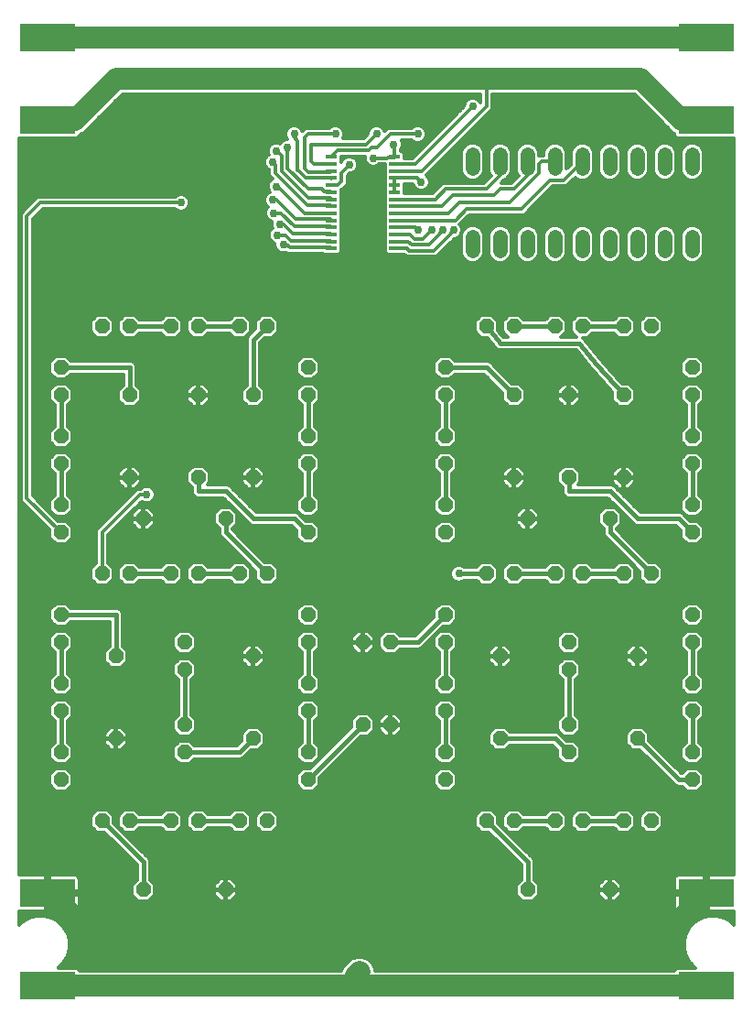
<source format=gtl>
G75*
%MOIN*%
%OFA0B0*%
%FSLAX25Y25*%
%IPPOS*%
%LPD*%
%AMOC8*
5,1,8,0,0,1.08239X$1,22.5*
%
%ADD10R,0.03900X0.01200*%
%ADD11OC8,0.05200*%
%ADD12C,0.05200*%
%ADD13R,0.20000X0.10000*%
%ADD14C,0.02978*%
%ADD15C,0.01200*%
%ADD16C,0.06750*%
%ADD17C,0.08000*%
%ADD18C,0.01600*%
D10*
X0125113Y0287466D03*
X0125113Y0290025D03*
X0125113Y0292584D03*
X0125113Y0295143D03*
X0125113Y0297702D03*
X0125113Y0300261D03*
X0125113Y0302820D03*
X0125113Y0305380D03*
X0125113Y0307939D03*
X0125113Y0310498D03*
X0125113Y0313057D03*
X0125113Y0315616D03*
X0125113Y0318175D03*
X0125113Y0320734D03*
X0148087Y0320734D03*
X0148087Y0318175D03*
X0148087Y0315616D03*
X0148087Y0313057D03*
X0148087Y0310498D03*
X0148087Y0307939D03*
X0148087Y0305380D03*
X0148087Y0302820D03*
X0148087Y0300261D03*
X0148087Y0297702D03*
X0148087Y0295143D03*
X0148087Y0292584D03*
X0148087Y0290025D03*
X0148087Y0287466D03*
D11*
X0166600Y0244100D03*
X0166600Y0234100D03*
X0166600Y0219100D03*
X0166600Y0209100D03*
X0166600Y0194100D03*
X0166600Y0184100D03*
X0181600Y0169100D03*
X0191600Y0169100D03*
X0206600Y0169100D03*
X0216600Y0169100D03*
X0231600Y0169100D03*
X0241600Y0169100D03*
X0256600Y0154100D03*
X0256600Y0144100D03*
X0256600Y0129100D03*
X0256600Y0119100D03*
X0256600Y0104100D03*
X0256600Y0094100D03*
X0241600Y0079100D03*
X0231600Y0079100D03*
X0216600Y0079100D03*
X0206600Y0079100D03*
X0191600Y0079100D03*
X0181600Y0079100D03*
X0166600Y0094100D03*
X0166600Y0104100D03*
X0166600Y0119100D03*
X0166600Y0129100D03*
X0166600Y0144100D03*
X0166600Y0154100D03*
X0146600Y0144100D03*
X0136600Y0144100D03*
X0116600Y0144100D03*
X0116600Y0154100D03*
X0101600Y0169100D03*
X0091600Y0169100D03*
X0076600Y0169100D03*
X0066600Y0169100D03*
X0051600Y0169100D03*
X0041600Y0169100D03*
X0026600Y0154100D03*
X0026600Y0144100D03*
X0026600Y0129100D03*
X0026600Y0119100D03*
X0026600Y0104100D03*
X0026600Y0094100D03*
X0041600Y0079100D03*
X0051600Y0079100D03*
X0066600Y0079100D03*
X0076600Y0079100D03*
X0091600Y0079100D03*
X0101600Y0079100D03*
X0116600Y0094100D03*
X0116600Y0104100D03*
X0116600Y0119100D03*
X0116600Y0129100D03*
X0096600Y0139100D03*
X0096600Y0109100D03*
X0071600Y0104100D03*
X0071600Y0114100D03*
X0071600Y0134100D03*
X0071600Y0144100D03*
X0046600Y0139100D03*
X0046600Y0109100D03*
X0056600Y0054100D03*
X0086600Y0054100D03*
X0136600Y0114100D03*
X0146600Y0114100D03*
X0186600Y0109100D03*
X0186600Y0139100D03*
X0211600Y0134100D03*
X0211600Y0144100D03*
X0211600Y0114100D03*
X0211600Y0104100D03*
X0236600Y0109100D03*
X0236600Y0139100D03*
X0256600Y0184100D03*
X0256600Y0194100D03*
X0256600Y0209100D03*
X0256600Y0219100D03*
X0256600Y0234100D03*
X0256600Y0244100D03*
X0241600Y0259100D03*
X0231600Y0259100D03*
X0216600Y0259100D03*
X0206600Y0259100D03*
X0191600Y0259100D03*
X0181600Y0259100D03*
X0191600Y0234100D03*
X0211600Y0234100D03*
X0231600Y0234100D03*
X0231600Y0204100D03*
X0226600Y0189100D03*
X0211600Y0204100D03*
X0196600Y0189100D03*
X0191600Y0204100D03*
X0116600Y0209100D03*
X0116600Y0219100D03*
X0116600Y0234100D03*
X0116600Y0244100D03*
X0101600Y0259100D03*
X0091600Y0259100D03*
X0076600Y0259100D03*
X0066600Y0259100D03*
X0051600Y0259100D03*
X0041600Y0259100D03*
X0026600Y0244100D03*
X0026600Y0234100D03*
X0026600Y0219100D03*
X0026600Y0209100D03*
X0026600Y0194100D03*
X0026600Y0184100D03*
X0051600Y0204100D03*
X0056600Y0189100D03*
X0076600Y0204100D03*
X0086600Y0189100D03*
X0096600Y0204100D03*
X0116600Y0194100D03*
X0116600Y0184100D03*
X0096600Y0234100D03*
X0076600Y0234100D03*
X0051600Y0234100D03*
X0196600Y0054100D03*
X0226600Y0054100D03*
D12*
X0226600Y0286500D02*
X0226600Y0291700D01*
X0236600Y0291700D02*
X0236600Y0286500D01*
X0246600Y0286500D02*
X0246600Y0291700D01*
X0256600Y0291700D02*
X0256600Y0286500D01*
X0256600Y0316500D02*
X0256600Y0321700D01*
X0246600Y0321700D02*
X0246600Y0316500D01*
X0236600Y0316500D02*
X0236600Y0321700D01*
X0226600Y0321700D02*
X0226600Y0316500D01*
X0216600Y0316500D02*
X0216600Y0321700D01*
X0206600Y0321700D02*
X0206600Y0316500D01*
X0196600Y0316500D02*
X0196600Y0321700D01*
X0186600Y0321700D02*
X0186600Y0316500D01*
X0176600Y0316500D02*
X0176600Y0321700D01*
X0176600Y0291700D02*
X0176600Y0286500D01*
X0186600Y0286500D02*
X0186600Y0291700D01*
X0196600Y0291700D02*
X0196600Y0286500D01*
X0206600Y0286500D02*
X0206600Y0291700D01*
X0216600Y0291700D02*
X0216600Y0286500D01*
D13*
X0021600Y0019100D03*
X0021600Y0052850D03*
X0021600Y0334100D03*
X0021600Y0364100D03*
X0261600Y0364100D03*
X0261600Y0334100D03*
X0261600Y0052850D03*
X0261600Y0019100D03*
D14*
X0171600Y0169100D03*
X0121600Y0282850D03*
X0107596Y0288846D03*
X0105350Y0292354D03*
X0106332Y0296332D03*
X0104100Y0300350D03*
X0103818Y0305068D03*
X0105054Y0310054D03*
X0103811Y0318872D03*
X0105122Y0322850D03*
X0109100Y0324100D03*
X0111600Y0329100D03*
X0126600Y0329100D03*
X0131600Y0317850D03*
X0140350Y0320350D03*
X0141600Y0329100D03*
X0147850Y0325350D03*
X0156600Y0329100D03*
X0157850Y0311600D03*
X0156600Y0294100D03*
X0161600Y0294100D03*
X0165578Y0294100D03*
X0169556Y0294100D03*
X0176600Y0339100D03*
X0176600Y0364100D03*
X0070350Y0304100D03*
X0057850Y0197850D03*
D15*
X0055350Y0197850D01*
X0041600Y0184100D01*
X0041600Y0169100D01*
X0044545Y0166105D02*
X0048655Y0166105D01*
X0047457Y0167303D02*
X0045743Y0167303D01*
X0045800Y0167360D02*
X0045800Y0170840D01*
X0043800Y0172840D01*
X0043800Y0183189D01*
X0055971Y0195360D01*
X0056100Y0195231D01*
X0057236Y0194761D01*
X0058464Y0194761D01*
X0059600Y0195231D01*
X0060469Y0196100D01*
X0060939Y0197236D01*
X0060939Y0198464D01*
X0060469Y0199600D01*
X0059600Y0200469D01*
X0058464Y0200939D01*
X0057236Y0200939D01*
X0056100Y0200469D01*
X0055682Y0200050D01*
X0054439Y0200050D01*
X0040689Y0186300D01*
X0039400Y0185011D01*
X0039400Y0172840D01*
X0037400Y0170840D01*
X0037400Y0167360D01*
X0039860Y0164900D01*
X0043340Y0164900D01*
X0045800Y0167360D01*
X0045800Y0168502D02*
X0047400Y0168502D01*
X0047400Y0167360D02*
X0047400Y0170840D01*
X0049860Y0173300D01*
X0053340Y0173300D01*
X0055140Y0171500D01*
X0063060Y0171500D01*
X0064860Y0173300D01*
X0068340Y0173300D01*
X0070800Y0170840D01*
X0070800Y0167360D01*
X0068340Y0164900D01*
X0064860Y0164900D01*
X0063060Y0166700D01*
X0055140Y0166700D01*
X0053340Y0164900D01*
X0049860Y0164900D01*
X0047400Y0167360D01*
X0047400Y0169701D02*
X0045800Y0169701D01*
X0045741Y0170899D02*
X0047459Y0170899D01*
X0048658Y0172098D02*
X0044542Y0172098D01*
X0043800Y0173296D02*
X0049856Y0173296D01*
X0053344Y0173296D02*
X0064856Y0173296D01*
X0063658Y0172098D02*
X0054542Y0172098D01*
X0054545Y0166105D02*
X0063655Y0166105D01*
X0064854Y0164906D02*
X0053346Y0164906D01*
X0049854Y0164906D02*
X0043346Y0164906D01*
X0039854Y0164906D02*
X0011500Y0164906D01*
X0011500Y0163708D02*
X0271700Y0163708D01*
X0271700Y0164906D02*
X0243346Y0164906D01*
X0243340Y0164900D02*
X0245800Y0167360D01*
X0245800Y0170840D01*
X0243340Y0173300D01*
X0240794Y0173300D01*
X0229000Y0185094D01*
X0229000Y0185560D01*
X0230800Y0187360D01*
X0230800Y0190840D01*
X0228340Y0193300D01*
X0224860Y0193300D01*
X0222400Y0190840D01*
X0222400Y0187360D01*
X0224200Y0185560D01*
X0224200Y0183623D01*
X0224565Y0182741D01*
X0237400Y0169906D01*
X0237400Y0167360D01*
X0239860Y0164900D01*
X0243340Y0164900D01*
X0244545Y0166105D02*
X0271700Y0166105D01*
X0271700Y0167303D02*
X0245743Y0167303D01*
X0245800Y0168502D02*
X0271700Y0168502D01*
X0271700Y0169701D02*
X0245800Y0169701D01*
X0245741Y0170899D02*
X0271700Y0170899D01*
X0271700Y0172098D02*
X0244542Y0172098D01*
X0243344Y0173296D02*
X0271700Y0173296D01*
X0271700Y0174495D02*
X0239600Y0174495D01*
X0238401Y0175693D02*
X0271700Y0175693D01*
X0271700Y0176892D02*
X0237203Y0176892D01*
X0236004Y0178090D02*
X0271700Y0178090D01*
X0271700Y0179289D02*
X0234805Y0179289D01*
X0233607Y0180487D02*
X0254273Y0180487D01*
X0254860Y0179900D02*
X0258340Y0179900D01*
X0260800Y0182360D01*
X0260800Y0185840D01*
X0258340Y0188300D01*
X0255794Y0188300D01*
X0252959Y0191135D01*
X0252077Y0191500D01*
X0237594Y0191500D01*
X0227959Y0201135D01*
X0227077Y0201500D01*
X0214940Y0201500D01*
X0215800Y0202360D01*
X0215800Y0205840D01*
X0213340Y0208300D01*
X0209860Y0208300D01*
X0207400Y0205840D01*
X0207400Y0202360D01*
X0209200Y0200560D01*
X0209200Y0198623D01*
X0209565Y0197741D01*
X0210241Y0197065D01*
X0211123Y0196700D01*
X0225606Y0196700D01*
X0234565Y0187741D01*
X0235241Y0187065D01*
X0236123Y0186700D01*
X0250606Y0186700D01*
X0252400Y0184906D01*
X0252400Y0182360D01*
X0254860Y0179900D01*
X0253075Y0181686D02*
X0232408Y0181686D01*
X0231210Y0182884D02*
X0252400Y0182884D01*
X0252400Y0184083D02*
X0230011Y0184083D01*
X0229000Y0185281D02*
X0252025Y0185281D01*
X0250826Y0186480D02*
X0229919Y0186480D01*
X0230800Y0187678D02*
X0234628Y0187678D01*
X0233429Y0188877D02*
X0230800Y0188877D01*
X0230800Y0190075D02*
X0232231Y0190075D01*
X0231032Y0191274D02*
X0230366Y0191274D01*
X0229834Y0192472D02*
X0229167Y0192472D01*
X0228635Y0193671D02*
X0170800Y0193671D01*
X0170800Y0194869D02*
X0227437Y0194869D01*
X0226238Y0196068D02*
X0170572Y0196068D01*
X0170800Y0195840D02*
X0169000Y0197640D01*
X0169000Y0205560D01*
X0170800Y0207360D01*
X0170800Y0210840D01*
X0168340Y0213300D01*
X0164860Y0213300D01*
X0162400Y0210840D01*
X0162400Y0207360D01*
X0164200Y0205560D01*
X0164200Y0197640D01*
X0162400Y0195840D01*
X0162400Y0192360D01*
X0164860Y0189900D01*
X0168340Y0189900D01*
X0170800Y0192360D01*
X0170800Y0195840D01*
X0169373Y0197266D02*
X0210040Y0197266D01*
X0209265Y0198465D02*
X0169000Y0198465D01*
X0169000Y0199663D02*
X0209200Y0199663D01*
X0208898Y0200862D02*
X0194302Y0200862D01*
X0193340Y0199900D02*
X0195800Y0202360D01*
X0195800Y0203900D01*
X0191800Y0203900D01*
X0191800Y0204300D01*
X0191400Y0204300D01*
X0191400Y0208300D01*
X0189860Y0208300D01*
X0187400Y0205840D01*
X0187400Y0204300D01*
X0191400Y0204300D01*
X0191400Y0203900D01*
X0187400Y0203900D01*
X0187400Y0202360D01*
X0189860Y0199900D01*
X0191400Y0199900D01*
X0191400Y0203900D01*
X0191800Y0203900D01*
X0191800Y0199900D01*
X0193340Y0199900D01*
X0191800Y0200862D02*
X0191400Y0200862D01*
X0191400Y0202060D02*
X0191800Y0202060D01*
X0191800Y0203259D02*
X0191400Y0203259D01*
X0191800Y0204300D02*
X0195800Y0204300D01*
X0195800Y0205840D01*
X0193340Y0208300D01*
X0191800Y0208300D01*
X0191800Y0204300D01*
X0191800Y0204457D02*
X0191400Y0204457D01*
X0191400Y0205656D02*
X0191800Y0205656D01*
X0191800Y0206854D02*
X0191400Y0206854D01*
X0191400Y0208053D02*
X0191800Y0208053D01*
X0193587Y0208053D02*
X0209613Y0208053D01*
X0208415Y0206854D02*
X0194785Y0206854D01*
X0195800Y0205656D02*
X0207400Y0205656D01*
X0207400Y0204457D02*
X0195800Y0204457D01*
X0195800Y0203259D02*
X0207400Y0203259D01*
X0207700Y0202060D02*
X0195500Y0202060D01*
X0188898Y0200862D02*
X0169000Y0200862D01*
X0169000Y0202060D02*
X0187700Y0202060D01*
X0187400Y0203259D02*
X0169000Y0203259D01*
X0169000Y0204457D02*
X0187400Y0204457D01*
X0187400Y0205656D02*
X0169096Y0205656D01*
X0170294Y0206854D02*
X0188415Y0206854D01*
X0189613Y0208053D02*
X0170800Y0208053D01*
X0170800Y0209251D02*
X0252400Y0209251D01*
X0252400Y0208053D02*
X0233587Y0208053D01*
X0233340Y0208300D02*
X0231800Y0208300D01*
X0231800Y0204300D01*
X0231400Y0204300D01*
X0231400Y0208300D01*
X0229860Y0208300D01*
X0227400Y0205840D01*
X0227400Y0204300D01*
X0231400Y0204300D01*
X0231400Y0203900D01*
X0227400Y0203900D01*
X0227400Y0202360D01*
X0229860Y0199900D01*
X0231400Y0199900D01*
X0231400Y0203900D01*
X0231800Y0203900D01*
X0231800Y0204300D01*
X0235800Y0204300D01*
X0235800Y0205840D01*
X0233340Y0208300D01*
X0231800Y0208053D02*
X0231400Y0208053D01*
X0231400Y0206854D02*
X0231800Y0206854D01*
X0231800Y0205656D02*
X0231400Y0205656D01*
X0231400Y0204457D02*
X0231800Y0204457D01*
X0231800Y0203900D02*
X0235800Y0203900D01*
X0235800Y0202360D01*
X0233340Y0199900D01*
X0231800Y0199900D01*
X0231800Y0203900D01*
X0231800Y0203259D02*
X0231400Y0203259D01*
X0231400Y0202060D02*
X0231800Y0202060D01*
X0231800Y0200862D02*
X0231400Y0200862D01*
X0229431Y0199663D02*
X0254200Y0199663D01*
X0254200Y0198465D02*
X0230629Y0198465D01*
X0231828Y0197266D02*
X0253827Y0197266D01*
X0254200Y0197640D02*
X0252400Y0195840D01*
X0252400Y0192360D01*
X0254860Y0189900D01*
X0258340Y0189900D01*
X0260800Y0192360D01*
X0260800Y0195840D01*
X0259000Y0197640D01*
X0259000Y0205560D01*
X0260800Y0207360D01*
X0260800Y0210840D01*
X0258340Y0213300D01*
X0254860Y0213300D01*
X0252400Y0210840D01*
X0252400Y0207360D01*
X0254200Y0205560D01*
X0254200Y0197640D01*
X0252628Y0196068D02*
X0233026Y0196068D01*
X0234225Y0194869D02*
X0252400Y0194869D01*
X0252400Y0193671D02*
X0235423Y0193671D01*
X0236622Y0192472D02*
X0252400Y0192472D01*
X0252624Y0191274D02*
X0253487Y0191274D01*
X0254019Y0190075D02*
X0254685Y0190075D01*
X0255217Y0188877D02*
X0271700Y0188877D01*
X0271700Y0190075D02*
X0258515Y0190075D01*
X0259713Y0191274D02*
X0271700Y0191274D01*
X0271700Y0192472D02*
X0260800Y0192472D01*
X0260800Y0193671D02*
X0271700Y0193671D01*
X0271700Y0194869D02*
X0260800Y0194869D01*
X0260572Y0196068D02*
X0271700Y0196068D01*
X0271700Y0197266D02*
X0259373Y0197266D01*
X0259000Y0198465D02*
X0271700Y0198465D01*
X0271700Y0199663D02*
X0259000Y0199663D01*
X0259000Y0200862D02*
X0271700Y0200862D01*
X0271700Y0202060D02*
X0259000Y0202060D01*
X0259000Y0203259D02*
X0271700Y0203259D01*
X0271700Y0204457D02*
X0259000Y0204457D01*
X0259096Y0205656D02*
X0271700Y0205656D01*
X0271700Y0206854D02*
X0260294Y0206854D01*
X0260800Y0208053D02*
X0271700Y0208053D01*
X0271700Y0209251D02*
X0260800Y0209251D01*
X0260800Y0210450D02*
X0271700Y0210450D01*
X0271700Y0211648D02*
X0259991Y0211648D01*
X0258793Y0212847D02*
X0271700Y0212847D01*
X0271700Y0214045D02*
X0016300Y0214045D01*
X0016300Y0212847D02*
X0024407Y0212847D01*
X0024860Y0213300D02*
X0022400Y0210840D01*
X0022400Y0207360D01*
X0024200Y0205560D01*
X0024200Y0197640D01*
X0022400Y0195840D01*
X0022400Y0192360D01*
X0024860Y0189900D01*
X0028340Y0189900D01*
X0030800Y0192360D01*
X0030800Y0195840D01*
X0029000Y0197640D01*
X0029000Y0205560D01*
X0030800Y0207360D01*
X0030800Y0210840D01*
X0028340Y0213300D01*
X0024860Y0213300D01*
X0024860Y0214900D02*
X0028340Y0214900D01*
X0030800Y0217360D01*
X0030800Y0220840D01*
X0029000Y0222640D01*
X0029000Y0230560D01*
X0030800Y0232360D01*
X0030800Y0235840D01*
X0028340Y0238300D01*
X0024860Y0238300D01*
X0022400Y0235840D01*
X0022400Y0232360D01*
X0024200Y0230560D01*
X0024200Y0222640D01*
X0022400Y0220840D01*
X0022400Y0217360D01*
X0024860Y0214900D01*
X0024516Y0215244D02*
X0016300Y0215244D01*
X0016300Y0216442D02*
X0023318Y0216442D01*
X0022400Y0217641D02*
X0016300Y0217641D01*
X0016300Y0218839D02*
X0022400Y0218839D01*
X0022400Y0220038D02*
X0016300Y0220038D01*
X0016300Y0221237D02*
X0022797Y0221237D01*
X0023995Y0222435D02*
X0016300Y0222435D01*
X0016300Y0223634D02*
X0024200Y0223634D01*
X0024200Y0224832D02*
X0016300Y0224832D01*
X0016300Y0226031D02*
X0024200Y0226031D01*
X0024200Y0227229D02*
X0016300Y0227229D01*
X0016300Y0228428D02*
X0024200Y0228428D01*
X0024200Y0229626D02*
X0016300Y0229626D01*
X0016300Y0230825D02*
X0023936Y0230825D01*
X0022737Y0232023D02*
X0016300Y0232023D01*
X0016300Y0233222D02*
X0022400Y0233222D01*
X0022400Y0234420D02*
X0016300Y0234420D01*
X0016300Y0235619D02*
X0022400Y0235619D01*
X0023377Y0236817D02*
X0016300Y0236817D01*
X0016300Y0238016D02*
X0024576Y0238016D01*
X0024860Y0239900D02*
X0022400Y0242360D01*
X0022400Y0245840D01*
X0024860Y0248300D01*
X0028340Y0248300D01*
X0030140Y0246500D01*
X0052077Y0246500D01*
X0052959Y0246135D01*
X0053635Y0245459D01*
X0054000Y0244577D01*
X0054000Y0237640D01*
X0055800Y0235840D01*
X0055800Y0232360D01*
X0053340Y0229900D01*
X0049860Y0229900D01*
X0047400Y0232360D01*
X0047400Y0235840D01*
X0049200Y0237640D01*
X0049200Y0241700D01*
X0030140Y0241700D01*
X0028340Y0239900D01*
X0024860Y0239900D01*
X0024348Y0240413D02*
X0016300Y0240413D01*
X0016300Y0241611D02*
X0023149Y0241611D01*
X0022400Y0242810D02*
X0016300Y0242810D01*
X0016300Y0244008D02*
X0022400Y0244008D01*
X0022400Y0245207D02*
X0016300Y0245207D01*
X0016300Y0246405D02*
X0022966Y0246405D01*
X0024164Y0247604D02*
X0016300Y0247604D01*
X0016300Y0248802D02*
X0094200Y0248802D01*
X0094200Y0247604D02*
X0029036Y0247604D01*
X0030051Y0241611D02*
X0049200Y0241611D01*
X0049200Y0240413D02*
X0028852Y0240413D01*
X0028624Y0238016D02*
X0049200Y0238016D01*
X0049200Y0239214D02*
X0016300Y0239214D01*
X0011900Y0239214D02*
X0011500Y0239214D01*
X0011500Y0238016D02*
X0011900Y0238016D01*
X0011900Y0236817D02*
X0011500Y0236817D01*
X0011500Y0235619D02*
X0011900Y0235619D01*
X0011900Y0234420D02*
X0011500Y0234420D01*
X0011500Y0233222D02*
X0011900Y0233222D01*
X0011900Y0232023D02*
X0011500Y0232023D01*
X0011500Y0230825D02*
X0011900Y0230825D01*
X0011900Y0229626D02*
X0011500Y0229626D01*
X0011500Y0228428D02*
X0011900Y0228428D01*
X0011900Y0227229D02*
X0011500Y0227229D01*
X0011500Y0226031D02*
X0011900Y0226031D01*
X0011900Y0224832D02*
X0011500Y0224832D01*
X0011500Y0223634D02*
X0011900Y0223634D01*
X0011900Y0222435D02*
X0011500Y0222435D01*
X0011500Y0221237D02*
X0011900Y0221237D01*
X0011900Y0220038D02*
X0011500Y0220038D01*
X0011500Y0218839D02*
X0011900Y0218839D01*
X0011900Y0217641D02*
X0011500Y0217641D01*
X0011500Y0216442D02*
X0011900Y0216442D01*
X0011900Y0215244D02*
X0011500Y0215244D01*
X0011500Y0214045D02*
X0011900Y0214045D01*
X0011900Y0212847D02*
X0011500Y0212847D01*
X0011500Y0211648D02*
X0011900Y0211648D01*
X0011900Y0210450D02*
X0011500Y0210450D01*
X0011500Y0209251D02*
X0011900Y0209251D01*
X0011900Y0208053D02*
X0011500Y0208053D01*
X0011500Y0206854D02*
X0011900Y0206854D01*
X0011900Y0205656D02*
X0011500Y0205656D01*
X0011500Y0204457D02*
X0011900Y0204457D01*
X0011900Y0203259D02*
X0011500Y0203259D01*
X0011500Y0202060D02*
X0011900Y0202060D01*
X0011900Y0200862D02*
X0011500Y0200862D01*
X0011500Y0199663D02*
X0011900Y0199663D01*
X0011900Y0198465D02*
X0011500Y0198465D01*
X0011500Y0197266D02*
X0011900Y0197266D01*
X0011900Y0196068D02*
X0011500Y0196068D01*
X0011900Y0195689D02*
X0022400Y0185189D01*
X0022400Y0182360D01*
X0024860Y0179900D01*
X0028340Y0179900D01*
X0030800Y0182360D01*
X0030800Y0185840D01*
X0028340Y0188300D01*
X0025511Y0188300D01*
X0016300Y0197511D01*
X0016300Y0298189D01*
X0020011Y0301900D01*
X0068182Y0301900D01*
X0068600Y0301481D01*
X0069736Y0301011D01*
X0070964Y0301011D01*
X0072100Y0301481D01*
X0072969Y0302350D01*
X0073439Y0303486D01*
X0073439Y0304714D01*
X0072969Y0305850D01*
X0072100Y0306719D01*
X0070964Y0307189D01*
X0069736Y0307189D01*
X0068600Y0306719D01*
X0068182Y0306300D01*
X0018189Y0306300D01*
X0013189Y0301300D01*
X0011900Y0300011D01*
X0011900Y0195689D01*
X0011500Y0194869D02*
X0012719Y0194869D01*
X0013918Y0193671D02*
X0011500Y0193671D01*
X0011500Y0192472D02*
X0015116Y0192472D01*
X0016315Y0191274D02*
X0011500Y0191274D01*
X0011500Y0190075D02*
X0017514Y0190075D01*
X0018712Y0188877D02*
X0011500Y0188877D01*
X0011500Y0187678D02*
X0019911Y0187678D01*
X0021109Y0186480D02*
X0011500Y0186480D01*
X0011500Y0185281D02*
X0022308Y0185281D01*
X0022400Y0184083D02*
X0011500Y0184083D01*
X0011500Y0182884D02*
X0022400Y0182884D01*
X0023075Y0181686D02*
X0011500Y0181686D01*
X0011500Y0180487D02*
X0024273Y0180487D01*
X0026600Y0184100D02*
X0014100Y0196600D01*
X0014100Y0299100D01*
X0019100Y0304100D01*
X0070350Y0304100D01*
X0068212Y0306331D02*
X0011500Y0306331D01*
X0011500Y0307529D02*
X0101911Y0307529D01*
X0102068Y0307687D02*
X0101199Y0306818D01*
X0100729Y0305683D01*
X0100729Y0304454D01*
X0101199Y0303318D01*
X0101950Y0302568D01*
X0101481Y0302100D01*
X0101011Y0300964D01*
X0101011Y0299736D01*
X0101481Y0298600D01*
X0102350Y0297731D01*
X0103390Y0297301D01*
X0103243Y0296946D01*
X0103243Y0295717D01*
X0103566Y0294938D01*
X0102731Y0294104D01*
X0102261Y0292968D01*
X0102261Y0291739D01*
X0102731Y0290604D01*
X0103600Y0289735D01*
X0104507Y0289360D01*
X0104507Y0288231D01*
X0104977Y0287096D01*
X0105846Y0286227D01*
X0106981Y0285757D01*
X0108210Y0285757D01*
X0108649Y0285938D01*
X0108962Y0285625D01*
X0122141Y0285625D01*
X0122500Y0285266D01*
X0127725Y0285266D01*
X0128663Y0286203D01*
X0128663Y0288729D01*
X0128646Y0288746D01*
X0128663Y0288762D01*
X0128663Y0291288D01*
X0128646Y0291305D01*
X0128663Y0291322D01*
X0128663Y0293847D01*
X0128646Y0293864D01*
X0128663Y0293881D01*
X0128663Y0296406D01*
X0128646Y0296423D01*
X0128663Y0296440D01*
X0128663Y0298965D01*
X0128646Y0298982D01*
X0128663Y0298999D01*
X0128663Y0301524D01*
X0128646Y0301541D01*
X0128663Y0301558D01*
X0128663Y0304083D01*
X0128646Y0304100D01*
X0128663Y0304117D01*
X0128663Y0306642D01*
X0128646Y0306659D01*
X0128663Y0306676D01*
X0128663Y0308683D01*
X0130863Y0310883D01*
X0130863Y0314001D01*
X0131622Y0314761D01*
X0132214Y0314761D01*
X0133350Y0315231D01*
X0134219Y0316100D01*
X0134689Y0317236D01*
X0134689Y0318464D01*
X0134219Y0319600D01*
X0133350Y0320469D01*
X0132214Y0320939D01*
X0130986Y0320939D01*
X0129850Y0320469D01*
X0128981Y0319600D01*
X0128663Y0318830D01*
X0128663Y0319438D01*
X0128646Y0319454D01*
X0128663Y0319471D01*
X0128663Y0320950D01*
X0137261Y0320950D01*
X0137261Y0319736D01*
X0137731Y0318600D01*
X0138600Y0317731D01*
X0139736Y0317261D01*
X0140964Y0317261D01*
X0142100Y0317731D01*
X0142518Y0318150D01*
X0144537Y0318150D01*
X0144537Y0316912D01*
X0144554Y0316895D01*
X0144537Y0316878D01*
X0144537Y0314353D01*
X0144554Y0314336D01*
X0144537Y0314319D01*
X0144537Y0311794D01*
X0144554Y0311777D01*
X0144537Y0311760D01*
X0144537Y0309235D01*
X0144554Y0309218D01*
X0144537Y0309201D01*
X0144537Y0306676D01*
X0144554Y0306659D01*
X0144537Y0306642D01*
X0144537Y0304117D01*
X0144554Y0304100D01*
X0144537Y0304083D01*
X0144537Y0301558D01*
X0144554Y0301541D01*
X0144537Y0301524D01*
X0144537Y0298999D01*
X0144554Y0298982D01*
X0144537Y0298965D01*
X0144537Y0296440D01*
X0144554Y0296423D01*
X0144537Y0296406D01*
X0144537Y0293881D01*
X0144554Y0293864D01*
X0144537Y0293847D01*
X0144537Y0291322D01*
X0144554Y0291305D01*
X0144537Y0291288D01*
X0144537Y0288762D01*
X0144554Y0288746D01*
X0144537Y0288729D01*
X0144537Y0286203D01*
X0145475Y0285266D01*
X0151732Y0285266D01*
X0152587Y0284411D01*
X0163369Y0284411D01*
X0169969Y0291011D01*
X0170170Y0291011D01*
X0171306Y0291481D01*
X0172175Y0292350D01*
X0172645Y0293486D01*
X0172645Y0294714D01*
X0172175Y0295850D01*
X0171818Y0296207D01*
X0175311Y0299700D01*
X0195311Y0299700D01*
X0205711Y0310100D01*
X0210711Y0310100D01*
X0213886Y0313275D01*
X0214221Y0312939D01*
X0215765Y0312300D01*
X0217435Y0312300D01*
X0218979Y0312939D01*
X0220161Y0314121D01*
X0220800Y0315665D01*
X0220800Y0322535D01*
X0220161Y0324079D01*
X0218979Y0325261D01*
X0217435Y0325900D01*
X0215765Y0325900D01*
X0214221Y0325261D01*
X0213039Y0324079D01*
X0212400Y0322535D01*
X0212400Y0318011D01*
X0210800Y0316411D01*
X0210800Y0322535D01*
X0210161Y0324079D01*
X0208979Y0325261D01*
X0207435Y0325900D01*
X0205765Y0325900D01*
X0204221Y0325261D01*
X0203039Y0324079D01*
X0202400Y0322535D01*
X0202400Y0321300D01*
X0200800Y0321300D01*
X0200800Y0322535D01*
X0200161Y0324079D01*
X0198979Y0325261D01*
X0197435Y0325900D01*
X0195765Y0325900D01*
X0194221Y0325261D01*
X0193039Y0324079D01*
X0192400Y0322535D01*
X0192400Y0315665D01*
X0193039Y0314121D01*
X0193275Y0313886D01*
X0190689Y0311300D01*
X0186911Y0311300D01*
X0187511Y0311900D01*
X0188248Y0312636D01*
X0188979Y0312939D01*
X0190161Y0314121D01*
X0190800Y0315665D01*
X0190800Y0322535D01*
X0190161Y0324079D01*
X0188979Y0325261D01*
X0187435Y0325900D01*
X0185765Y0325900D01*
X0184221Y0325261D01*
X0183039Y0324079D01*
X0182400Y0322535D01*
X0182400Y0315665D01*
X0183039Y0314121D01*
X0183275Y0313886D01*
X0180689Y0311300D01*
X0165689Y0311300D01*
X0164400Y0310011D01*
X0161968Y0307580D01*
X0151637Y0307580D01*
X0151637Y0309201D01*
X0151621Y0309218D01*
X0151637Y0309235D01*
X0151637Y0310857D01*
X0154814Y0310857D01*
X0155231Y0309850D01*
X0156100Y0308981D01*
X0157236Y0308511D01*
X0158464Y0308511D01*
X0159600Y0308981D01*
X0160469Y0309850D01*
X0160939Y0310986D01*
X0160939Y0312214D01*
X0160469Y0313350D01*
X0159715Y0314104D01*
X0182511Y0336900D01*
X0182511Y0336900D01*
X0183800Y0338189D01*
X0183800Y0343500D01*
X0235530Y0343500D01*
X0248103Y0330928D01*
X0249678Y0329353D01*
X0250000Y0329219D01*
X0250000Y0328437D01*
X0250937Y0327500D01*
X0271700Y0327500D01*
X0271700Y0059450D01*
X0262200Y0059450D01*
X0262200Y0053450D01*
X0261000Y0053450D01*
X0261000Y0059450D01*
X0251389Y0059450D01*
X0250982Y0059341D01*
X0250618Y0059130D01*
X0250320Y0058832D01*
X0250109Y0058468D01*
X0250000Y0058061D01*
X0250000Y0053450D01*
X0261000Y0053450D01*
X0261000Y0052250D01*
X0262200Y0052250D01*
X0262200Y0046250D01*
X0271700Y0046250D01*
X0271700Y0041357D01*
X0270551Y0042506D01*
X0268155Y0043890D01*
X0265483Y0044605D01*
X0262717Y0044605D01*
X0260045Y0043890D01*
X0257649Y0042506D01*
X0255693Y0040551D01*
X0254310Y0038155D01*
X0253594Y0035483D01*
X0253594Y0032717D01*
X0254310Y0030045D01*
X0255693Y0027649D01*
X0257643Y0025700D01*
X0250937Y0025700D01*
X0250000Y0024763D01*
X0250000Y0024700D01*
X0140950Y0024700D01*
X0140950Y0025214D01*
X0140097Y0027272D01*
X0138522Y0028847D01*
X0136464Y0029700D01*
X0134236Y0029700D01*
X0132178Y0028847D01*
X0129353Y0026022D01*
X0128805Y0024700D01*
X0033200Y0024700D01*
X0033200Y0024763D01*
X0032263Y0025700D01*
X0025557Y0025700D01*
X0027506Y0027649D01*
X0028890Y0030045D01*
X0029605Y0032717D01*
X0029605Y0035483D01*
X0028890Y0038155D01*
X0027506Y0040551D01*
X0025551Y0042506D01*
X0023155Y0043890D01*
X0020483Y0044605D01*
X0017717Y0044605D01*
X0015045Y0043890D01*
X0012649Y0042506D01*
X0011500Y0041357D01*
X0011500Y0046250D01*
X0021000Y0046250D01*
X0021000Y0052250D01*
X0022200Y0052250D01*
X0022200Y0053450D01*
X0021000Y0053450D01*
X0021000Y0059450D01*
X0011500Y0059450D01*
X0011500Y0327500D01*
X0032263Y0327500D01*
X0033200Y0328437D01*
X0033200Y0328701D01*
X0034772Y0329353D01*
X0048920Y0343500D01*
X0179400Y0343500D01*
X0179400Y0340412D01*
X0179219Y0340850D01*
X0178350Y0341719D01*
X0177214Y0342189D01*
X0175986Y0342189D01*
X0174850Y0341719D01*
X0173981Y0340850D01*
X0173511Y0339714D01*
X0173511Y0339122D01*
X0154764Y0320375D01*
X0151637Y0320375D01*
X0151637Y0321997D01*
X0150700Y0322934D01*
X0150287Y0322934D01*
X0150287Y0323419D01*
X0150469Y0323600D01*
X0150939Y0324736D01*
X0150939Y0325964D01*
X0150551Y0326900D01*
X0154432Y0326900D01*
X0154850Y0326481D01*
X0155986Y0326011D01*
X0157214Y0326011D01*
X0158350Y0326481D01*
X0159219Y0327350D01*
X0159689Y0328486D01*
X0159689Y0329714D01*
X0159219Y0330850D01*
X0158350Y0331719D01*
X0157214Y0332189D01*
X0155986Y0332189D01*
X0154850Y0331719D01*
X0154432Y0331300D01*
X0145689Y0331300D01*
X0144517Y0330129D01*
X0144219Y0330850D01*
X0143350Y0331719D01*
X0142214Y0332189D01*
X0140986Y0332189D01*
X0139850Y0331719D01*
X0138981Y0330850D01*
X0138511Y0329714D01*
X0138511Y0329122D01*
X0136939Y0327550D01*
X0129301Y0327550D01*
X0129689Y0328486D01*
X0129689Y0329714D01*
X0129219Y0330850D01*
X0128350Y0331719D01*
X0127214Y0332189D01*
X0125986Y0332189D01*
X0124850Y0331719D01*
X0124432Y0331300D01*
X0115689Y0331300D01*
X0114517Y0330129D01*
X0114219Y0330850D01*
X0113350Y0331719D01*
X0112214Y0332189D01*
X0110986Y0332189D01*
X0109850Y0331719D01*
X0108981Y0330850D01*
X0108511Y0329714D01*
X0108511Y0328486D01*
X0108981Y0327350D01*
X0109143Y0327189D01*
X0108486Y0327189D01*
X0107350Y0326719D01*
X0106481Y0325850D01*
X0106404Y0325663D01*
X0105736Y0325939D01*
X0104508Y0325939D01*
X0103372Y0325469D01*
X0102503Y0324600D01*
X0102033Y0323464D01*
X0102033Y0322236D01*
X0102301Y0321590D01*
X0102061Y0321491D01*
X0101192Y0320622D01*
X0100722Y0319486D01*
X0100722Y0318258D01*
X0101192Y0317122D01*
X0102061Y0316253D01*
X0102500Y0316072D01*
X0102500Y0313866D01*
X0103579Y0312787D01*
X0103305Y0312673D01*
X0102436Y0311804D01*
X0101965Y0310669D01*
X0101965Y0309440D01*
X0102436Y0308305D01*
X0102765Y0307975D01*
X0102068Y0307687D01*
X0102260Y0308728D02*
X0011500Y0308728D01*
X0011500Y0309926D02*
X0101965Y0309926D01*
X0102154Y0311125D02*
X0011500Y0311125D01*
X0011500Y0312323D02*
X0102955Y0312323D01*
X0102844Y0313522D02*
X0011500Y0313522D01*
X0011500Y0314720D02*
X0102500Y0314720D01*
X0102500Y0315919D02*
X0011500Y0315919D01*
X0011500Y0317117D02*
X0101197Y0317117D01*
X0100722Y0318316D02*
X0011500Y0318316D01*
X0011500Y0319514D02*
X0100734Y0319514D01*
X0101283Y0320713D02*
X0011500Y0320713D01*
X0011500Y0321911D02*
X0102167Y0321911D01*
X0102033Y0323110D02*
X0011500Y0323110D01*
X0011500Y0324308D02*
X0102383Y0324308D01*
X0103465Y0325507D02*
X0011500Y0325507D01*
X0011500Y0326705D02*
X0107337Y0326705D01*
X0108752Y0327904D02*
X0032667Y0327904D01*
X0034169Y0329103D02*
X0108511Y0329103D01*
X0108754Y0330301D02*
X0035721Y0330301D01*
X0036919Y0331500D02*
X0109631Y0331500D01*
X0111600Y0329100D02*
X0111600Y0327850D01*
X0112850Y0326600D01*
X0112850Y0315961D01*
X0112877Y0315961D01*
X0115689Y0313150D01*
X0124606Y0313150D01*
X0124906Y0312850D01*
X0125113Y0313057D01*
X0124847Y0315350D02*
X0125113Y0315616D01*
X0124847Y0315350D02*
X0116600Y0315350D01*
X0115350Y0316600D01*
X0115350Y0327850D01*
X0116600Y0329100D01*
X0126600Y0329100D01*
X0129689Y0329103D02*
X0138491Y0329103D01*
X0138754Y0330301D02*
X0129446Y0330301D01*
X0128569Y0331500D02*
X0139631Y0331500D01*
X0141600Y0329100D02*
X0137850Y0325350D01*
X0117850Y0325350D01*
X0117850Y0319100D01*
X0118775Y0318175D01*
X0125113Y0318175D01*
X0125113Y0320734D02*
X0127529Y0323150D01*
X0138761Y0323150D01*
X0139711Y0324100D01*
X0141600Y0324100D01*
X0146600Y0329100D01*
X0156600Y0329100D01*
X0159689Y0329103D02*
X0163491Y0329103D01*
X0164690Y0330301D02*
X0159446Y0330301D01*
X0158569Y0331500D02*
X0165888Y0331500D01*
X0167087Y0332698D02*
X0038118Y0332698D01*
X0039316Y0333897D02*
X0168285Y0333897D01*
X0169484Y0335095D02*
X0040515Y0335095D01*
X0041713Y0336294D02*
X0170682Y0336294D01*
X0171881Y0337492D02*
X0042912Y0337492D01*
X0044110Y0338691D02*
X0173079Y0338691D01*
X0173583Y0339889D02*
X0045309Y0339889D01*
X0046507Y0341088D02*
X0174219Y0341088D01*
X0176600Y0339100D02*
X0155675Y0318175D01*
X0148087Y0318175D01*
X0147928Y0320575D02*
X0145675Y0320575D01*
X0145450Y0320350D01*
X0140350Y0320350D01*
X0138016Y0318316D02*
X0134689Y0318316D01*
X0134640Y0317117D02*
X0144537Y0317117D01*
X0144537Y0315919D02*
X0134037Y0315919D01*
X0131582Y0314720D02*
X0144537Y0314720D01*
X0144537Y0313522D02*
X0130863Y0313522D01*
X0130863Y0312323D02*
X0144537Y0312323D01*
X0144537Y0311125D02*
X0130863Y0311125D01*
X0129906Y0309926D02*
X0144537Y0309926D01*
X0144537Y0308728D02*
X0128708Y0308728D01*
X0128663Y0307529D02*
X0144537Y0307529D01*
X0144537Y0306331D02*
X0128663Y0306331D01*
X0128663Y0305132D02*
X0144537Y0305132D01*
X0144537Y0303934D02*
X0128663Y0303934D01*
X0128663Y0302735D02*
X0144537Y0302735D01*
X0144550Y0301537D02*
X0128650Y0301537D01*
X0128663Y0300338D02*
X0144537Y0300338D01*
X0144537Y0299140D02*
X0128663Y0299140D01*
X0128663Y0297941D02*
X0144537Y0297941D01*
X0144537Y0296743D02*
X0128663Y0296743D01*
X0128663Y0295544D02*
X0144537Y0295544D01*
X0144537Y0294346D02*
X0128663Y0294346D01*
X0128663Y0293147D02*
X0144537Y0293147D01*
X0144537Y0291949D02*
X0128663Y0291949D01*
X0128663Y0290750D02*
X0144537Y0290750D01*
X0144537Y0289552D02*
X0128663Y0289552D01*
X0128663Y0288353D02*
X0144537Y0288353D01*
X0144537Y0287155D02*
X0128663Y0287155D01*
X0128415Y0285956D02*
X0144785Y0285956D01*
X0148087Y0287466D02*
X0152643Y0287466D01*
X0153498Y0286611D01*
X0162457Y0286611D01*
X0168667Y0292820D01*
X0168667Y0293211D01*
X0169556Y0294100D01*
X0171773Y0291949D02*
X0172400Y0291949D01*
X0172400Y0292535D02*
X0172400Y0285665D01*
X0173039Y0284121D01*
X0174221Y0282939D01*
X0175765Y0282300D01*
X0177435Y0282300D01*
X0178979Y0282939D01*
X0180161Y0284121D01*
X0180800Y0285665D01*
X0180800Y0292535D01*
X0180161Y0294079D01*
X0178979Y0295261D01*
X0177435Y0295900D01*
X0175765Y0295900D01*
X0174221Y0295261D01*
X0173039Y0294079D01*
X0172400Y0292535D01*
X0172505Y0293147D02*
X0172653Y0293147D01*
X0172645Y0294346D02*
X0173306Y0294346D01*
X0172301Y0295544D02*
X0174906Y0295544D01*
X0173552Y0297941D02*
X0271700Y0297941D01*
X0271700Y0296743D02*
X0172354Y0296743D01*
X0170202Y0297702D02*
X0174400Y0301900D01*
X0194400Y0301900D01*
X0204830Y0312330D01*
X0204860Y0312300D01*
X0209800Y0312300D01*
X0216600Y0319100D01*
X0220800Y0319514D02*
X0222400Y0319514D01*
X0222400Y0318316D02*
X0220800Y0318316D01*
X0220800Y0317117D02*
X0222400Y0317117D01*
X0222400Y0315919D02*
X0220800Y0315919D01*
X0220409Y0314720D02*
X0222791Y0314720D01*
X0223039Y0314121D02*
X0224221Y0312939D01*
X0225765Y0312300D01*
X0227435Y0312300D01*
X0228979Y0312939D01*
X0230161Y0314121D01*
X0230800Y0315665D01*
X0230800Y0322535D01*
X0230161Y0324079D01*
X0228979Y0325261D01*
X0227435Y0325900D01*
X0225765Y0325900D01*
X0224221Y0325261D01*
X0223039Y0324079D01*
X0222400Y0322535D01*
X0222400Y0315665D01*
X0223039Y0314121D01*
X0223638Y0313522D02*
X0219562Y0313522D01*
X0217492Y0312323D02*
X0225708Y0312323D01*
X0227492Y0312323D02*
X0235708Y0312323D01*
X0235765Y0312300D02*
X0237435Y0312300D01*
X0238979Y0312939D01*
X0240161Y0314121D01*
X0240800Y0315665D01*
X0240800Y0322535D01*
X0240161Y0324079D01*
X0238979Y0325261D01*
X0237435Y0325900D01*
X0235765Y0325900D01*
X0234221Y0325261D01*
X0233039Y0324079D01*
X0232400Y0322535D01*
X0232400Y0315665D01*
X0233039Y0314121D01*
X0234221Y0312939D01*
X0235765Y0312300D01*
X0237492Y0312323D02*
X0245708Y0312323D01*
X0245765Y0312300D02*
X0247435Y0312300D01*
X0248979Y0312939D01*
X0250161Y0314121D01*
X0250800Y0315665D01*
X0250800Y0322535D01*
X0250161Y0324079D01*
X0248979Y0325261D01*
X0247435Y0325900D01*
X0245765Y0325900D01*
X0244221Y0325261D01*
X0243039Y0324079D01*
X0242400Y0322535D01*
X0242400Y0315665D01*
X0243039Y0314121D01*
X0244221Y0312939D01*
X0245765Y0312300D01*
X0247492Y0312323D02*
X0255708Y0312323D01*
X0255765Y0312300D02*
X0257435Y0312300D01*
X0258979Y0312939D01*
X0260161Y0314121D01*
X0260800Y0315665D01*
X0260800Y0322535D01*
X0260161Y0324079D01*
X0258979Y0325261D01*
X0257435Y0325900D01*
X0255765Y0325900D01*
X0254221Y0325261D01*
X0253039Y0324079D01*
X0252400Y0322535D01*
X0252400Y0315665D01*
X0253039Y0314121D01*
X0254221Y0312939D01*
X0255765Y0312300D01*
X0257492Y0312323D02*
X0271700Y0312323D01*
X0271700Y0311125D02*
X0211736Y0311125D01*
X0212935Y0312323D02*
X0215708Y0312323D01*
X0212400Y0318316D02*
X0210800Y0318316D01*
X0210800Y0319514D02*
X0212400Y0319514D01*
X0212400Y0320713D02*
X0210800Y0320713D01*
X0210800Y0321911D02*
X0212400Y0321911D01*
X0212638Y0323110D02*
X0210562Y0323110D01*
X0209931Y0324308D02*
X0213269Y0324308D01*
X0214816Y0325507D02*
X0208384Y0325507D01*
X0204816Y0325507D02*
X0198384Y0325507D01*
X0199931Y0324308D02*
X0203269Y0324308D01*
X0202638Y0323110D02*
X0200562Y0323110D01*
X0200800Y0321911D02*
X0202400Y0321911D01*
X0201600Y0319100D02*
X0200800Y0318300D01*
X0200800Y0314760D01*
X0190140Y0304100D01*
X0171600Y0304100D01*
X0167761Y0300261D01*
X0148087Y0300261D01*
X0148087Y0297702D02*
X0170202Y0297702D01*
X0174751Y0299140D02*
X0271700Y0299140D01*
X0271700Y0300338D02*
X0195950Y0300338D01*
X0197148Y0301537D02*
X0271700Y0301537D01*
X0271700Y0302735D02*
X0198347Y0302735D01*
X0199545Y0303934D02*
X0271700Y0303934D01*
X0271700Y0305132D02*
X0200744Y0305132D01*
X0201942Y0306331D02*
X0271700Y0306331D01*
X0271700Y0307529D02*
X0203141Y0307529D01*
X0204339Y0308728D02*
X0271700Y0308728D01*
X0271700Y0309926D02*
X0205538Y0309926D01*
X0210800Y0317117D02*
X0211506Y0317117D01*
X0206600Y0319100D02*
X0201600Y0319100D01*
X0196600Y0319100D02*
X0196600Y0314100D01*
X0191600Y0309100D01*
X0186600Y0309100D01*
X0184400Y0306900D01*
X0169400Y0306900D01*
X0165320Y0302820D01*
X0148087Y0302820D01*
X0148087Y0305380D02*
X0162880Y0305380D01*
X0166600Y0309100D01*
X0181600Y0309100D01*
X0186600Y0314100D01*
X0186600Y0319100D01*
X0182400Y0319514D02*
X0180800Y0319514D01*
X0180800Y0318316D02*
X0182400Y0318316D01*
X0182400Y0317117D02*
X0180800Y0317117D01*
X0180800Y0315919D02*
X0182400Y0315919D01*
X0182791Y0314720D02*
X0180409Y0314720D01*
X0180161Y0314121D02*
X0180800Y0315665D01*
X0180800Y0322535D01*
X0180161Y0324079D01*
X0178979Y0325261D01*
X0177435Y0325900D01*
X0175765Y0325900D01*
X0174221Y0325261D01*
X0173039Y0324079D01*
X0172400Y0322535D01*
X0172400Y0315665D01*
X0173039Y0314121D01*
X0174221Y0312939D01*
X0175765Y0312300D01*
X0177435Y0312300D01*
X0178979Y0312939D01*
X0180161Y0314121D01*
X0179562Y0313522D02*
X0182911Y0313522D01*
X0181712Y0312323D02*
X0177492Y0312323D01*
X0175708Y0312323D02*
X0160894Y0312323D01*
X0160939Y0311125D02*
X0165514Y0311125D01*
X0164315Y0309926D02*
X0160500Y0309926D01*
X0158988Y0308728D02*
X0163117Y0308728D01*
X0160297Y0313522D02*
X0173638Y0313522D01*
X0172791Y0314720D02*
X0160332Y0314720D01*
X0161530Y0315919D02*
X0172400Y0315919D01*
X0172400Y0317117D02*
X0162729Y0317117D01*
X0163927Y0318316D02*
X0172400Y0318316D01*
X0172400Y0319514D02*
X0165126Y0319514D01*
X0166324Y0320713D02*
X0172400Y0320713D01*
X0172400Y0321911D02*
X0167523Y0321911D01*
X0168721Y0323110D02*
X0172638Y0323110D01*
X0173269Y0324308D02*
X0169920Y0324308D01*
X0171118Y0325507D02*
X0174816Y0325507D01*
X0173515Y0327904D02*
X0250533Y0327904D01*
X0250000Y0329103D02*
X0174714Y0329103D01*
X0175912Y0330301D02*
X0248729Y0330301D01*
X0247531Y0331500D02*
X0177111Y0331500D01*
X0178309Y0332698D02*
X0246332Y0332698D01*
X0245134Y0333897D02*
X0179508Y0333897D01*
X0180706Y0335095D02*
X0243935Y0335095D01*
X0242737Y0336294D02*
X0181905Y0336294D01*
X0183103Y0337492D02*
X0241538Y0337492D01*
X0240340Y0338691D02*
X0183800Y0338691D01*
X0183800Y0339889D02*
X0239141Y0339889D01*
X0237943Y0341088D02*
X0183800Y0341088D01*
X0183800Y0342286D02*
X0236744Y0342286D01*
X0235546Y0343485D02*
X0183800Y0343485D01*
X0179400Y0343485D02*
X0048904Y0343485D01*
X0047706Y0342286D02*
X0179400Y0342286D01*
X0179400Y0341088D02*
X0178981Y0341088D01*
X0181600Y0339100D02*
X0181600Y0347850D01*
X0182850Y0349100D01*
X0181600Y0339100D02*
X0158116Y0315616D01*
X0148087Y0315616D01*
X0148087Y0313057D02*
X0156393Y0313057D01*
X0157850Y0311600D01*
X0156712Y0308728D02*
X0151637Y0308728D01*
X0151637Y0309926D02*
X0155200Y0309926D01*
X0148087Y0310498D02*
X0148087Y0307939D01*
X0148087Y0310498D02*
X0148087Y0313057D01*
X0147928Y0320575D02*
X0148087Y0320734D01*
X0148087Y0325113D01*
X0147850Y0325350D01*
X0150762Y0324308D02*
X0158697Y0324308D01*
X0157499Y0323110D02*
X0150287Y0323110D01*
X0151637Y0321911D02*
X0156300Y0321911D01*
X0155102Y0320713D02*
X0151637Y0320713D01*
X0150939Y0325507D02*
X0159896Y0325507D01*
X0161094Y0326705D02*
X0158574Y0326705D01*
X0159448Y0327904D02*
X0162293Y0327904D01*
X0154626Y0326705D02*
X0150632Y0326705D01*
X0154631Y0331500D02*
X0143569Y0331500D01*
X0144446Y0330301D02*
X0144690Y0330301D01*
X0137293Y0327904D02*
X0129448Y0327904D01*
X0124631Y0331500D02*
X0113569Y0331500D01*
X0114446Y0330301D02*
X0114690Y0330301D01*
X0109100Y0324100D02*
X0109100Y0316600D01*
X0116600Y0309100D01*
X0121697Y0309100D01*
X0122500Y0308298D01*
X0124754Y0308298D01*
X0125113Y0307939D01*
X0124754Y0305739D02*
X0116850Y0305739D01*
X0106900Y0315689D01*
X0106900Y0321300D01*
X0105350Y0322850D01*
X0105122Y0322850D01*
X0103811Y0318872D02*
X0104700Y0317983D01*
X0104700Y0314777D01*
X0116298Y0303180D01*
X0124754Y0303180D01*
X0125113Y0302820D01*
X0125024Y0300350D02*
X0125113Y0300261D01*
X0125024Y0300350D02*
X0115350Y0300350D01*
X0105646Y0310054D01*
X0105054Y0310054D01*
X0105075Y0305068D02*
X0103818Y0305068D01*
X0105075Y0305068D02*
X0112082Y0298061D01*
X0124754Y0298061D01*
X0125113Y0297702D01*
X0124754Y0295502D02*
X0111530Y0295502D01*
X0106682Y0300350D01*
X0104100Y0300350D01*
X0101248Y0301537D02*
X0072155Y0301537D01*
X0073128Y0302735D02*
X0101783Y0302735D01*
X0100945Y0303934D02*
X0073439Y0303934D01*
X0073266Y0305132D02*
X0100729Y0305132D01*
X0100998Y0306331D02*
X0072488Y0306331D01*
X0068545Y0301537D02*
X0019648Y0301537D01*
X0018450Y0300338D02*
X0101011Y0300338D01*
X0101258Y0299140D02*
X0017251Y0299140D01*
X0016300Y0297941D02*
X0102140Y0297941D01*
X0103243Y0296743D02*
X0016300Y0296743D01*
X0016300Y0295544D02*
X0103315Y0295544D01*
X0102973Y0294346D02*
X0016300Y0294346D01*
X0016300Y0293147D02*
X0102335Y0293147D01*
X0102261Y0291949D02*
X0016300Y0291949D01*
X0016300Y0290750D02*
X0102671Y0290750D01*
X0104043Y0289552D02*
X0016300Y0289552D01*
X0016300Y0288353D02*
X0104507Y0288353D01*
X0104953Y0287155D02*
X0016300Y0287155D01*
X0016300Y0285956D02*
X0106499Y0285956D01*
X0107596Y0288846D02*
X0108853Y0288846D01*
X0109873Y0287825D01*
X0124754Y0287825D01*
X0125113Y0287466D01*
X0125113Y0290025D02*
X0124754Y0290384D01*
X0110425Y0290384D01*
X0108456Y0292354D01*
X0105350Y0292354D01*
X0106332Y0296332D02*
X0107589Y0296332D01*
X0110978Y0292943D01*
X0124754Y0292943D01*
X0125113Y0292584D01*
X0125113Y0295143D02*
X0124754Y0295502D01*
X0125113Y0305380D02*
X0124754Y0305739D01*
X0125113Y0310498D02*
X0125265Y0310650D01*
X0127519Y0310650D01*
X0128663Y0311794D01*
X0128663Y0314913D01*
X0131600Y0317850D01*
X0130440Y0320713D02*
X0128663Y0320713D01*
X0128663Y0319514D02*
X0128946Y0319514D01*
X0132760Y0320713D02*
X0137261Y0320713D01*
X0137353Y0319514D02*
X0134254Y0319514D01*
X0148087Y0295143D02*
X0155557Y0295143D01*
X0156600Y0294100D01*
X0153747Y0292584D02*
X0155320Y0291011D01*
X0158511Y0291011D01*
X0161600Y0294100D01*
X0164689Y0293211D02*
X0164689Y0292820D01*
X0160680Y0288811D01*
X0154409Y0288811D01*
X0153195Y0290025D01*
X0148087Y0290025D01*
X0148087Y0292584D02*
X0153747Y0292584D01*
X0152240Y0284758D02*
X0016300Y0284758D01*
X0016300Y0283559D02*
X0173601Y0283559D01*
X0172776Y0284758D02*
X0163715Y0284758D01*
X0164914Y0285956D02*
X0172400Y0285956D01*
X0172400Y0287155D02*
X0166112Y0287155D01*
X0167311Y0288353D02*
X0172400Y0288353D01*
X0172400Y0289552D02*
X0168509Y0289552D01*
X0169708Y0290750D02*
X0172400Y0290750D01*
X0178294Y0295544D02*
X0184906Y0295544D01*
X0184221Y0295261D02*
X0183039Y0294079D01*
X0182400Y0292535D01*
X0182400Y0285665D01*
X0183039Y0284121D01*
X0184221Y0282939D01*
X0185765Y0282300D01*
X0187435Y0282300D01*
X0188979Y0282939D01*
X0190161Y0284121D01*
X0190800Y0285665D01*
X0190800Y0292535D01*
X0190161Y0294079D01*
X0188979Y0295261D01*
X0187435Y0295900D01*
X0185765Y0295900D01*
X0184221Y0295261D01*
X0183306Y0294346D02*
X0179894Y0294346D01*
X0180547Y0293147D02*
X0182653Y0293147D01*
X0182400Y0291949D02*
X0180800Y0291949D01*
X0180800Y0290750D02*
X0182400Y0290750D01*
X0182400Y0289552D02*
X0180800Y0289552D01*
X0180800Y0288353D02*
X0182400Y0288353D01*
X0182400Y0287155D02*
X0180800Y0287155D01*
X0180800Y0285956D02*
X0182400Y0285956D01*
X0182776Y0284758D02*
X0180424Y0284758D01*
X0179599Y0283559D02*
X0183601Y0283559D01*
X0185618Y0282361D02*
X0177582Y0282361D01*
X0175618Y0282361D02*
X0016300Y0282361D01*
X0016300Y0281162D02*
X0271700Y0281162D01*
X0271700Y0279964D02*
X0016300Y0279964D01*
X0016300Y0278765D02*
X0271700Y0278765D01*
X0271700Y0277567D02*
X0016300Y0277567D01*
X0016300Y0276368D02*
X0271700Y0276368D01*
X0271700Y0275170D02*
X0016300Y0275170D01*
X0016300Y0273971D02*
X0271700Y0273971D01*
X0271700Y0272772D02*
X0016300Y0272772D01*
X0016300Y0271574D02*
X0271700Y0271574D01*
X0271700Y0270375D02*
X0016300Y0270375D01*
X0016300Y0269177D02*
X0271700Y0269177D01*
X0271700Y0267978D02*
X0016300Y0267978D01*
X0016300Y0266780D02*
X0271700Y0266780D01*
X0271700Y0265581D02*
X0016300Y0265581D01*
X0016300Y0264383D02*
X0271700Y0264383D01*
X0271700Y0263184D02*
X0243455Y0263184D01*
X0243340Y0263300D02*
X0239860Y0263300D01*
X0237400Y0260840D01*
X0237400Y0257360D01*
X0239860Y0254900D01*
X0243340Y0254900D01*
X0245800Y0257360D01*
X0245800Y0260840D01*
X0243340Y0263300D01*
X0244654Y0261986D02*
X0271700Y0261986D01*
X0271700Y0260787D02*
X0245800Y0260787D01*
X0245800Y0259589D02*
X0271700Y0259589D01*
X0271700Y0258390D02*
X0245800Y0258390D01*
X0245632Y0257192D02*
X0271700Y0257192D01*
X0271700Y0255993D02*
X0244433Y0255993D01*
X0238767Y0255993D02*
X0234433Y0255993D01*
X0233340Y0254900D02*
X0229860Y0254900D01*
X0228060Y0256700D01*
X0220140Y0256700D01*
X0218340Y0254900D01*
X0216672Y0254900D01*
X0216709Y0254885D01*
X0216789Y0254805D01*
X0216888Y0254753D01*
X0217124Y0254470D01*
X0217385Y0254209D01*
X0217428Y0254106D01*
X0223419Y0246916D01*
X0231078Y0238300D01*
X0233340Y0238300D01*
X0235800Y0235840D01*
X0235800Y0232360D01*
X0233340Y0229900D01*
X0229860Y0229900D01*
X0227400Y0232360D01*
X0227400Y0235213D01*
X0220097Y0243428D01*
X0220062Y0243447D01*
X0219781Y0243784D01*
X0219489Y0244112D01*
X0219476Y0244150D01*
X0214226Y0250450D01*
X0186941Y0250450D01*
X0186809Y0250412D01*
X0186467Y0250450D01*
X0186123Y0250450D01*
X0185996Y0250502D01*
X0185860Y0250517D01*
X0185559Y0250684D01*
X0185241Y0250815D01*
X0185144Y0250912D01*
X0185024Y0250978D01*
X0184809Y0251247D01*
X0184565Y0251491D01*
X0184513Y0251617D01*
X0181887Y0254900D01*
X0179860Y0254900D01*
X0177400Y0257360D01*
X0177400Y0260840D01*
X0179860Y0263300D01*
X0183340Y0263300D01*
X0185800Y0260840D01*
X0185800Y0257692D01*
X0187753Y0255250D01*
X0189510Y0255250D01*
X0187400Y0257360D01*
X0187400Y0260840D01*
X0189860Y0263300D01*
X0193340Y0263300D01*
X0195140Y0261500D01*
X0203060Y0261500D01*
X0204860Y0263300D01*
X0208340Y0263300D01*
X0210800Y0260840D01*
X0210800Y0257360D01*
X0208690Y0255250D01*
X0214510Y0255250D01*
X0212400Y0257360D01*
X0212400Y0260840D01*
X0214860Y0263300D01*
X0218340Y0263300D01*
X0220140Y0261500D01*
X0228060Y0261500D01*
X0229860Y0263300D01*
X0233340Y0263300D01*
X0235800Y0260840D01*
X0235800Y0257360D01*
X0233340Y0254900D01*
X0235632Y0257192D02*
X0237568Y0257192D01*
X0237400Y0258390D02*
X0235800Y0258390D01*
X0235800Y0259589D02*
X0237400Y0259589D01*
X0237400Y0260787D02*
X0235800Y0260787D01*
X0234654Y0261986D02*
X0238546Y0261986D01*
X0239745Y0263184D02*
X0233455Y0263184D01*
X0229745Y0263184D02*
X0218455Y0263184D01*
X0219654Y0261986D02*
X0228546Y0261986D01*
X0228767Y0255993D02*
X0219433Y0255993D01*
X0217852Y0253596D02*
X0271700Y0253596D01*
X0271700Y0252398D02*
X0218851Y0252398D01*
X0219850Y0251199D02*
X0271700Y0251199D01*
X0271700Y0250001D02*
X0220848Y0250001D01*
X0221847Y0248802D02*
X0271700Y0248802D01*
X0271700Y0247604D02*
X0259036Y0247604D01*
X0258340Y0248300D02*
X0254860Y0248300D01*
X0252400Y0245840D01*
X0252400Y0242360D01*
X0254860Y0239900D01*
X0258340Y0239900D01*
X0260800Y0242360D01*
X0260800Y0245840D01*
X0258340Y0248300D01*
X0260234Y0246405D02*
X0271700Y0246405D01*
X0271700Y0245207D02*
X0260800Y0245207D01*
X0260800Y0244008D02*
X0271700Y0244008D01*
X0271700Y0242810D02*
X0260800Y0242810D01*
X0260051Y0241611D02*
X0271700Y0241611D01*
X0271700Y0240413D02*
X0258852Y0240413D01*
X0258340Y0238300D02*
X0254860Y0238300D01*
X0252400Y0235840D01*
X0252400Y0232360D01*
X0254200Y0230560D01*
X0254200Y0222640D01*
X0252400Y0220840D01*
X0252400Y0217360D01*
X0254860Y0214900D01*
X0258340Y0214900D01*
X0260800Y0217360D01*
X0260800Y0220840D01*
X0259000Y0222640D01*
X0259000Y0230560D01*
X0260800Y0232360D01*
X0260800Y0235840D01*
X0258340Y0238300D01*
X0258624Y0238016D02*
X0271700Y0238016D01*
X0271700Y0239214D02*
X0230265Y0239214D01*
X0229200Y0240413D02*
X0254348Y0240413D01*
X0253149Y0241611D02*
X0228134Y0241611D01*
X0227069Y0242810D02*
X0252400Y0242810D01*
X0252400Y0244008D02*
X0226004Y0244008D01*
X0224938Y0245207D02*
X0252400Y0245207D01*
X0252966Y0246405D02*
X0223873Y0246405D01*
X0222846Y0247604D02*
X0254164Y0247604D01*
X0254576Y0238016D02*
X0233624Y0238016D01*
X0234823Y0236817D02*
X0253377Y0236817D01*
X0252400Y0235619D02*
X0235800Y0235619D01*
X0235800Y0234420D02*
X0252400Y0234420D01*
X0252400Y0233222D02*
X0235800Y0233222D01*
X0235463Y0232023D02*
X0252737Y0232023D01*
X0253936Y0230825D02*
X0234264Y0230825D01*
X0228936Y0230825D02*
X0214264Y0230825D01*
X0213340Y0229900D02*
X0215800Y0232360D01*
X0215800Y0233900D01*
X0211800Y0233900D01*
X0211800Y0234300D01*
X0211400Y0234300D01*
X0211400Y0238300D01*
X0209860Y0238300D01*
X0207400Y0235840D01*
X0207400Y0234300D01*
X0211400Y0234300D01*
X0211400Y0233900D01*
X0207400Y0233900D01*
X0207400Y0232360D01*
X0209860Y0229900D01*
X0211400Y0229900D01*
X0211400Y0233900D01*
X0211800Y0233900D01*
X0211800Y0229900D01*
X0213340Y0229900D01*
X0211800Y0230825D02*
X0211400Y0230825D01*
X0211400Y0232023D02*
X0211800Y0232023D01*
X0211800Y0233222D02*
X0211400Y0233222D01*
X0211800Y0234300D02*
X0215800Y0234300D01*
X0215800Y0235840D01*
X0213340Y0238300D01*
X0211800Y0238300D01*
X0211800Y0234300D01*
X0211800Y0234420D02*
X0211400Y0234420D01*
X0211400Y0235619D02*
X0211800Y0235619D01*
X0211800Y0236817D02*
X0211400Y0236817D01*
X0211400Y0238016D02*
X0211800Y0238016D01*
X0213624Y0238016D02*
X0224908Y0238016D01*
X0223843Y0239214D02*
X0189880Y0239214D01*
X0190794Y0238300D02*
X0182959Y0246135D01*
X0182077Y0246500D01*
X0170140Y0246500D01*
X0168340Y0248300D01*
X0164860Y0248300D01*
X0162400Y0245840D01*
X0162400Y0242360D01*
X0164860Y0239900D01*
X0168340Y0239900D01*
X0170140Y0241700D01*
X0180606Y0241700D01*
X0187400Y0234906D01*
X0187400Y0232360D01*
X0189860Y0229900D01*
X0193340Y0229900D01*
X0195800Y0232360D01*
X0195800Y0235840D01*
X0193340Y0238300D01*
X0190794Y0238300D01*
X0193624Y0238016D02*
X0209576Y0238016D01*
X0208377Y0236817D02*
X0194823Y0236817D01*
X0195800Y0235619D02*
X0207400Y0235619D01*
X0207400Y0234420D02*
X0195800Y0234420D01*
X0195800Y0233222D02*
X0207400Y0233222D01*
X0207737Y0232023D02*
X0195463Y0232023D01*
X0194264Y0230825D02*
X0208936Y0230825D01*
X0214823Y0236817D02*
X0225974Y0236817D01*
X0227039Y0235619D02*
X0215800Y0235619D01*
X0215800Y0234420D02*
X0227400Y0234420D01*
X0227400Y0233222D02*
X0215800Y0233222D01*
X0215463Y0232023D02*
X0227737Y0232023D01*
X0222778Y0240413D02*
X0188681Y0240413D01*
X0187483Y0241611D02*
X0221712Y0241611D01*
X0220647Y0242810D02*
X0186284Y0242810D01*
X0185086Y0244008D02*
X0219582Y0244008D01*
X0218595Y0245207D02*
X0183887Y0245207D01*
X0182306Y0246405D02*
X0217597Y0246405D01*
X0216598Y0247604D02*
X0169036Y0247604D01*
X0164164Y0247604D02*
X0119036Y0247604D01*
X0118340Y0248300D02*
X0120800Y0245840D01*
X0120800Y0242360D01*
X0118340Y0239900D01*
X0114860Y0239900D01*
X0112400Y0242360D01*
X0112400Y0245840D01*
X0114860Y0248300D01*
X0118340Y0248300D01*
X0120234Y0246405D02*
X0162966Y0246405D01*
X0162400Y0245207D02*
X0120800Y0245207D01*
X0120800Y0244008D02*
X0162400Y0244008D01*
X0162400Y0242810D02*
X0120800Y0242810D01*
X0120051Y0241611D02*
X0163149Y0241611D01*
X0164348Y0240413D02*
X0118852Y0240413D01*
X0118340Y0238300D02*
X0114860Y0238300D01*
X0112400Y0235840D01*
X0112400Y0232360D01*
X0114200Y0230560D01*
X0114200Y0222640D01*
X0112400Y0220840D01*
X0112400Y0217360D01*
X0114860Y0214900D01*
X0118340Y0214900D01*
X0120800Y0217360D01*
X0120800Y0220840D01*
X0119000Y0222640D01*
X0119000Y0230560D01*
X0120800Y0232360D01*
X0120800Y0235840D01*
X0118340Y0238300D01*
X0118624Y0238016D02*
X0164576Y0238016D01*
X0164860Y0238300D02*
X0162400Y0235840D01*
X0162400Y0232360D01*
X0164200Y0230560D01*
X0164200Y0222640D01*
X0162400Y0220840D01*
X0162400Y0217360D01*
X0164860Y0214900D01*
X0168340Y0214900D01*
X0170800Y0217360D01*
X0170800Y0220840D01*
X0169000Y0222640D01*
X0169000Y0230560D01*
X0170800Y0232360D01*
X0170800Y0235840D01*
X0168340Y0238300D01*
X0164860Y0238300D01*
X0163377Y0236817D02*
X0119823Y0236817D01*
X0120800Y0235619D02*
X0162400Y0235619D01*
X0162400Y0234420D02*
X0120800Y0234420D01*
X0120800Y0233222D02*
X0162400Y0233222D01*
X0162737Y0232023D02*
X0120463Y0232023D01*
X0119264Y0230825D02*
X0163936Y0230825D01*
X0164200Y0229626D02*
X0119000Y0229626D01*
X0119000Y0228428D02*
X0164200Y0228428D01*
X0164200Y0227229D02*
X0119000Y0227229D01*
X0119000Y0226031D02*
X0164200Y0226031D01*
X0164200Y0224832D02*
X0119000Y0224832D01*
X0119000Y0223634D02*
X0164200Y0223634D01*
X0163995Y0222435D02*
X0119205Y0222435D01*
X0120403Y0221237D02*
X0162797Y0221237D01*
X0162400Y0220038D02*
X0120800Y0220038D01*
X0120800Y0218839D02*
X0162400Y0218839D01*
X0162400Y0217641D02*
X0120800Y0217641D01*
X0119882Y0216442D02*
X0163318Y0216442D01*
X0164516Y0215244D02*
X0118684Y0215244D01*
X0118340Y0213300D02*
X0114860Y0213300D01*
X0112400Y0210840D01*
X0112400Y0207360D01*
X0114200Y0205560D01*
X0114200Y0197640D01*
X0112400Y0195840D01*
X0112400Y0192360D01*
X0114860Y0189900D01*
X0118340Y0189900D01*
X0120800Y0192360D01*
X0120800Y0195840D01*
X0119000Y0197640D01*
X0119000Y0205560D01*
X0120800Y0207360D01*
X0120800Y0210840D01*
X0118340Y0213300D01*
X0118793Y0212847D02*
X0164407Y0212847D01*
X0163209Y0211648D02*
X0119991Y0211648D01*
X0120800Y0210450D02*
X0162400Y0210450D01*
X0162400Y0209251D02*
X0120800Y0209251D01*
X0120800Y0208053D02*
X0162400Y0208053D01*
X0162906Y0206854D02*
X0120294Y0206854D01*
X0119096Y0205656D02*
X0164104Y0205656D01*
X0164200Y0204457D02*
X0119000Y0204457D01*
X0119000Y0203259D02*
X0164200Y0203259D01*
X0164200Y0202060D02*
X0119000Y0202060D01*
X0119000Y0200862D02*
X0164200Y0200862D01*
X0164200Y0199663D02*
X0119000Y0199663D01*
X0119000Y0198465D02*
X0164200Y0198465D01*
X0163827Y0197266D02*
X0119373Y0197266D01*
X0120572Y0196068D02*
X0162628Y0196068D01*
X0162400Y0194869D02*
X0120800Y0194869D01*
X0120800Y0193671D02*
X0162400Y0193671D01*
X0162400Y0192472D02*
X0120800Y0192472D01*
X0119713Y0191274D02*
X0163487Y0191274D01*
X0164685Y0190075D02*
X0118515Y0190075D01*
X0118340Y0188300D02*
X0115794Y0188300D01*
X0112959Y0191135D01*
X0112077Y0191500D01*
X0097594Y0191500D01*
X0087959Y0201135D01*
X0087077Y0201500D01*
X0079940Y0201500D01*
X0080800Y0202360D01*
X0080800Y0205840D01*
X0078340Y0208300D01*
X0074860Y0208300D01*
X0072400Y0205840D01*
X0072400Y0202360D01*
X0074200Y0200560D01*
X0074200Y0198623D01*
X0074565Y0197741D01*
X0075241Y0197065D01*
X0076123Y0196700D01*
X0085606Y0196700D01*
X0094565Y0187741D01*
X0095241Y0187065D01*
X0096123Y0186700D01*
X0110606Y0186700D01*
X0112400Y0184906D01*
X0112400Y0182360D01*
X0114860Y0179900D01*
X0118340Y0179900D01*
X0120800Y0182360D01*
X0120800Y0185840D01*
X0118340Y0188300D01*
X0118961Y0187678D02*
X0164238Y0187678D01*
X0164860Y0188300D02*
X0162400Y0185840D01*
X0162400Y0182360D01*
X0164860Y0179900D01*
X0168340Y0179900D01*
X0170800Y0182360D01*
X0170800Y0185840D01*
X0168340Y0188300D01*
X0164860Y0188300D01*
X0163040Y0186480D02*
X0120160Y0186480D01*
X0120800Y0185281D02*
X0162400Y0185281D01*
X0162400Y0184083D02*
X0120800Y0184083D01*
X0120800Y0182884D02*
X0162400Y0182884D01*
X0163075Y0181686D02*
X0120125Y0181686D01*
X0118927Y0180487D02*
X0164273Y0180487D01*
X0168927Y0180487D02*
X0226819Y0180487D01*
X0228017Y0179289D02*
X0094805Y0179289D01*
X0093607Y0180487D02*
X0114273Y0180487D01*
X0113075Y0181686D02*
X0092408Y0181686D01*
X0091210Y0182884D02*
X0112400Y0182884D01*
X0112400Y0184083D02*
X0090011Y0184083D01*
X0089000Y0185094D02*
X0089000Y0185560D01*
X0090800Y0187360D01*
X0090800Y0190840D01*
X0088340Y0193300D01*
X0084860Y0193300D01*
X0082400Y0190840D01*
X0082400Y0187360D01*
X0084200Y0185560D01*
X0084200Y0183623D01*
X0084565Y0182741D01*
X0097400Y0169906D01*
X0097400Y0167360D01*
X0099860Y0164900D01*
X0103340Y0164900D01*
X0105800Y0167360D01*
X0105800Y0170840D01*
X0103340Y0173300D01*
X0100794Y0173300D01*
X0089000Y0185094D01*
X0089000Y0185281D02*
X0112025Y0185281D01*
X0110826Y0186480D02*
X0089919Y0186480D01*
X0090800Y0187678D02*
X0094628Y0187678D01*
X0093429Y0188877D02*
X0090800Y0188877D01*
X0090800Y0190075D02*
X0092231Y0190075D01*
X0091032Y0191274D02*
X0090366Y0191274D01*
X0089834Y0192472D02*
X0089167Y0192472D01*
X0088635Y0193671D02*
X0054282Y0193671D01*
X0054860Y0193300D02*
X0052400Y0190840D01*
X0052400Y0189300D01*
X0056400Y0189300D01*
X0056400Y0193300D01*
X0054860Y0193300D01*
X0054033Y0192472D02*
X0053083Y0192472D01*
X0052834Y0191274D02*
X0051885Y0191274D01*
X0052400Y0190075D02*
X0050686Y0190075D01*
X0049488Y0188877D02*
X0052400Y0188877D01*
X0052400Y0188900D02*
X0052400Y0187360D01*
X0054860Y0184900D01*
X0056400Y0184900D01*
X0056400Y0188900D01*
X0056800Y0188900D01*
X0056800Y0189300D01*
X0060800Y0189300D01*
X0060800Y0190840D01*
X0058340Y0193300D01*
X0056800Y0193300D01*
X0056800Y0189300D01*
X0056400Y0189300D01*
X0056400Y0188900D01*
X0052400Y0188900D01*
X0052400Y0187678D02*
X0048289Y0187678D01*
X0047091Y0186480D02*
X0053281Y0186480D01*
X0054479Y0185281D02*
X0045892Y0185281D01*
X0044694Y0184083D02*
X0084200Y0184083D01*
X0084200Y0185281D02*
X0058721Y0185281D01*
X0058340Y0184900D02*
X0060800Y0187360D01*
X0060800Y0188900D01*
X0056800Y0188900D01*
X0056800Y0184900D01*
X0058340Y0184900D01*
X0056800Y0185281D02*
X0056400Y0185281D01*
X0056400Y0186480D02*
X0056800Y0186480D01*
X0056800Y0187678D02*
X0056400Y0187678D01*
X0056400Y0188877D02*
X0056800Y0188877D01*
X0056800Y0190075D02*
X0056400Y0190075D01*
X0056400Y0191274D02*
X0056800Y0191274D01*
X0056800Y0192472D02*
X0056400Y0192472D01*
X0056974Y0194869D02*
X0055481Y0194869D01*
X0058726Y0194869D02*
X0087437Y0194869D01*
X0086238Y0196068D02*
X0060436Y0196068D01*
X0060939Y0197266D02*
X0075040Y0197266D01*
X0074265Y0198465D02*
X0060939Y0198465D01*
X0060405Y0199663D02*
X0074200Y0199663D01*
X0073898Y0200862D02*
X0058651Y0200862D01*
X0057049Y0200862D02*
X0054302Y0200862D01*
X0054052Y0199663D02*
X0029000Y0199663D01*
X0029000Y0198465D02*
X0052854Y0198465D01*
X0053340Y0199900D02*
X0055800Y0202360D01*
X0055800Y0203900D01*
X0051800Y0203900D01*
X0051800Y0204300D01*
X0051400Y0204300D01*
X0051400Y0208300D01*
X0049860Y0208300D01*
X0047400Y0205840D01*
X0047400Y0204300D01*
X0051400Y0204300D01*
X0051400Y0203900D01*
X0047400Y0203900D01*
X0047400Y0202360D01*
X0049860Y0199900D01*
X0051400Y0199900D01*
X0051400Y0203900D01*
X0051800Y0203900D01*
X0051800Y0199900D01*
X0053340Y0199900D01*
X0051800Y0200862D02*
X0051400Y0200862D01*
X0051400Y0202060D02*
X0051800Y0202060D01*
X0051800Y0203259D02*
X0051400Y0203259D01*
X0051800Y0204300D02*
X0055800Y0204300D01*
X0055800Y0205840D01*
X0053340Y0208300D01*
X0051800Y0208300D01*
X0051800Y0204300D01*
X0051800Y0204457D02*
X0051400Y0204457D01*
X0051400Y0205656D02*
X0051800Y0205656D01*
X0051800Y0206854D02*
X0051400Y0206854D01*
X0051400Y0208053D02*
X0051800Y0208053D01*
X0053587Y0208053D02*
X0074613Y0208053D01*
X0073415Y0206854D02*
X0054785Y0206854D01*
X0055800Y0205656D02*
X0072400Y0205656D01*
X0072400Y0204457D02*
X0055800Y0204457D01*
X0055800Y0203259D02*
X0072400Y0203259D01*
X0072700Y0202060D02*
X0055500Y0202060D01*
X0051655Y0197266D02*
X0029373Y0197266D01*
X0030572Y0196068D02*
X0050456Y0196068D01*
X0049258Y0194869D02*
X0030800Y0194869D01*
X0030800Y0193671D02*
X0048059Y0193671D01*
X0046861Y0192472D02*
X0030800Y0192472D01*
X0029713Y0191274D02*
X0045662Y0191274D01*
X0044464Y0190075D02*
X0028515Y0190075D01*
X0028961Y0187678D02*
X0042067Y0187678D01*
X0040868Y0186480D02*
X0030160Y0186480D01*
X0030800Y0185281D02*
X0039670Y0185281D01*
X0039400Y0184083D02*
X0030800Y0184083D01*
X0030800Y0182884D02*
X0039400Y0182884D01*
X0039400Y0181686D02*
X0030125Y0181686D01*
X0028927Y0180487D02*
X0039400Y0180487D01*
X0039400Y0179289D02*
X0011500Y0179289D01*
X0011500Y0178090D02*
X0039400Y0178090D01*
X0039400Y0176892D02*
X0011500Y0176892D01*
X0011500Y0175693D02*
X0039400Y0175693D01*
X0039400Y0174495D02*
X0011500Y0174495D01*
X0011500Y0173296D02*
X0039400Y0173296D01*
X0038658Y0172098D02*
X0011500Y0172098D01*
X0011500Y0170899D02*
X0037459Y0170899D01*
X0037400Y0169701D02*
X0011500Y0169701D01*
X0011500Y0168502D02*
X0037400Y0168502D01*
X0037457Y0167303D02*
X0011500Y0167303D01*
X0011500Y0166105D02*
X0038655Y0166105D01*
X0043800Y0174495D02*
X0092811Y0174495D01*
X0093340Y0173300D02*
X0089860Y0173300D01*
X0088060Y0171500D01*
X0080140Y0171500D01*
X0078340Y0173300D01*
X0074860Y0173300D01*
X0072400Y0170840D01*
X0072400Y0167360D01*
X0074860Y0164900D01*
X0078340Y0164900D01*
X0080140Y0166700D01*
X0088060Y0166700D01*
X0089860Y0164900D01*
X0093340Y0164900D01*
X0095800Y0167360D01*
X0095800Y0170840D01*
X0093340Y0173300D01*
X0093344Y0173296D02*
X0094010Y0173296D01*
X0094542Y0172098D02*
X0095208Y0172098D01*
X0095741Y0170899D02*
X0096407Y0170899D01*
X0095800Y0169701D02*
X0097400Y0169701D01*
X0097400Y0168502D02*
X0095800Y0168502D01*
X0095743Y0167303D02*
X0097457Y0167303D01*
X0098655Y0166105D02*
X0094545Y0166105D01*
X0093346Y0164906D02*
X0099854Y0164906D01*
X0103346Y0164906D02*
X0179854Y0164906D01*
X0179860Y0164900D02*
X0183340Y0164900D01*
X0185800Y0167360D01*
X0185800Y0170840D01*
X0183340Y0173300D01*
X0179860Y0173300D01*
X0178060Y0171500D01*
X0173568Y0171500D01*
X0173350Y0171719D01*
X0172214Y0172189D01*
X0170986Y0172189D01*
X0169850Y0171719D01*
X0168981Y0170850D01*
X0168511Y0169714D01*
X0168511Y0168486D01*
X0168981Y0167350D01*
X0169850Y0166481D01*
X0170986Y0166011D01*
X0172214Y0166011D01*
X0173350Y0166481D01*
X0173568Y0166700D01*
X0178060Y0166700D01*
X0179860Y0164900D01*
X0178655Y0166105D02*
X0172441Y0166105D01*
X0170759Y0166105D02*
X0104545Y0166105D01*
X0105743Y0167303D02*
X0169028Y0167303D01*
X0168511Y0168502D02*
X0105800Y0168502D01*
X0105800Y0169701D02*
X0168511Y0169701D01*
X0169031Y0170899D02*
X0105741Y0170899D01*
X0104542Y0172098D02*
X0170765Y0172098D01*
X0172435Y0172098D02*
X0178658Y0172098D01*
X0179856Y0173296D02*
X0103344Y0173296D01*
X0099600Y0174495D02*
X0232811Y0174495D01*
X0233340Y0173300D02*
X0229860Y0173300D01*
X0228060Y0171500D01*
X0220140Y0171500D01*
X0218340Y0173300D01*
X0214860Y0173300D01*
X0212400Y0170840D01*
X0212400Y0167360D01*
X0214860Y0164900D01*
X0218340Y0164900D01*
X0220140Y0166700D01*
X0228060Y0166700D01*
X0229860Y0164900D01*
X0233340Y0164900D01*
X0235800Y0167360D01*
X0235800Y0170840D01*
X0233340Y0173300D01*
X0233344Y0173296D02*
X0234010Y0173296D01*
X0234542Y0172098D02*
X0235208Y0172098D01*
X0235741Y0170899D02*
X0236407Y0170899D01*
X0235800Y0169701D02*
X0237400Y0169701D01*
X0237400Y0168502D02*
X0235800Y0168502D01*
X0235743Y0167303D02*
X0237457Y0167303D01*
X0238655Y0166105D02*
X0234545Y0166105D01*
X0233346Y0164906D02*
X0239854Y0164906D01*
X0229854Y0164906D02*
X0218346Y0164906D01*
X0219545Y0166105D02*
X0228655Y0166105D01*
X0228658Y0172098D02*
X0219542Y0172098D01*
X0218344Y0173296D02*
X0229856Y0173296D01*
X0231613Y0175693D02*
X0098401Y0175693D01*
X0097203Y0176892D02*
X0230414Y0176892D01*
X0229216Y0178090D02*
X0096004Y0178090D01*
X0091613Y0175693D02*
X0043800Y0175693D01*
X0043800Y0176892D02*
X0090414Y0176892D01*
X0089216Y0178090D02*
X0043800Y0178090D01*
X0043800Y0179289D02*
X0088017Y0179289D01*
X0086819Y0180487D02*
X0043800Y0180487D01*
X0043800Y0181686D02*
X0085620Y0181686D01*
X0084506Y0182884D02*
X0043800Y0182884D01*
X0043265Y0188877D02*
X0024935Y0188877D01*
X0024685Y0190075D02*
X0023736Y0190075D01*
X0023487Y0191274D02*
X0022538Y0191274D01*
X0022400Y0192472D02*
X0021339Y0192472D01*
X0022400Y0193671D02*
X0020141Y0193671D01*
X0018942Y0194869D02*
X0022400Y0194869D01*
X0022628Y0196068D02*
X0017743Y0196068D01*
X0016545Y0197266D02*
X0023827Y0197266D01*
X0024200Y0198465D02*
X0016300Y0198465D01*
X0016300Y0199663D02*
X0024200Y0199663D01*
X0024200Y0200862D02*
X0016300Y0200862D01*
X0016300Y0202060D02*
X0024200Y0202060D01*
X0024200Y0203259D02*
X0016300Y0203259D01*
X0016300Y0204457D02*
X0024200Y0204457D01*
X0024104Y0205656D02*
X0016300Y0205656D01*
X0016300Y0206854D02*
X0022906Y0206854D01*
X0022400Y0208053D02*
X0016300Y0208053D01*
X0016300Y0209251D02*
X0022400Y0209251D01*
X0022400Y0210450D02*
X0016300Y0210450D01*
X0016300Y0211648D02*
X0023209Y0211648D01*
X0028793Y0212847D02*
X0114407Y0212847D01*
X0113209Y0211648D02*
X0029991Y0211648D01*
X0030800Y0210450D02*
X0112400Y0210450D01*
X0112400Y0209251D02*
X0030800Y0209251D01*
X0030800Y0208053D02*
X0049613Y0208053D01*
X0048415Y0206854D02*
X0030294Y0206854D01*
X0029096Y0205656D02*
X0047400Y0205656D01*
X0047400Y0204457D02*
X0029000Y0204457D01*
X0029000Y0203259D02*
X0047400Y0203259D01*
X0047700Y0202060D02*
X0029000Y0202060D01*
X0029000Y0200862D02*
X0048898Y0200862D01*
X0059167Y0192472D02*
X0084033Y0192472D01*
X0082834Y0191274D02*
X0060366Y0191274D01*
X0060800Y0190075D02*
X0082400Y0190075D01*
X0082400Y0188877D02*
X0060800Y0188877D01*
X0060800Y0187678D02*
X0082400Y0187678D01*
X0083281Y0186480D02*
X0059919Y0186480D01*
X0068344Y0173296D02*
X0074856Y0173296D01*
X0073658Y0172098D02*
X0069542Y0172098D01*
X0070741Y0170899D02*
X0072459Y0170899D01*
X0072400Y0169701D02*
X0070800Y0169701D01*
X0070800Y0168502D02*
X0072400Y0168502D01*
X0072457Y0167303D02*
X0070743Y0167303D01*
X0069545Y0166105D02*
X0073655Y0166105D01*
X0074854Y0164906D02*
X0068346Y0164906D01*
X0078346Y0164906D02*
X0089854Y0164906D01*
X0088655Y0166105D02*
X0079545Y0166105D01*
X0079542Y0172098D02*
X0088658Y0172098D01*
X0089856Y0173296D02*
X0078344Y0173296D01*
X0095423Y0193671D02*
X0112400Y0193671D01*
X0112400Y0194869D02*
X0094225Y0194869D01*
X0093026Y0196068D02*
X0112628Y0196068D01*
X0113827Y0197266D02*
X0091828Y0197266D01*
X0090629Y0198465D02*
X0114200Y0198465D01*
X0114200Y0199663D02*
X0089431Y0199663D01*
X0088232Y0200862D02*
X0093898Y0200862D01*
X0094860Y0199900D02*
X0092400Y0202360D01*
X0092400Y0203900D01*
X0096400Y0203900D01*
X0096400Y0204300D01*
X0096400Y0208300D01*
X0094860Y0208300D01*
X0092400Y0205840D01*
X0092400Y0204300D01*
X0096400Y0204300D01*
X0096800Y0204300D01*
X0096800Y0208300D01*
X0098340Y0208300D01*
X0100800Y0205840D01*
X0100800Y0204300D01*
X0096800Y0204300D01*
X0096800Y0203900D01*
X0100800Y0203900D01*
X0100800Y0202360D01*
X0098340Y0199900D01*
X0096800Y0199900D01*
X0096800Y0203900D01*
X0096400Y0203900D01*
X0096400Y0199900D01*
X0094860Y0199900D01*
X0096400Y0200862D02*
X0096800Y0200862D01*
X0096800Y0202060D02*
X0096400Y0202060D01*
X0096400Y0203259D02*
X0096800Y0203259D01*
X0096800Y0204457D02*
X0096400Y0204457D01*
X0096400Y0205656D02*
X0096800Y0205656D01*
X0096800Y0206854D02*
X0096400Y0206854D01*
X0096400Y0208053D02*
X0096800Y0208053D01*
X0098587Y0208053D02*
X0112400Y0208053D01*
X0112906Y0206854D02*
X0099785Y0206854D01*
X0100800Y0205656D02*
X0114104Y0205656D01*
X0114200Y0204457D02*
X0100800Y0204457D01*
X0100800Y0203259D02*
X0114200Y0203259D01*
X0114200Y0202060D02*
X0100500Y0202060D01*
X0099302Y0200862D02*
X0114200Y0200862D01*
X0112400Y0192472D02*
X0096622Y0192472D01*
X0092700Y0202060D02*
X0080500Y0202060D01*
X0080800Y0203259D02*
X0092400Y0203259D01*
X0092400Y0204457D02*
X0080800Y0204457D01*
X0080800Y0205656D02*
X0092400Y0205656D01*
X0093415Y0206854D02*
X0079785Y0206854D01*
X0078587Y0208053D02*
X0094613Y0208053D01*
X0112400Y0217641D02*
X0030800Y0217641D01*
X0030800Y0218839D02*
X0112400Y0218839D01*
X0112400Y0220038D02*
X0030800Y0220038D01*
X0030403Y0221237D02*
X0112797Y0221237D01*
X0113995Y0222435D02*
X0029205Y0222435D01*
X0029000Y0223634D02*
X0114200Y0223634D01*
X0114200Y0224832D02*
X0029000Y0224832D01*
X0029000Y0226031D02*
X0114200Y0226031D01*
X0114200Y0227229D02*
X0029000Y0227229D01*
X0029000Y0228428D02*
X0114200Y0228428D01*
X0114200Y0229626D02*
X0029000Y0229626D01*
X0029264Y0230825D02*
X0048936Y0230825D01*
X0047737Y0232023D02*
X0030463Y0232023D01*
X0030800Y0233222D02*
X0047400Y0233222D01*
X0047400Y0234420D02*
X0030800Y0234420D01*
X0030800Y0235619D02*
X0047400Y0235619D01*
X0048377Y0236817D02*
X0029823Y0236817D01*
X0039860Y0254900D02*
X0043340Y0254900D01*
X0045800Y0257360D01*
X0045800Y0260840D01*
X0043340Y0263300D01*
X0039860Y0263300D01*
X0037400Y0260840D01*
X0037400Y0257360D01*
X0039860Y0254900D01*
X0038767Y0255993D02*
X0016300Y0255993D01*
X0016300Y0254795D02*
X0094290Y0254795D01*
X0094200Y0254577D02*
X0094200Y0237640D01*
X0092400Y0235840D01*
X0092400Y0232360D01*
X0094860Y0229900D01*
X0098340Y0229900D01*
X0100800Y0232360D01*
X0100800Y0235840D01*
X0099000Y0237640D01*
X0099000Y0253106D01*
X0100794Y0254900D01*
X0103340Y0254900D01*
X0105800Y0257360D01*
X0105800Y0260840D01*
X0103340Y0263300D01*
X0099860Y0263300D01*
X0097400Y0260840D01*
X0097400Y0258294D01*
X0094565Y0255459D01*
X0094200Y0254577D01*
X0093340Y0254900D02*
X0095800Y0257360D01*
X0095800Y0260840D01*
X0093340Y0263300D01*
X0089860Y0263300D01*
X0088060Y0261500D01*
X0080140Y0261500D01*
X0078340Y0263300D01*
X0074860Y0263300D01*
X0072400Y0260840D01*
X0072400Y0257360D01*
X0074860Y0254900D01*
X0078340Y0254900D01*
X0080140Y0256700D01*
X0088060Y0256700D01*
X0089860Y0254900D01*
X0093340Y0254900D01*
X0094433Y0255993D02*
X0095099Y0255993D01*
X0095632Y0257192D02*
X0096298Y0257192D01*
X0095800Y0258390D02*
X0097400Y0258390D01*
X0097400Y0259589D02*
X0095800Y0259589D01*
X0095800Y0260787D02*
X0097400Y0260787D01*
X0098546Y0261986D02*
X0094654Y0261986D01*
X0093455Y0263184D02*
X0099745Y0263184D01*
X0103455Y0263184D02*
X0179745Y0263184D01*
X0178546Y0261986D02*
X0104654Y0261986D01*
X0105800Y0260787D02*
X0177400Y0260787D01*
X0177400Y0259589D02*
X0105800Y0259589D01*
X0105800Y0258390D02*
X0177400Y0258390D01*
X0177568Y0257192D02*
X0105632Y0257192D01*
X0104433Y0255993D02*
X0178767Y0255993D01*
X0181971Y0254795D02*
X0100689Y0254795D01*
X0099490Y0253596D02*
X0182929Y0253596D01*
X0183888Y0252398D02*
X0099000Y0252398D01*
X0099000Y0251199D02*
X0184847Y0251199D01*
X0187159Y0255993D02*
X0188767Y0255993D01*
X0187568Y0257192D02*
X0186200Y0257192D01*
X0185800Y0258390D02*
X0187400Y0258390D01*
X0187400Y0259589D02*
X0185800Y0259589D01*
X0185800Y0260787D02*
X0187400Y0260787D01*
X0188546Y0261986D02*
X0184654Y0261986D01*
X0183455Y0263184D02*
X0189745Y0263184D01*
X0193455Y0263184D02*
X0204745Y0263184D01*
X0203546Y0261986D02*
X0194654Y0261986D01*
X0208455Y0263184D02*
X0214745Y0263184D01*
X0213546Y0261986D02*
X0209654Y0261986D01*
X0210800Y0260787D02*
X0212400Y0260787D01*
X0212400Y0259589D02*
X0210800Y0259589D01*
X0210800Y0258390D02*
X0212400Y0258390D01*
X0212568Y0257192D02*
X0210632Y0257192D01*
X0209433Y0255993D02*
X0213767Y0255993D01*
X0216809Y0254795D02*
X0271700Y0254795D01*
X0271700Y0236817D02*
X0259823Y0236817D01*
X0260800Y0235619D02*
X0271700Y0235619D01*
X0271700Y0234420D02*
X0260800Y0234420D01*
X0260800Y0233222D02*
X0271700Y0233222D01*
X0271700Y0232023D02*
X0260463Y0232023D01*
X0259264Y0230825D02*
X0271700Y0230825D01*
X0271700Y0229626D02*
X0259000Y0229626D01*
X0259000Y0228428D02*
X0271700Y0228428D01*
X0271700Y0227229D02*
X0259000Y0227229D01*
X0259000Y0226031D02*
X0271700Y0226031D01*
X0271700Y0224832D02*
X0259000Y0224832D01*
X0259000Y0223634D02*
X0271700Y0223634D01*
X0271700Y0222435D02*
X0259205Y0222435D01*
X0260403Y0221237D02*
X0271700Y0221237D01*
X0271700Y0220038D02*
X0260800Y0220038D01*
X0260800Y0218839D02*
X0271700Y0218839D01*
X0271700Y0217641D02*
X0260800Y0217641D01*
X0259882Y0216442D02*
X0271700Y0216442D01*
X0271700Y0215244D02*
X0258684Y0215244D01*
X0254516Y0215244D02*
X0168684Y0215244D01*
X0169882Y0216442D02*
X0253318Y0216442D01*
X0252400Y0217641D02*
X0170800Y0217641D01*
X0170800Y0218839D02*
X0252400Y0218839D01*
X0252400Y0220038D02*
X0170800Y0220038D01*
X0170403Y0221237D02*
X0252797Y0221237D01*
X0253995Y0222435D02*
X0169205Y0222435D01*
X0169000Y0223634D02*
X0254200Y0223634D01*
X0254200Y0224832D02*
X0169000Y0224832D01*
X0169000Y0226031D02*
X0254200Y0226031D01*
X0254200Y0227229D02*
X0169000Y0227229D01*
X0169000Y0228428D02*
X0254200Y0228428D01*
X0254200Y0229626D02*
X0169000Y0229626D01*
X0169264Y0230825D02*
X0188936Y0230825D01*
X0187737Y0232023D02*
X0170463Y0232023D01*
X0170800Y0233222D02*
X0187400Y0233222D01*
X0187400Y0234420D02*
X0170800Y0234420D01*
X0170800Y0235619D02*
X0186687Y0235619D01*
X0185489Y0236817D02*
X0169823Y0236817D01*
X0168624Y0238016D02*
X0184290Y0238016D01*
X0183092Y0239214D02*
X0099000Y0239214D01*
X0099000Y0238016D02*
X0114576Y0238016D01*
X0113377Y0236817D02*
X0099823Y0236817D01*
X0100800Y0235619D02*
X0112400Y0235619D01*
X0112400Y0234420D02*
X0100800Y0234420D01*
X0100800Y0233222D02*
X0112400Y0233222D01*
X0112737Y0232023D02*
X0100463Y0232023D01*
X0099264Y0230825D02*
X0113936Y0230825D01*
X0114348Y0240413D02*
X0099000Y0240413D01*
X0099000Y0241611D02*
X0113149Y0241611D01*
X0112400Y0242810D02*
X0099000Y0242810D01*
X0099000Y0244008D02*
X0112400Y0244008D01*
X0112400Y0245207D02*
X0099000Y0245207D01*
X0099000Y0246405D02*
X0112966Y0246405D01*
X0114164Y0247604D02*
X0099000Y0247604D01*
X0099000Y0248802D02*
X0215599Y0248802D01*
X0214600Y0250001D02*
X0099000Y0250001D01*
X0094200Y0250001D02*
X0016300Y0250001D01*
X0016300Y0251199D02*
X0094200Y0251199D01*
X0094200Y0252398D02*
X0016300Y0252398D01*
X0016300Y0253596D02*
X0094200Y0253596D01*
X0088767Y0255993D02*
X0079433Y0255993D01*
X0079654Y0261986D02*
X0088546Y0261986D01*
X0089745Y0263184D02*
X0078455Y0263184D01*
X0074745Y0263184D02*
X0068455Y0263184D01*
X0068340Y0263300D02*
X0064860Y0263300D01*
X0063060Y0261500D01*
X0055140Y0261500D01*
X0053340Y0263300D01*
X0049860Y0263300D01*
X0047400Y0260840D01*
X0047400Y0257360D01*
X0049860Y0254900D01*
X0053340Y0254900D01*
X0055140Y0256700D01*
X0063060Y0256700D01*
X0064860Y0254900D01*
X0068340Y0254900D01*
X0070800Y0257360D01*
X0070800Y0260840D01*
X0068340Y0263300D01*
X0069654Y0261986D02*
X0073546Y0261986D01*
X0072400Y0260787D02*
X0070800Y0260787D01*
X0070800Y0259589D02*
X0072400Y0259589D01*
X0072400Y0258390D02*
X0070800Y0258390D01*
X0070632Y0257192D02*
X0072568Y0257192D01*
X0073767Y0255993D02*
X0069433Y0255993D01*
X0063767Y0255993D02*
X0054433Y0255993D01*
X0054654Y0261986D02*
X0063546Y0261986D01*
X0064745Y0263184D02*
X0053455Y0263184D01*
X0049745Y0263184D02*
X0043455Y0263184D01*
X0044654Y0261986D02*
X0048546Y0261986D01*
X0047400Y0260787D02*
X0045800Y0260787D01*
X0045800Y0259589D02*
X0047400Y0259589D01*
X0047400Y0258390D02*
X0045800Y0258390D01*
X0045632Y0257192D02*
X0047568Y0257192D01*
X0048767Y0255993D02*
X0044433Y0255993D01*
X0037568Y0257192D02*
X0016300Y0257192D01*
X0016300Y0258390D02*
X0037400Y0258390D01*
X0037400Y0259589D02*
X0016300Y0259589D01*
X0016300Y0260787D02*
X0037400Y0260787D01*
X0038546Y0261986D02*
X0016300Y0261986D01*
X0016300Y0263184D02*
X0039745Y0263184D01*
X0052306Y0246405D02*
X0094200Y0246405D01*
X0094200Y0245207D02*
X0053739Y0245207D01*
X0054000Y0244008D02*
X0094200Y0244008D01*
X0094200Y0242810D02*
X0054000Y0242810D01*
X0054000Y0241611D02*
X0094200Y0241611D01*
X0094200Y0240413D02*
X0054000Y0240413D01*
X0054000Y0239214D02*
X0094200Y0239214D01*
X0094200Y0238016D02*
X0078624Y0238016D01*
X0078340Y0238300D02*
X0076800Y0238300D01*
X0076800Y0234300D01*
X0076400Y0234300D01*
X0076400Y0238300D01*
X0074860Y0238300D01*
X0072400Y0235840D01*
X0072400Y0234300D01*
X0076400Y0234300D01*
X0076400Y0233900D01*
X0072400Y0233900D01*
X0072400Y0232360D01*
X0074860Y0229900D01*
X0076400Y0229900D01*
X0076400Y0233900D01*
X0076800Y0233900D01*
X0076800Y0234300D01*
X0080800Y0234300D01*
X0080800Y0235840D01*
X0078340Y0238300D01*
X0076800Y0238016D02*
X0076400Y0238016D01*
X0076400Y0236817D02*
X0076800Y0236817D01*
X0076800Y0235619D02*
X0076400Y0235619D01*
X0076400Y0234420D02*
X0076800Y0234420D01*
X0076800Y0233900D02*
X0080800Y0233900D01*
X0080800Y0232360D01*
X0078340Y0229900D01*
X0076800Y0229900D01*
X0076800Y0233900D01*
X0076800Y0233222D02*
X0076400Y0233222D01*
X0076400Y0232023D02*
X0076800Y0232023D01*
X0076800Y0230825D02*
X0076400Y0230825D01*
X0073936Y0230825D02*
X0054264Y0230825D01*
X0055463Y0232023D02*
X0072737Y0232023D01*
X0072400Y0233222D02*
X0055800Y0233222D01*
X0055800Y0234420D02*
X0072400Y0234420D01*
X0072400Y0235619D02*
X0055800Y0235619D01*
X0054823Y0236817D02*
X0073377Y0236817D01*
X0074576Y0238016D02*
X0054000Y0238016D01*
X0079264Y0230825D02*
X0093936Y0230825D01*
X0092737Y0232023D02*
X0080463Y0232023D01*
X0080800Y0233222D02*
X0092400Y0233222D01*
X0092400Y0234420D02*
X0080800Y0234420D01*
X0080800Y0235619D02*
X0092400Y0235619D01*
X0093377Y0236817D02*
X0079823Y0236817D01*
X0113318Y0216442D02*
X0029882Y0216442D01*
X0028684Y0215244D02*
X0114516Y0215244D01*
X0113487Y0191274D02*
X0112624Y0191274D01*
X0114019Y0190075D02*
X0114685Y0190075D01*
X0115217Y0188877D02*
X0192400Y0188877D01*
X0192400Y0188900D02*
X0192400Y0187360D01*
X0194860Y0184900D01*
X0196400Y0184900D01*
X0196400Y0188900D01*
X0196800Y0188900D01*
X0196800Y0189300D01*
X0200800Y0189300D01*
X0200800Y0190840D01*
X0198340Y0193300D01*
X0196800Y0193300D01*
X0196800Y0189300D01*
X0196400Y0189300D01*
X0196400Y0193300D01*
X0194860Y0193300D01*
X0192400Y0190840D01*
X0192400Y0189300D01*
X0196400Y0189300D01*
X0196400Y0188900D01*
X0192400Y0188900D01*
X0192400Y0190075D02*
X0168515Y0190075D01*
X0169713Y0191274D02*
X0192834Y0191274D01*
X0194033Y0192472D02*
X0170800Y0192472D01*
X0168961Y0187678D02*
X0192400Y0187678D01*
X0193281Y0186480D02*
X0170160Y0186480D01*
X0170800Y0185281D02*
X0194479Y0185281D01*
X0196400Y0185281D02*
X0196800Y0185281D01*
X0196800Y0184900D02*
X0198340Y0184900D01*
X0200800Y0187360D01*
X0200800Y0188900D01*
X0196800Y0188900D01*
X0196800Y0184900D01*
X0196800Y0186480D02*
X0196400Y0186480D01*
X0196400Y0187678D02*
X0196800Y0187678D01*
X0196800Y0188877D02*
X0196400Y0188877D01*
X0196400Y0190075D02*
X0196800Y0190075D01*
X0196800Y0191274D02*
X0196400Y0191274D01*
X0196400Y0192472D02*
X0196800Y0192472D01*
X0199167Y0192472D02*
X0224033Y0192472D01*
X0222834Y0191274D02*
X0200366Y0191274D01*
X0200800Y0190075D02*
X0222400Y0190075D01*
X0222400Y0188877D02*
X0200800Y0188877D01*
X0200800Y0187678D02*
X0222400Y0187678D01*
X0223281Y0186480D02*
X0199919Y0186480D01*
X0198721Y0185281D02*
X0224200Y0185281D01*
X0224200Y0184083D02*
X0170800Y0184083D01*
X0170800Y0182884D02*
X0224506Y0182884D01*
X0225620Y0181686D02*
X0170125Y0181686D01*
X0183344Y0173296D02*
X0189856Y0173296D01*
X0189860Y0173300D02*
X0187400Y0170840D01*
X0187400Y0167360D01*
X0189860Y0164900D01*
X0193340Y0164900D01*
X0195140Y0166700D01*
X0203060Y0166700D01*
X0204860Y0164900D01*
X0208340Y0164900D01*
X0210800Y0167360D01*
X0210800Y0170840D01*
X0208340Y0173300D01*
X0204860Y0173300D01*
X0203060Y0171500D01*
X0195140Y0171500D01*
X0193340Y0173300D01*
X0189860Y0173300D01*
X0188658Y0172098D02*
X0184542Y0172098D01*
X0185741Y0170899D02*
X0187459Y0170899D01*
X0187400Y0169701D02*
X0185800Y0169701D01*
X0185800Y0168502D02*
X0187400Y0168502D01*
X0187457Y0167303D02*
X0185743Y0167303D01*
X0184545Y0166105D02*
X0188655Y0166105D01*
X0189854Y0164906D02*
X0183346Y0164906D01*
X0193346Y0164906D02*
X0204854Y0164906D01*
X0203655Y0166105D02*
X0194545Y0166105D01*
X0194542Y0172098D02*
X0203658Y0172098D01*
X0204856Y0173296D02*
X0193344Y0173296D01*
X0208344Y0173296D02*
X0214856Y0173296D01*
X0213658Y0172098D02*
X0209542Y0172098D01*
X0210741Y0170899D02*
X0212459Y0170899D01*
X0212400Y0169701D02*
X0210800Y0169701D01*
X0210800Y0168502D02*
X0212400Y0168502D01*
X0212457Y0167303D02*
X0210743Y0167303D01*
X0209545Y0166105D02*
X0213655Y0166105D01*
X0214854Y0164906D02*
X0208346Y0164906D01*
X0209860Y0148300D02*
X0207400Y0145840D01*
X0207400Y0142360D01*
X0209860Y0139900D01*
X0213340Y0139900D01*
X0215800Y0142360D01*
X0215800Y0145840D01*
X0213340Y0148300D01*
X0209860Y0148300D01*
X0209688Y0148127D02*
X0168512Y0148127D01*
X0168340Y0148300D02*
X0164860Y0148300D01*
X0162400Y0145840D01*
X0162400Y0142360D01*
X0164200Y0140560D01*
X0164200Y0132640D01*
X0162400Y0130840D01*
X0162400Y0127360D01*
X0164860Y0124900D01*
X0168340Y0124900D01*
X0170800Y0127360D01*
X0170800Y0130840D01*
X0169000Y0132640D01*
X0169000Y0140560D01*
X0170800Y0142360D01*
X0170800Y0145840D01*
X0168340Y0148300D01*
X0168340Y0149900D02*
X0165794Y0149900D01*
X0157959Y0142065D01*
X0157077Y0141700D01*
X0150140Y0141700D01*
X0148340Y0139900D01*
X0144860Y0139900D01*
X0142400Y0142360D01*
X0142400Y0145840D01*
X0144860Y0148300D01*
X0148340Y0148300D01*
X0150140Y0146500D01*
X0155606Y0146500D01*
X0162400Y0153294D01*
X0162400Y0155840D01*
X0164860Y0158300D01*
X0168340Y0158300D01*
X0170800Y0155840D01*
X0170800Y0152360D01*
X0168340Y0149900D01*
X0168964Y0150524D02*
X0254236Y0150524D01*
X0254860Y0149900D02*
X0258340Y0149900D01*
X0260800Y0152360D01*
X0260800Y0155840D01*
X0258340Y0158300D01*
X0254860Y0158300D01*
X0252400Y0155840D01*
X0252400Y0152360D01*
X0254860Y0149900D01*
X0254860Y0148300D02*
X0252400Y0145840D01*
X0252400Y0142360D01*
X0254200Y0140560D01*
X0254200Y0132640D01*
X0252400Y0130840D01*
X0252400Y0127360D01*
X0254860Y0124900D01*
X0258340Y0124900D01*
X0260800Y0127360D01*
X0260800Y0130840D01*
X0259000Y0132640D01*
X0259000Y0140560D01*
X0260800Y0142360D01*
X0260800Y0145840D01*
X0258340Y0148300D01*
X0254860Y0148300D01*
X0254688Y0148127D02*
X0213512Y0148127D01*
X0214711Y0146929D02*
X0253489Y0146929D01*
X0252400Y0145730D02*
X0215800Y0145730D01*
X0215800Y0144532D02*
X0252400Y0144532D01*
X0252400Y0143333D02*
X0215800Y0143333D01*
X0215574Y0142135D02*
X0233695Y0142135D01*
X0234860Y0143300D02*
X0232400Y0140840D01*
X0232400Y0139300D01*
X0236400Y0139300D01*
X0236400Y0143300D01*
X0234860Y0143300D01*
X0236400Y0142135D02*
X0236800Y0142135D01*
X0236800Y0143300D02*
X0236800Y0139300D01*
X0236400Y0139300D01*
X0236400Y0138900D01*
X0232400Y0138900D01*
X0232400Y0137360D01*
X0234860Y0134900D01*
X0236400Y0134900D01*
X0236400Y0138900D01*
X0236800Y0138900D01*
X0236800Y0139300D01*
X0240800Y0139300D01*
X0240800Y0140840D01*
X0238340Y0143300D01*
X0236800Y0143300D01*
X0236800Y0140936D02*
X0236400Y0140936D01*
X0236400Y0139738D02*
X0236800Y0139738D01*
X0236800Y0138900D02*
X0240800Y0138900D01*
X0240800Y0137360D01*
X0238340Y0134900D01*
X0236800Y0134900D01*
X0236800Y0138900D01*
X0236800Y0138539D02*
X0236400Y0138539D01*
X0236400Y0137341D02*
X0236800Y0137341D01*
X0236800Y0136142D02*
X0236400Y0136142D01*
X0236400Y0134944D02*
X0236800Y0134944D01*
X0238383Y0134944D02*
X0254200Y0134944D01*
X0254200Y0136142D02*
X0239582Y0136142D01*
X0240780Y0137341D02*
X0254200Y0137341D01*
X0254200Y0138539D02*
X0240800Y0138539D01*
X0240800Y0139738D02*
X0254200Y0139738D01*
X0253824Y0140936D02*
X0240703Y0140936D01*
X0239505Y0142135D02*
X0252626Y0142135D01*
X0259000Y0139738D02*
X0271700Y0139738D01*
X0271700Y0140936D02*
X0259376Y0140936D01*
X0260574Y0142135D02*
X0271700Y0142135D01*
X0271700Y0143333D02*
X0260800Y0143333D01*
X0260800Y0144532D02*
X0271700Y0144532D01*
X0271700Y0145730D02*
X0260800Y0145730D01*
X0259711Y0146929D02*
X0271700Y0146929D01*
X0271700Y0148127D02*
X0258512Y0148127D01*
X0258964Y0150524D02*
X0271700Y0150524D01*
X0271700Y0149326D02*
X0165220Y0149326D01*
X0164688Y0148127D02*
X0164021Y0148127D01*
X0163489Y0146929D02*
X0162823Y0146929D01*
X0162400Y0145730D02*
X0161624Y0145730D01*
X0162400Y0144532D02*
X0160426Y0144532D01*
X0159227Y0143333D02*
X0162400Y0143333D01*
X0162626Y0142135D02*
X0158029Y0142135D01*
X0156035Y0146929D02*
X0149711Y0146929D01*
X0148512Y0148127D02*
X0157233Y0148127D01*
X0158432Y0149326D02*
X0049000Y0149326D01*
X0049000Y0150524D02*
X0114236Y0150524D01*
X0114860Y0149900D02*
X0118340Y0149900D01*
X0120800Y0152360D01*
X0120800Y0155840D01*
X0118340Y0158300D01*
X0114860Y0158300D01*
X0112400Y0155840D01*
X0112400Y0152360D01*
X0114860Y0149900D01*
X0114860Y0148300D02*
X0112400Y0145840D01*
X0112400Y0142360D01*
X0114200Y0140560D01*
X0114200Y0132640D01*
X0112400Y0130840D01*
X0112400Y0127360D01*
X0114860Y0124900D01*
X0118340Y0124900D01*
X0120800Y0127360D01*
X0120800Y0130840D01*
X0119000Y0132640D01*
X0119000Y0140560D01*
X0120800Y0142360D01*
X0120800Y0145840D01*
X0118340Y0148300D01*
X0114860Y0148300D01*
X0114688Y0148127D02*
X0073512Y0148127D01*
X0073340Y0148300D02*
X0069860Y0148300D01*
X0067400Y0145840D01*
X0067400Y0142360D01*
X0069860Y0139900D01*
X0073340Y0139900D01*
X0075800Y0142360D01*
X0075800Y0145840D01*
X0073340Y0148300D01*
X0074711Y0146929D02*
X0113489Y0146929D01*
X0112400Y0145730D02*
X0075800Y0145730D01*
X0075800Y0144532D02*
X0112400Y0144532D01*
X0112400Y0143333D02*
X0075800Y0143333D01*
X0075574Y0142135D02*
X0093695Y0142135D01*
X0094860Y0143300D02*
X0092400Y0140840D01*
X0092400Y0139300D01*
X0096400Y0139300D01*
X0096400Y0143300D01*
X0094860Y0143300D01*
X0096400Y0142135D02*
X0096800Y0142135D01*
X0096800Y0143300D02*
X0096800Y0139300D01*
X0096400Y0139300D01*
X0096400Y0138900D01*
X0092400Y0138900D01*
X0092400Y0137360D01*
X0094860Y0134900D01*
X0096400Y0134900D01*
X0096400Y0138900D01*
X0096800Y0138900D01*
X0096800Y0139300D01*
X0100800Y0139300D01*
X0100800Y0140840D01*
X0098340Y0143300D01*
X0096800Y0143300D01*
X0096800Y0140936D02*
X0096400Y0140936D01*
X0096400Y0139738D02*
X0096800Y0139738D01*
X0096800Y0138900D02*
X0100800Y0138900D01*
X0100800Y0137360D01*
X0098340Y0134900D01*
X0096800Y0134900D01*
X0096800Y0138900D01*
X0096800Y0138539D02*
X0096400Y0138539D01*
X0096400Y0137341D02*
X0096800Y0137341D01*
X0096800Y0136142D02*
X0096400Y0136142D01*
X0096400Y0134944D02*
X0096800Y0134944D01*
X0098383Y0134944D02*
X0114200Y0134944D01*
X0114200Y0136142D02*
X0099582Y0136142D01*
X0100780Y0137341D02*
X0114200Y0137341D01*
X0114200Y0138539D02*
X0100800Y0138539D01*
X0100800Y0139738D02*
X0114200Y0139738D01*
X0113824Y0140936D02*
X0100703Y0140936D01*
X0099505Y0142135D02*
X0112626Y0142135D01*
X0118512Y0148127D02*
X0134688Y0148127D01*
X0134860Y0148300D02*
X0132400Y0145840D01*
X0132400Y0144300D01*
X0136400Y0144300D01*
X0136400Y0148300D01*
X0134860Y0148300D01*
X0136400Y0148127D02*
X0136800Y0148127D01*
X0136800Y0148300D02*
X0136800Y0144300D01*
X0136400Y0144300D01*
X0136400Y0143900D01*
X0132400Y0143900D01*
X0132400Y0142360D01*
X0134860Y0139900D01*
X0136400Y0139900D01*
X0136400Y0143900D01*
X0136800Y0143900D01*
X0136800Y0144300D01*
X0140800Y0144300D01*
X0140800Y0145840D01*
X0138340Y0148300D01*
X0136800Y0148300D01*
X0136800Y0146929D02*
X0136400Y0146929D01*
X0136400Y0145730D02*
X0136800Y0145730D01*
X0136800Y0144532D02*
X0136400Y0144532D01*
X0136800Y0143900D02*
X0140800Y0143900D01*
X0140800Y0142360D01*
X0138340Y0139900D01*
X0136800Y0139900D01*
X0136800Y0143900D01*
X0136800Y0143333D02*
X0136400Y0143333D01*
X0136400Y0142135D02*
X0136800Y0142135D01*
X0136800Y0140936D02*
X0136400Y0140936D01*
X0133824Y0140936D02*
X0119376Y0140936D01*
X0119000Y0139738D02*
X0164200Y0139738D01*
X0164200Y0138539D02*
X0119000Y0138539D01*
X0119000Y0137341D02*
X0164200Y0137341D01*
X0164200Y0136142D02*
X0119000Y0136142D01*
X0119000Y0134944D02*
X0164200Y0134944D01*
X0164200Y0133745D02*
X0119000Y0133745D01*
X0119093Y0132547D02*
X0164107Y0132547D01*
X0162908Y0131348D02*
X0120292Y0131348D01*
X0120800Y0130150D02*
X0162400Y0130150D01*
X0162400Y0128951D02*
X0120800Y0128951D01*
X0120800Y0127753D02*
X0162400Y0127753D01*
X0163206Y0126554D02*
X0119994Y0126554D01*
X0118795Y0125356D02*
X0164405Y0125356D01*
X0164860Y0123300D02*
X0162400Y0120840D01*
X0162400Y0117360D01*
X0164200Y0115560D01*
X0164200Y0107640D01*
X0162400Y0105840D01*
X0162400Y0102360D01*
X0164860Y0099900D01*
X0168340Y0099900D01*
X0170800Y0102360D01*
X0170800Y0105840D01*
X0169000Y0107640D01*
X0169000Y0115560D01*
X0170800Y0117360D01*
X0170800Y0120840D01*
X0168340Y0123300D01*
X0164860Y0123300D01*
X0164519Y0122959D02*
X0118681Y0122959D01*
X0118340Y0123300D02*
X0114860Y0123300D01*
X0112400Y0120840D01*
X0112400Y0117360D01*
X0114200Y0115560D01*
X0114200Y0107640D01*
X0112400Y0105840D01*
X0112400Y0102360D01*
X0114860Y0099900D01*
X0118340Y0099900D01*
X0120800Y0102360D01*
X0120800Y0105840D01*
X0119000Y0107640D01*
X0119000Y0115560D01*
X0120800Y0117360D01*
X0120800Y0120840D01*
X0118340Y0123300D01*
X0119880Y0121760D02*
X0163320Y0121760D01*
X0162400Y0120562D02*
X0120800Y0120562D01*
X0120800Y0119363D02*
X0162400Y0119363D01*
X0162400Y0118165D02*
X0148475Y0118165D01*
X0148340Y0118300D02*
X0146800Y0118300D01*
X0146800Y0114300D01*
X0146400Y0114300D01*
X0146400Y0118300D01*
X0144860Y0118300D01*
X0142400Y0115840D01*
X0142400Y0114300D01*
X0146400Y0114300D01*
X0146400Y0113900D01*
X0142400Y0113900D01*
X0142400Y0112360D01*
X0144860Y0109900D01*
X0146400Y0109900D01*
X0146400Y0113900D01*
X0146800Y0113900D01*
X0146800Y0114300D01*
X0150800Y0114300D01*
X0150800Y0115840D01*
X0148340Y0118300D01*
X0146800Y0118165D02*
X0146400Y0118165D01*
X0146400Y0116966D02*
X0146800Y0116966D01*
X0146800Y0115768D02*
X0146400Y0115768D01*
X0146400Y0114569D02*
X0146800Y0114569D01*
X0146800Y0113900D02*
X0150800Y0113900D01*
X0150800Y0112360D01*
X0148340Y0109900D01*
X0146800Y0109900D01*
X0146800Y0113900D01*
X0146800Y0113370D02*
X0146400Y0113370D01*
X0146400Y0112172D02*
X0146800Y0112172D01*
X0146800Y0110973D02*
X0146400Y0110973D01*
X0143787Y0110973D02*
X0139413Y0110973D01*
X0138340Y0109900D02*
X0140800Y0112360D01*
X0140800Y0115840D01*
X0138340Y0118300D01*
X0134860Y0118300D01*
X0132400Y0115840D01*
X0132400Y0113294D01*
X0117406Y0098300D01*
X0114860Y0098300D01*
X0112400Y0095840D01*
X0112400Y0092360D01*
X0114860Y0089900D01*
X0118340Y0089900D01*
X0120800Y0092360D01*
X0120800Y0094906D01*
X0135794Y0109900D01*
X0138340Y0109900D01*
X0135669Y0109775D02*
X0164200Y0109775D01*
X0164200Y0110973D02*
X0149413Y0110973D01*
X0150612Y0112172D02*
X0164200Y0112172D01*
X0164200Y0113370D02*
X0150800Y0113370D01*
X0150800Y0114569D02*
X0164200Y0114569D01*
X0163993Y0115768D02*
X0150800Y0115768D01*
X0149674Y0116966D02*
X0162794Y0116966D01*
X0169207Y0115768D02*
X0207400Y0115768D01*
X0207400Y0115840D02*
X0207400Y0112360D01*
X0209860Y0109900D01*
X0213340Y0109900D01*
X0215800Y0112360D01*
X0215800Y0115840D01*
X0214000Y0117640D01*
X0214000Y0130560D01*
X0215800Y0132360D01*
X0215800Y0135840D01*
X0213340Y0138300D01*
X0209860Y0138300D01*
X0207400Y0135840D01*
X0207400Y0132360D01*
X0209200Y0130560D01*
X0209200Y0117640D01*
X0207400Y0115840D01*
X0207400Y0114569D02*
X0169000Y0114569D01*
X0169000Y0113370D02*
X0207400Y0113370D01*
X0207588Y0112172D02*
X0189468Y0112172D01*
X0190140Y0111500D02*
X0188340Y0113300D01*
X0184860Y0113300D01*
X0182400Y0110840D01*
X0182400Y0107360D01*
X0184860Y0104900D01*
X0188340Y0104900D01*
X0190140Y0106700D01*
X0205606Y0106700D01*
X0207400Y0104906D01*
X0207400Y0102360D01*
X0209860Y0099900D01*
X0213340Y0099900D01*
X0215800Y0102360D01*
X0215800Y0105840D01*
X0213340Y0108300D01*
X0210794Y0108300D01*
X0207959Y0111135D01*
X0207077Y0111500D01*
X0190140Y0111500D01*
X0189619Y0106179D02*
X0206126Y0106179D01*
X0207325Y0104981D02*
X0188421Y0104981D01*
X0184779Y0104981D02*
X0170800Y0104981D01*
X0170800Y0103782D02*
X0207400Y0103782D01*
X0207400Y0102584D02*
X0170800Y0102584D01*
X0169825Y0101385D02*
X0208375Y0101385D01*
X0209573Y0100187D02*
X0168627Y0100187D01*
X0168340Y0098300D02*
X0164860Y0098300D01*
X0162400Y0095840D01*
X0162400Y0092360D01*
X0164860Y0089900D01*
X0168340Y0089900D01*
X0170800Y0092360D01*
X0170800Y0095840D01*
X0168340Y0098300D01*
X0168850Y0097790D02*
X0244516Y0097790D01*
X0243318Y0098988D02*
X0124882Y0098988D01*
X0123684Y0097790D02*
X0164350Y0097790D01*
X0163152Y0096591D02*
X0122485Y0096591D01*
X0121287Y0095393D02*
X0162400Y0095393D01*
X0162400Y0094194D02*
X0120800Y0094194D01*
X0120800Y0092996D02*
X0162400Y0092996D01*
X0162963Y0091797D02*
X0120237Y0091797D01*
X0119038Y0090599D02*
X0164162Y0090599D01*
X0169038Y0090599D02*
X0254162Y0090599D01*
X0254860Y0089900D02*
X0258340Y0089900D01*
X0260800Y0092360D01*
X0260800Y0095840D01*
X0258340Y0098300D01*
X0254860Y0098300D01*
X0253060Y0096500D01*
X0252594Y0096500D01*
X0240800Y0108294D01*
X0240800Y0110840D01*
X0238340Y0113300D01*
X0234860Y0113300D01*
X0232400Y0110840D01*
X0232400Y0107360D01*
X0234860Y0104900D01*
X0237406Y0104900D01*
X0250241Y0092065D01*
X0251123Y0091700D01*
X0253060Y0091700D01*
X0254860Y0089900D01*
X0250888Y0091797D02*
X0170237Y0091797D01*
X0170800Y0092996D02*
X0249310Y0092996D01*
X0248112Y0094194D02*
X0170800Y0094194D01*
X0170800Y0095393D02*
X0246913Y0095393D01*
X0245715Y0096591D02*
X0170048Y0096591D01*
X0164573Y0100187D02*
X0126081Y0100187D01*
X0127279Y0101385D02*
X0163375Y0101385D01*
X0162400Y0102584D02*
X0128478Y0102584D01*
X0129677Y0103782D02*
X0162400Y0103782D01*
X0162400Y0104981D02*
X0130875Y0104981D01*
X0132074Y0106179D02*
X0162740Y0106179D01*
X0163938Y0107378D02*
X0133272Y0107378D01*
X0134471Y0108576D02*
X0164200Y0108576D01*
X0169000Y0108576D02*
X0182400Y0108576D01*
X0182400Y0107378D02*
X0169262Y0107378D01*
X0170460Y0106179D02*
X0183581Y0106179D01*
X0182400Y0109775D02*
X0169000Y0109775D01*
X0169000Y0110973D02*
X0182534Y0110973D01*
X0183732Y0112172D02*
X0169000Y0112172D01*
X0170406Y0116966D02*
X0208526Y0116966D01*
X0209200Y0118165D02*
X0170800Y0118165D01*
X0170800Y0119363D02*
X0209200Y0119363D01*
X0209200Y0120562D02*
X0170800Y0120562D01*
X0169880Y0121760D02*
X0209200Y0121760D01*
X0209200Y0122959D02*
X0168681Y0122959D01*
X0168795Y0125356D02*
X0209200Y0125356D01*
X0209200Y0126554D02*
X0169994Y0126554D01*
X0170800Y0127753D02*
X0209200Y0127753D01*
X0209200Y0128951D02*
X0170800Y0128951D01*
X0170800Y0130150D02*
X0209200Y0130150D01*
X0208412Y0131348D02*
X0170292Y0131348D01*
X0169093Y0132547D02*
X0207400Y0132547D01*
X0207400Y0133745D02*
X0169000Y0133745D01*
X0169000Y0134944D02*
X0184817Y0134944D01*
X0184860Y0134900D02*
X0182400Y0137360D01*
X0182400Y0138900D01*
X0186400Y0138900D01*
X0186400Y0139300D01*
X0186400Y0143300D01*
X0184860Y0143300D01*
X0182400Y0140840D01*
X0182400Y0139300D01*
X0186400Y0139300D01*
X0186800Y0139300D01*
X0186800Y0143300D01*
X0188340Y0143300D01*
X0190800Y0140840D01*
X0190800Y0139300D01*
X0186800Y0139300D01*
X0186800Y0138900D01*
X0190800Y0138900D01*
X0190800Y0137360D01*
X0188340Y0134900D01*
X0186800Y0134900D01*
X0186800Y0138900D01*
X0186400Y0138900D01*
X0186400Y0134900D01*
X0184860Y0134900D01*
X0186400Y0134944D02*
X0186800Y0134944D01*
X0186800Y0136142D02*
X0186400Y0136142D01*
X0186400Y0137341D02*
X0186800Y0137341D01*
X0186800Y0138539D02*
X0186400Y0138539D01*
X0186400Y0139738D02*
X0186800Y0139738D01*
X0186800Y0140936D02*
X0186400Y0140936D01*
X0186400Y0142135D02*
X0186800Y0142135D01*
X0189505Y0142135D02*
X0207626Y0142135D01*
X0207400Y0143333D02*
X0170800Y0143333D01*
X0170800Y0144532D02*
X0207400Y0144532D01*
X0207400Y0145730D02*
X0170800Y0145730D01*
X0169711Y0146929D02*
X0208489Y0146929D01*
X0208824Y0140936D02*
X0190703Y0140936D01*
X0190800Y0139738D02*
X0232400Y0139738D01*
X0232400Y0138539D02*
X0190800Y0138539D01*
X0190780Y0137341D02*
X0208901Y0137341D01*
X0207703Y0136142D02*
X0189582Y0136142D01*
X0188383Y0134944D02*
X0207400Y0134944D01*
X0214299Y0137341D02*
X0232420Y0137341D01*
X0233618Y0136142D02*
X0215497Y0136142D01*
X0215800Y0134944D02*
X0234817Y0134944D01*
X0232497Y0140936D02*
X0214376Y0140936D01*
X0215800Y0133745D02*
X0254200Y0133745D01*
X0254107Y0132547D02*
X0215800Y0132547D01*
X0214788Y0131348D02*
X0252908Y0131348D01*
X0252400Y0130150D02*
X0214000Y0130150D01*
X0214000Y0128951D02*
X0252400Y0128951D01*
X0252400Y0127753D02*
X0214000Y0127753D01*
X0214000Y0126554D02*
X0253206Y0126554D01*
X0254405Y0125356D02*
X0214000Y0125356D01*
X0214000Y0124157D02*
X0271700Y0124157D01*
X0271700Y0122959D02*
X0258681Y0122959D01*
X0258340Y0123300D02*
X0254860Y0123300D01*
X0252400Y0120840D01*
X0252400Y0117360D01*
X0254200Y0115560D01*
X0254200Y0107640D01*
X0252400Y0105840D01*
X0252400Y0102360D01*
X0254860Y0099900D01*
X0258340Y0099900D01*
X0260800Y0102360D01*
X0260800Y0105840D01*
X0259000Y0107640D01*
X0259000Y0115560D01*
X0260800Y0117360D01*
X0260800Y0120840D01*
X0258340Y0123300D01*
X0258795Y0125356D02*
X0271700Y0125356D01*
X0271700Y0126554D02*
X0259994Y0126554D01*
X0260800Y0127753D02*
X0271700Y0127753D01*
X0271700Y0128951D02*
X0260800Y0128951D01*
X0260800Y0130150D02*
X0271700Y0130150D01*
X0271700Y0131348D02*
X0260292Y0131348D01*
X0259093Y0132547D02*
X0271700Y0132547D01*
X0271700Y0133745D02*
X0259000Y0133745D01*
X0259000Y0134944D02*
X0271700Y0134944D01*
X0271700Y0136142D02*
X0259000Y0136142D01*
X0259000Y0137341D02*
X0271700Y0137341D01*
X0271700Y0138539D02*
X0259000Y0138539D01*
X0260163Y0151723D02*
X0271700Y0151723D01*
X0271700Y0152921D02*
X0260800Y0152921D01*
X0260800Y0154120D02*
X0271700Y0154120D01*
X0271700Y0155318D02*
X0260800Y0155318D01*
X0260123Y0156517D02*
X0271700Y0156517D01*
X0271700Y0157715D02*
X0258924Y0157715D01*
X0254276Y0157715D02*
X0168924Y0157715D01*
X0170123Y0156517D02*
X0253077Y0156517D01*
X0252400Y0155318D02*
X0170800Y0155318D01*
X0170800Y0154120D02*
X0252400Y0154120D01*
X0252400Y0152921D02*
X0170800Y0152921D01*
X0170163Y0151723D02*
X0253037Y0151723D01*
X0271700Y0158914D02*
X0011500Y0158914D01*
X0011500Y0160112D02*
X0271700Y0160112D01*
X0271700Y0161311D02*
X0011500Y0161311D01*
X0011500Y0162509D02*
X0271700Y0162509D01*
X0271700Y0180487D02*
X0258927Y0180487D01*
X0260125Y0181686D02*
X0271700Y0181686D01*
X0271700Y0182884D02*
X0260800Y0182884D01*
X0260800Y0184083D02*
X0271700Y0184083D01*
X0271700Y0185281D02*
X0260800Y0185281D01*
X0260160Y0186480D02*
X0271700Y0186480D01*
X0271700Y0187678D02*
X0258961Y0187678D01*
X0254200Y0200862D02*
X0234302Y0200862D01*
X0235500Y0202060D02*
X0254200Y0202060D01*
X0254200Y0203259D02*
X0235800Y0203259D01*
X0235800Y0204457D02*
X0254200Y0204457D01*
X0254104Y0205656D02*
X0235800Y0205656D01*
X0234785Y0206854D02*
X0252906Y0206854D01*
X0252400Y0210450D02*
X0170800Y0210450D01*
X0169991Y0211648D02*
X0253209Y0211648D01*
X0254407Y0212847D02*
X0168793Y0212847D01*
X0168852Y0240413D02*
X0181893Y0240413D01*
X0180695Y0241611D02*
X0170051Y0241611D01*
X0187582Y0282361D02*
X0195618Y0282361D01*
X0195765Y0282300D02*
X0197435Y0282300D01*
X0198979Y0282939D01*
X0200161Y0284121D01*
X0200800Y0285665D01*
X0200800Y0292535D01*
X0200161Y0294079D01*
X0198979Y0295261D01*
X0197435Y0295900D01*
X0195765Y0295900D01*
X0194221Y0295261D01*
X0193039Y0294079D01*
X0192400Y0292535D01*
X0192400Y0285665D01*
X0193039Y0284121D01*
X0194221Y0282939D01*
X0195765Y0282300D01*
X0197582Y0282361D02*
X0205618Y0282361D01*
X0205765Y0282300D02*
X0207435Y0282300D01*
X0208979Y0282939D01*
X0210161Y0284121D01*
X0210800Y0285665D01*
X0210800Y0292535D01*
X0210161Y0294079D01*
X0208979Y0295261D01*
X0207435Y0295900D01*
X0205765Y0295900D01*
X0204221Y0295261D01*
X0203039Y0294079D01*
X0202400Y0292535D01*
X0202400Y0285665D01*
X0203039Y0284121D01*
X0204221Y0282939D01*
X0205765Y0282300D01*
X0207582Y0282361D02*
X0215618Y0282361D01*
X0215765Y0282300D02*
X0217435Y0282300D01*
X0218979Y0282939D01*
X0220161Y0284121D01*
X0220800Y0285665D01*
X0220800Y0292535D01*
X0220161Y0294079D01*
X0218979Y0295261D01*
X0217435Y0295900D01*
X0215765Y0295900D01*
X0214221Y0295261D01*
X0213039Y0294079D01*
X0212400Y0292535D01*
X0212400Y0285665D01*
X0213039Y0284121D01*
X0214221Y0282939D01*
X0215765Y0282300D01*
X0217582Y0282361D02*
X0225618Y0282361D01*
X0225765Y0282300D02*
X0227435Y0282300D01*
X0228979Y0282939D01*
X0230161Y0284121D01*
X0230800Y0285665D01*
X0230800Y0292535D01*
X0230161Y0294079D01*
X0228979Y0295261D01*
X0227435Y0295900D01*
X0225765Y0295900D01*
X0224221Y0295261D01*
X0223039Y0294079D01*
X0222400Y0292535D01*
X0222400Y0285665D01*
X0223039Y0284121D01*
X0224221Y0282939D01*
X0225765Y0282300D01*
X0227582Y0282361D02*
X0235618Y0282361D01*
X0235765Y0282300D02*
X0237435Y0282300D01*
X0238979Y0282939D01*
X0240161Y0284121D01*
X0240800Y0285665D01*
X0240800Y0292535D01*
X0240161Y0294079D01*
X0238979Y0295261D01*
X0237435Y0295900D01*
X0235765Y0295900D01*
X0234221Y0295261D01*
X0233039Y0294079D01*
X0232400Y0292535D01*
X0232400Y0285665D01*
X0233039Y0284121D01*
X0234221Y0282939D01*
X0235765Y0282300D01*
X0237582Y0282361D02*
X0245618Y0282361D01*
X0245765Y0282300D02*
X0247435Y0282300D01*
X0248979Y0282939D01*
X0250161Y0284121D01*
X0250800Y0285665D01*
X0250800Y0292535D01*
X0250161Y0294079D01*
X0248979Y0295261D01*
X0247435Y0295900D01*
X0245765Y0295900D01*
X0244221Y0295261D01*
X0243039Y0294079D01*
X0242400Y0292535D01*
X0242400Y0285665D01*
X0243039Y0284121D01*
X0244221Y0282939D01*
X0245765Y0282300D01*
X0247582Y0282361D02*
X0255618Y0282361D01*
X0255765Y0282300D02*
X0257435Y0282300D01*
X0258979Y0282939D01*
X0260161Y0284121D01*
X0260800Y0285665D01*
X0260800Y0292535D01*
X0260161Y0294079D01*
X0258979Y0295261D01*
X0257435Y0295900D01*
X0255765Y0295900D01*
X0254221Y0295261D01*
X0253039Y0294079D01*
X0252400Y0292535D01*
X0252400Y0285665D01*
X0253039Y0284121D01*
X0254221Y0282939D01*
X0255765Y0282300D01*
X0257582Y0282361D02*
X0271700Y0282361D01*
X0271700Y0283559D02*
X0259599Y0283559D01*
X0260424Y0284758D02*
X0271700Y0284758D01*
X0271700Y0285956D02*
X0260800Y0285956D01*
X0260800Y0287155D02*
X0271700Y0287155D01*
X0271700Y0288353D02*
X0260800Y0288353D01*
X0260800Y0289552D02*
X0271700Y0289552D01*
X0271700Y0290750D02*
X0260800Y0290750D01*
X0260800Y0291949D02*
X0271700Y0291949D01*
X0271700Y0293147D02*
X0260547Y0293147D01*
X0259894Y0294346D02*
X0271700Y0294346D01*
X0271700Y0295544D02*
X0258294Y0295544D01*
X0254906Y0295544D02*
X0248294Y0295544D01*
X0249894Y0294346D02*
X0253306Y0294346D01*
X0252653Y0293147D02*
X0250547Y0293147D01*
X0250800Y0291949D02*
X0252400Y0291949D01*
X0252400Y0290750D02*
X0250800Y0290750D01*
X0250800Y0289552D02*
X0252400Y0289552D01*
X0252400Y0288353D02*
X0250800Y0288353D01*
X0250800Y0287155D02*
X0252400Y0287155D01*
X0252400Y0285956D02*
X0250800Y0285956D01*
X0250424Y0284758D02*
X0252776Y0284758D01*
X0253601Y0283559D02*
X0249599Y0283559D01*
X0243601Y0283559D02*
X0239599Y0283559D01*
X0240424Y0284758D02*
X0242776Y0284758D01*
X0242400Y0285956D02*
X0240800Y0285956D01*
X0240800Y0287155D02*
X0242400Y0287155D01*
X0242400Y0288353D02*
X0240800Y0288353D01*
X0240800Y0289552D02*
X0242400Y0289552D01*
X0242400Y0290750D02*
X0240800Y0290750D01*
X0240800Y0291949D02*
X0242400Y0291949D01*
X0242653Y0293147D02*
X0240547Y0293147D01*
X0239894Y0294346D02*
X0243306Y0294346D01*
X0244906Y0295544D02*
X0238294Y0295544D01*
X0234906Y0295544D02*
X0228294Y0295544D01*
X0229894Y0294346D02*
X0233306Y0294346D01*
X0232653Y0293147D02*
X0230547Y0293147D01*
X0230800Y0291949D02*
X0232400Y0291949D01*
X0232400Y0290750D02*
X0230800Y0290750D01*
X0230800Y0289552D02*
X0232400Y0289552D01*
X0232400Y0288353D02*
X0230800Y0288353D01*
X0230800Y0287155D02*
X0232400Y0287155D01*
X0232400Y0285956D02*
X0230800Y0285956D01*
X0230424Y0284758D02*
X0232776Y0284758D01*
X0233601Y0283559D02*
X0229599Y0283559D01*
X0223601Y0283559D02*
X0219599Y0283559D01*
X0220424Y0284758D02*
X0222776Y0284758D01*
X0222400Y0285956D02*
X0220800Y0285956D01*
X0220800Y0287155D02*
X0222400Y0287155D01*
X0222400Y0288353D02*
X0220800Y0288353D01*
X0220800Y0289552D02*
X0222400Y0289552D01*
X0222400Y0290750D02*
X0220800Y0290750D01*
X0220800Y0291949D02*
X0222400Y0291949D01*
X0222653Y0293147D02*
X0220547Y0293147D01*
X0219894Y0294346D02*
X0223306Y0294346D01*
X0224906Y0295544D02*
X0218294Y0295544D01*
X0214906Y0295544D02*
X0208294Y0295544D01*
X0209894Y0294346D02*
X0213306Y0294346D01*
X0212653Y0293147D02*
X0210547Y0293147D01*
X0210800Y0291949D02*
X0212400Y0291949D01*
X0212400Y0290750D02*
X0210800Y0290750D01*
X0210800Y0289552D02*
X0212400Y0289552D01*
X0212400Y0288353D02*
X0210800Y0288353D01*
X0210800Y0287155D02*
X0212400Y0287155D01*
X0212400Y0285956D02*
X0210800Y0285956D01*
X0210424Y0284758D02*
X0212776Y0284758D01*
X0213601Y0283559D02*
X0209599Y0283559D01*
X0203601Y0283559D02*
X0199599Y0283559D01*
X0200424Y0284758D02*
X0202776Y0284758D01*
X0202400Y0285956D02*
X0200800Y0285956D01*
X0200800Y0287155D02*
X0202400Y0287155D01*
X0202400Y0288353D02*
X0200800Y0288353D01*
X0200800Y0289552D02*
X0202400Y0289552D01*
X0202400Y0290750D02*
X0200800Y0290750D01*
X0200800Y0291949D02*
X0202400Y0291949D01*
X0202653Y0293147D02*
X0200547Y0293147D01*
X0199894Y0294346D02*
X0203306Y0294346D01*
X0204906Y0295544D02*
X0198294Y0295544D01*
X0194906Y0295544D02*
X0188294Y0295544D01*
X0189894Y0294346D02*
X0193306Y0294346D01*
X0192653Y0293147D02*
X0190547Y0293147D01*
X0190800Y0291949D02*
X0192400Y0291949D01*
X0192400Y0290750D02*
X0190800Y0290750D01*
X0190800Y0289552D02*
X0192400Y0289552D01*
X0192400Y0288353D02*
X0190800Y0288353D01*
X0190800Y0287155D02*
X0192400Y0287155D01*
X0192400Y0285956D02*
X0190800Y0285956D01*
X0190424Y0284758D02*
X0192776Y0284758D01*
X0193601Y0283559D02*
X0189599Y0283559D01*
X0165578Y0294100D02*
X0164689Y0293211D01*
X0180800Y0320713D02*
X0182400Y0320713D01*
X0182400Y0321911D02*
X0180800Y0321911D01*
X0180562Y0323110D02*
X0182638Y0323110D01*
X0183269Y0324308D02*
X0179931Y0324308D01*
X0178384Y0325507D02*
X0184816Y0325507D01*
X0188384Y0325507D02*
X0194816Y0325507D01*
X0193269Y0324308D02*
X0189931Y0324308D01*
X0190562Y0323110D02*
X0192638Y0323110D01*
X0192400Y0321911D02*
X0190800Y0321911D01*
X0190800Y0320713D02*
X0192400Y0320713D01*
X0192400Y0319514D02*
X0190800Y0319514D01*
X0190800Y0318316D02*
X0192400Y0318316D01*
X0192400Y0317117D02*
X0190800Y0317117D01*
X0190800Y0315919D02*
X0192400Y0315919D01*
X0192791Y0314720D02*
X0190409Y0314720D01*
X0189562Y0313522D02*
X0192911Y0313522D01*
X0191712Y0312323D02*
X0187935Y0312323D01*
X0172317Y0326705D02*
X0271700Y0326705D01*
X0271700Y0325507D02*
X0258384Y0325507D01*
X0259931Y0324308D02*
X0271700Y0324308D01*
X0271700Y0323110D02*
X0260562Y0323110D01*
X0260800Y0321911D02*
X0271700Y0321911D01*
X0271700Y0320713D02*
X0260800Y0320713D01*
X0260800Y0319514D02*
X0271700Y0319514D01*
X0271700Y0318316D02*
X0260800Y0318316D01*
X0260800Y0317117D02*
X0271700Y0317117D01*
X0271700Y0315919D02*
X0260800Y0315919D01*
X0260409Y0314720D02*
X0271700Y0314720D01*
X0271700Y0313522D02*
X0259562Y0313522D01*
X0253638Y0313522D02*
X0249562Y0313522D01*
X0250409Y0314720D02*
X0252791Y0314720D01*
X0252400Y0315919D02*
X0250800Y0315919D01*
X0250800Y0317117D02*
X0252400Y0317117D01*
X0252400Y0318316D02*
X0250800Y0318316D01*
X0250800Y0319514D02*
X0252400Y0319514D01*
X0252400Y0320713D02*
X0250800Y0320713D01*
X0250800Y0321911D02*
X0252400Y0321911D01*
X0252638Y0323110D02*
X0250562Y0323110D01*
X0249931Y0324308D02*
X0253269Y0324308D01*
X0254816Y0325507D02*
X0248384Y0325507D01*
X0244816Y0325507D02*
X0238384Y0325507D01*
X0239931Y0324308D02*
X0243269Y0324308D01*
X0242638Y0323110D02*
X0240562Y0323110D01*
X0240800Y0321911D02*
X0242400Y0321911D01*
X0242400Y0320713D02*
X0240800Y0320713D01*
X0240800Y0319514D02*
X0242400Y0319514D01*
X0242400Y0318316D02*
X0240800Y0318316D01*
X0240800Y0317117D02*
X0242400Y0317117D01*
X0242400Y0315919D02*
X0240800Y0315919D01*
X0240409Y0314720D02*
X0242791Y0314720D01*
X0243638Y0313522D02*
X0239562Y0313522D01*
X0233638Y0313522D02*
X0229562Y0313522D01*
X0230409Y0314720D02*
X0232791Y0314720D01*
X0232400Y0315919D02*
X0230800Y0315919D01*
X0230800Y0317117D02*
X0232400Y0317117D01*
X0232400Y0318316D02*
X0230800Y0318316D01*
X0230800Y0319514D02*
X0232400Y0319514D01*
X0232400Y0320713D02*
X0230800Y0320713D01*
X0230800Y0321911D02*
X0232400Y0321911D01*
X0232638Y0323110D02*
X0230562Y0323110D01*
X0229931Y0324308D02*
X0233269Y0324308D01*
X0234816Y0325507D02*
X0228384Y0325507D01*
X0224816Y0325507D02*
X0218384Y0325507D01*
X0219931Y0324308D02*
X0223269Y0324308D01*
X0222638Y0323110D02*
X0220562Y0323110D01*
X0220800Y0321911D02*
X0222400Y0321911D01*
X0222400Y0320713D02*
X0220800Y0320713D01*
X0213587Y0208053D02*
X0229613Y0208053D01*
X0228415Y0206854D02*
X0214785Y0206854D01*
X0215800Y0205656D02*
X0227400Y0205656D01*
X0227400Y0204457D02*
X0215800Y0204457D01*
X0215800Y0203259D02*
X0227400Y0203259D01*
X0227700Y0202060D02*
X0215500Y0202060D01*
X0228232Y0200862D02*
X0228898Y0200862D01*
X0183695Y0142135D02*
X0170574Y0142135D01*
X0169376Y0140936D02*
X0182497Y0140936D01*
X0182400Y0139738D02*
X0169000Y0139738D01*
X0169000Y0138539D02*
X0182400Y0138539D01*
X0182420Y0137341D02*
X0169000Y0137341D01*
X0169000Y0136142D02*
X0183618Y0136142D01*
X0164276Y0157715D02*
X0118924Y0157715D01*
X0120123Y0156517D02*
X0163077Y0156517D01*
X0162400Y0155318D02*
X0120800Y0155318D01*
X0120800Y0154120D02*
X0162400Y0154120D01*
X0162027Y0152921D02*
X0120800Y0152921D01*
X0120163Y0151723D02*
X0160829Y0151723D01*
X0159630Y0150524D02*
X0118964Y0150524D01*
X0119711Y0146929D02*
X0133489Y0146929D01*
X0132400Y0145730D02*
X0120800Y0145730D01*
X0120800Y0144532D02*
X0132400Y0144532D01*
X0132400Y0143333D02*
X0120800Y0143333D01*
X0120574Y0142135D02*
X0132626Y0142135D01*
X0138512Y0148127D02*
X0144688Y0148127D01*
X0143489Y0146929D02*
X0139711Y0146929D01*
X0140800Y0145730D02*
X0142400Y0145730D01*
X0142400Y0144532D02*
X0140800Y0144532D01*
X0140800Y0143333D02*
X0142400Y0143333D01*
X0142626Y0142135D02*
X0140574Y0142135D01*
X0139376Y0140936D02*
X0143824Y0140936D01*
X0149376Y0140936D02*
X0163824Y0140936D01*
X0144725Y0118165D02*
X0138475Y0118165D01*
X0139674Y0116966D02*
X0143526Y0116966D01*
X0142400Y0115768D02*
X0140800Y0115768D01*
X0140800Y0114569D02*
X0142400Y0114569D01*
X0142400Y0113370D02*
X0140800Y0113370D01*
X0140612Y0112172D02*
X0142588Y0112172D01*
X0134725Y0118165D02*
X0120800Y0118165D01*
X0120406Y0116966D02*
X0133526Y0116966D01*
X0132400Y0115768D02*
X0119207Y0115768D01*
X0119000Y0114569D02*
X0132400Y0114569D01*
X0132400Y0113370D02*
X0119000Y0113370D01*
X0119000Y0112172D02*
X0131278Y0112172D01*
X0130079Y0110973D02*
X0119000Y0110973D01*
X0119000Y0109775D02*
X0128881Y0109775D01*
X0127682Y0108576D02*
X0119000Y0108576D01*
X0119262Y0107378D02*
X0126484Y0107378D01*
X0125285Y0106179D02*
X0120460Y0106179D01*
X0120800Y0104981D02*
X0124087Y0104981D01*
X0122888Y0103782D02*
X0120800Y0103782D01*
X0120800Y0102584D02*
X0121690Y0102584D01*
X0120491Y0101385D02*
X0119825Y0101385D01*
X0119293Y0100187D02*
X0118627Y0100187D01*
X0118094Y0098988D02*
X0011500Y0098988D01*
X0011500Y0097790D02*
X0024350Y0097790D01*
X0024860Y0098300D02*
X0022400Y0095840D01*
X0022400Y0092360D01*
X0024860Y0089900D01*
X0028340Y0089900D01*
X0030800Y0092360D01*
X0030800Y0095840D01*
X0028340Y0098300D01*
X0024860Y0098300D01*
X0024860Y0099900D02*
X0022400Y0102360D01*
X0022400Y0105840D01*
X0024200Y0107640D01*
X0024200Y0115560D01*
X0022400Y0117360D01*
X0022400Y0120840D01*
X0024860Y0123300D01*
X0028340Y0123300D01*
X0030800Y0120840D01*
X0030800Y0117360D01*
X0029000Y0115560D01*
X0029000Y0107640D01*
X0030800Y0105840D01*
X0030800Y0102360D01*
X0028340Y0099900D01*
X0024860Y0099900D01*
X0024573Y0100187D02*
X0011500Y0100187D01*
X0011500Y0101385D02*
X0023375Y0101385D01*
X0022400Y0102584D02*
X0011500Y0102584D01*
X0011500Y0103782D02*
X0022400Y0103782D01*
X0022400Y0104981D02*
X0011500Y0104981D01*
X0011500Y0106179D02*
X0022740Y0106179D01*
X0023938Y0107378D02*
X0011500Y0107378D01*
X0011500Y0108576D02*
X0024200Y0108576D01*
X0024200Y0109775D02*
X0011500Y0109775D01*
X0011500Y0110973D02*
X0024200Y0110973D01*
X0024200Y0112172D02*
X0011500Y0112172D01*
X0011500Y0113370D02*
X0024200Y0113370D01*
X0024200Y0114569D02*
X0011500Y0114569D01*
X0011500Y0115768D02*
X0023993Y0115768D01*
X0022794Y0116966D02*
X0011500Y0116966D01*
X0011500Y0118165D02*
X0022400Y0118165D01*
X0022400Y0119363D02*
X0011500Y0119363D01*
X0011500Y0120562D02*
X0022400Y0120562D01*
X0023320Y0121760D02*
X0011500Y0121760D01*
X0011500Y0122959D02*
X0024519Y0122959D01*
X0024860Y0124900D02*
X0028340Y0124900D01*
X0030800Y0127360D01*
X0030800Y0130840D01*
X0029000Y0132640D01*
X0029000Y0140560D01*
X0030800Y0142360D01*
X0030800Y0145840D01*
X0028340Y0148300D01*
X0024860Y0148300D01*
X0022400Y0145840D01*
X0022400Y0142360D01*
X0024200Y0140560D01*
X0024200Y0132640D01*
X0022400Y0130840D01*
X0022400Y0127360D01*
X0024860Y0124900D01*
X0024405Y0125356D02*
X0011500Y0125356D01*
X0011500Y0126554D02*
X0023206Y0126554D01*
X0022400Y0127753D02*
X0011500Y0127753D01*
X0011500Y0128951D02*
X0022400Y0128951D01*
X0022400Y0130150D02*
X0011500Y0130150D01*
X0011500Y0131348D02*
X0022908Y0131348D01*
X0024107Y0132547D02*
X0011500Y0132547D01*
X0011500Y0133745D02*
X0024200Y0133745D01*
X0024200Y0134944D02*
X0011500Y0134944D01*
X0011500Y0136142D02*
X0024200Y0136142D01*
X0024200Y0137341D02*
X0011500Y0137341D01*
X0011500Y0138539D02*
X0024200Y0138539D01*
X0024200Y0139738D02*
X0011500Y0139738D01*
X0011500Y0140936D02*
X0023824Y0140936D01*
X0022626Y0142135D02*
X0011500Y0142135D01*
X0011500Y0143333D02*
X0022400Y0143333D01*
X0022400Y0144532D02*
X0011500Y0144532D01*
X0011500Y0145730D02*
X0022400Y0145730D01*
X0023489Y0146929D02*
X0011500Y0146929D01*
X0011500Y0148127D02*
X0024688Y0148127D01*
X0024860Y0149900D02*
X0028340Y0149900D01*
X0030140Y0151700D01*
X0044200Y0151700D01*
X0044200Y0142640D01*
X0042400Y0140840D01*
X0042400Y0137360D01*
X0044860Y0134900D01*
X0048340Y0134900D01*
X0050800Y0137360D01*
X0050800Y0140840D01*
X0049000Y0142640D01*
X0049000Y0154577D01*
X0048635Y0155459D01*
X0047959Y0156135D01*
X0047077Y0156500D01*
X0030140Y0156500D01*
X0028340Y0158300D01*
X0024860Y0158300D01*
X0022400Y0155840D01*
X0022400Y0152360D01*
X0024860Y0149900D01*
X0024236Y0150524D02*
X0011500Y0150524D01*
X0011500Y0149326D02*
X0044200Y0149326D01*
X0044200Y0150524D02*
X0028964Y0150524D01*
X0028512Y0148127D02*
X0044200Y0148127D01*
X0044200Y0146929D02*
X0029711Y0146929D01*
X0030800Y0145730D02*
X0044200Y0145730D01*
X0044200Y0144532D02*
X0030800Y0144532D01*
X0030800Y0143333D02*
X0044200Y0143333D01*
X0043695Y0142135D02*
X0030574Y0142135D01*
X0029376Y0140936D02*
X0042497Y0140936D01*
X0042400Y0139738D02*
X0029000Y0139738D01*
X0029000Y0138539D02*
X0042400Y0138539D01*
X0042420Y0137341D02*
X0029000Y0137341D01*
X0029000Y0136142D02*
X0043618Y0136142D01*
X0044817Y0134944D02*
X0029000Y0134944D01*
X0029000Y0133745D02*
X0067400Y0133745D01*
X0067400Y0132547D02*
X0029093Y0132547D01*
X0030292Y0131348D02*
X0068412Y0131348D01*
X0069200Y0130560D02*
X0069200Y0117640D01*
X0067400Y0115840D01*
X0067400Y0112360D01*
X0069860Y0109900D01*
X0073340Y0109900D01*
X0075800Y0112360D01*
X0075800Y0115840D01*
X0074000Y0117640D01*
X0074000Y0130560D01*
X0075800Y0132360D01*
X0075800Y0135840D01*
X0073340Y0138300D01*
X0069860Y0138300D01*
X0067400Y0135840D01*
X0067400Y0132360D01*
X0069200Y0130560D01*
X0069200Y0130150D02*
X0030800Y0130150D01*
X0030800Y0128951D02*
X0069200Y0128951D01*
X0069200Y0127753D02*
X0030800Y0127753D01*
X0029994Y0126554D02*
X0069200Y0126554D01*
X0069200Y0125356D02*
X0028795Y0125356D01*
X0028681Y0122959D02*
X0069200Y0122959D01*
X0069200Y0124157D02*
X0011500Y0124157D01*
X0029880Y0121760D02*
X0069200Y0121760D01*
X0069200Y0120562D02*
X0030800Y0120562D01*
X0030800Y0119363D02*
X0069200Y0119363D01*
X0069200Y0118165D02*
X0030800Y0118165D01*
X0030406Y0116966D02*
X0068526Y0116966D01*
X0067400Y0115768D02*
X0029207Y0115768D01*
X0029000Y0114569D02*
X0067400Y0114569D01*
X0067400Y0113370D02*
X0029000Y0113370D01*
X0029000Y0112172D02*
X0043732Y0112172D01*
X0044860Y0113300D02*
X0042400Y0110840D01*
X0042400Y0109300D01*
X0046400Y0109300D01*
X0046400Y0113300D01*
X0044860Y0113300D01*
X0046400Y0112172D02*
X0046800Y0112172D01*
X0046800Y0113300D02*
X0046800Y0109300D01*
X0046400Y0109300D01*
X0046400Y0108900D01*
X0042400Y0108900D01*
X0042400Y0107360D01*
X0044860Y0104900D01*
X0046400Y0104900D01*
X0046400Y0108900D01*
X0046800Y0108900D01*
X0046800Y0109300D01*
X0050800Y0109300D01*
X0050800Y0110840D01*
X0048340Y0113300D01*
X0046800Y0113300D01*
X0046800Y0110973D02*
X0046400Y0110973D01*
X0046400Y0109775D02*
X0046800Y0109775D01*
X0046800Y0108900D02*
X0050800Y0108900D01*
X0050800Y0107360D01*
X0048340Y0104900D01*
X0046800Y0104900D01*
X0046800Y0108900D01*
X0046800Y0108576D02*
X0046400Y0108576D01*
X0046400Y0107378D02*
X0046800Y0107378D01*
X0046800Y0106179D02*
X0046400Y0106179D01*
X0046400Y0104981D02*
X0046800Y0104981D01*
X0048421Y0104981D02*
X0067400Y0104981D01*
X0067400Y0105840D02*
X0067400Y0102360D01*
X0069860Y0099900D01*
X0073340Y0099900D01*
X0075140Y0101700D01*
X0092077Y0101700D01*
X0092959Y0102065D01*
X0095794Y0104900D01*
X0098340Y0104900D01*
X0100800Y0107360D01*
X0100800Y0110840D01*
X0098340Y0113300D01*
X0094860Y0113300D01*
X0092400Y0110840D01*
X0092400Y0108294D01*
X0090606Y0106500D01*
X0075140Y0106500D01*
X0073340Y0108300D01*
X0069860Y0108300D01*
X0067400Y0105840D01*
X0067740Y0106179D02*
X0049619Y0106179D01*
X0050800Y0107378D02*
X0068938Y0107378D01*
X0068787Y0110973D02*
X0050666Y0110973D01*
X0050800Y0109775D02*
X0092400Y0109775D01*
X0092400Y0108576D02*
X0050800Y0108576D01*
X0049468Y0112172D02*
X0067588Y0112172D01*
X0067400Y0103782D02*
X0030800Y0103782D01*
X0030800Y0102584D02*
X0067400Y0102584D01*
X0068375Y0101385D02*
X0029825Y0101385D01*
X0028627Y0100187D02*
X0069573Y0100187D01*
X0073627Y0100187D02*
X0114573Y0100187D01*
X0113375Y0101385D02*
X0074825Y0101385D01*
X0074262Y0107378D02*
X0091484Y0107378D01*
X0092534Y0110973D02*
X0074413Y0110973D01*
X0075612Y0112172D02*
X0093732Y0112172D01*
X0099468Y0112172D02*
X0114200Y0112172D01*
X0114200Y0113370D02*
X0075800Y0113370D01*
X0075800Y0114569D02*
X0114200Y0114569D01*
X0113993Y0115768D02*
X0075800Y0115768D01*
X0074674Y0116966D02*
X0112794Y0116966D01*
X0112400Y0118165D02*
X0074000Y0118165D01*
X0074000Y0119363D02*
X0112400Y0119363D01*
X0112400Y0120562D02*
X0074000Y0120562D01*
X0074000Y0121760D02*
X0113320Y0121760D01*
X0114519Y0122959D02*
X0074000Y0122959D01*
X0074000Y0124157D02*
X0209200Y0124157D01*
X0214000Y0122959D02*
X0254519Y0122959D01*
X0253320Y0121760D02*
X0214000Y0121760D01*
X0214000Y0120562D02*
X0252400Y0120562D01*
X0252400Y0119363D02*
X0214000Y0119363D01*
X0214000Y0118165D02*
X0252400Y0118165D01*
X0252794Y0116966D02*
X0214674Y0116966D01*
X0215800Y0115768D02*
X0253993Y0115768D01*
X0254200Y0114569D02*
X0215800Y0114569D01*
X0215800Y0113370D02*
X0254200Y0113370D01*
X0254200Y0112172D02*
X0239468Y0112172D01*
X0240666Y0110973D02*
X0254200Y0110973D01*
X0254200Y0109775D02*
X0240800Y0109775D01*
X0240800Y0108576D02*
X0254200Y0108576D01*
X0253938Y0107378D02*
X0241716Y0107378D01*
X0242915Y0106179D02*
X0252740Y0106179D01*
X0252400Y0104981D02*
X0244113Y0104981D01*
X0245312Y0103782D02*
X0252400Y0103782D01*
X0252400Y0102584D02*
X0246510Y0102584D01*
X0247709Y0101385D02*
X0253375Y0101385D01*
X0254573Y0100187D02*
X0248907Y0100187D01*
X0250106Y0098988D02*
X0271700Y0098988D01*
X0271700Y0097790D02*
X0258850Y0097790D01*
X0260048Y0096591D02*
X0271700Y0096591D01*
X0271700Y0095393D02*
X0260800Y0095393D01*
X0260800Y0094194D02*
X0271700Y0094194D01*
X0271700Y0092996D02*
X0260800Y0092996D01*
X0260237Y0091797D02*
X0271700Y0091797D01*
X0271700Y0090599D02*
X0259038Y0090599D01*
X0253152Y0096591D02*
X0252503Y0096591D01*
X0251304Y0097790D02*
X0254350Y0097790D01*
X0258627Y0100187D02*
X0271700Y0100187D01*
X0271700Y0101385D02*
X0259825Y0101385D01*
X0260800Y0102584D02*
X0271700Y0102584D01*
X0271700Y0103782D02*
X0260800Y0103782D01*
X0260800Y0104981D02*
X0271700Y0104981D01*
X0271700Y0106179D02*
X0260460Y0106179D01*
X0259262Y0107378D02*
X0271700Y0107378D01*
X0271700Y0108576D02*
X0259000Y0108576D01*
X0259000Y0109775D02*
X0271700Y0109775D01*
X0271700Y0110973D02*
X0259000Y0110973D01*
X0259000Y0112172D02*
X0271700Y0112172D01*
X0271700Y0113370D02*
X0259000Y0113370D01*
X0259000Y0114569D02*
X0271700Y0114569D01*
X0271700Y0115768D02*
X0259207Y0115768D01*
X0260406Y0116966D02*
X0271700Y0116966D01*
X0271700Y0118165D02*
X0260800Y0118165D01*
X0260800Y0119363D02*
X0271700Y0119363D01*
X0271700Y0120562D02*
X0260800Y0120562D01*
X0259880Y0121760D02*
X0271700Y0121760D01*
X0271700Y0089400D02*
X0011500Y0089400D01*
X0011500Y0088202D02*
X0271700Y0088202D01*
X0271700Y0087003D02*
X0011500Y0087003D01*
X0011500Y0085805D02*
X0271700Y0085805D01*
X0271700Y0084606D02*
X0011500Y0084606D01*
X0011500Y0083408D02*
X0271700Y0083408D01*
X0271700Y0082209D02*
X0244430Y0082209D01*
X0243340Y0083300D02*
X0245800Y0080840D01*
X0245800Y0077360D01*
X0243340Y0074900D01*
X0239860Y0074900D01*
X0237400Y0077360D01*
X0237400Y0080840D01*
X0239860Y0083300D01*
X0243340Y0083300D01*
X0245629Y0081011D02*
X0271700Y0081011D01*
X0271700Y0079812D02*
X0245800Y0079812D01*
X0245800Y0078614D02*
X0271700Y0078614D01*
X0271700Y0077415D02*
X0245800Y0077415D01*
X0244656Y0076217D02*
X0271700Y0076217D01*
X0271700Y0075018D02*
X0243458Y0075018D01*
X0239742Y0075018D02*
X0233458Y0075018D01*
X0233340Y0074900D02*
X0235800Y0077360D01*
X0235800Y0080840D01*
X0233340Y0083300D01*
X0229860Y0083300D01*
X0228060Y0081500D01*
X0220140Y0081500D01*
X0218340Y0083300D01*
X0214860Y0083300D01*
X0212400Y0080840D01*
X0212400Y0077360D01*
X0214860Y0074900D01*
X0218340Y0074900D01*
X0220140Y0076700D01*
X0228060Y0076700D01*
X0229860Y0074900D01*
X0233340Y0074900D01*
X0234656Y0076217D02*
X0238544Y0076217D01*
X0237400Y0077415D02*
X0235800Y0077415D01*
X0235800Y0078614D02*
X0237400Y0078614D01*
X0237400Y0079812D02*
X0235800Y0079812D01*
X0235629Y0081011D02*
X0237571Y0081011D01*
X0238770Y0082209D02*
X0234430Y0082209D01*
X0228770Y0082209D02*
X0219430Y0082209D01*
X0219656Y0076217D02*
X0228544Y0076217D01*
X0229742Y0075018D02*
X0218458Y0075018D01*
X0214742Y0075018D02*
X0208458Y0075018D01*
X0208340Y0074900D02*
X0210800Y0077360D01*
X0210800Y0080840D01*
X0208340Y0083300D01*
X0204860Y0083300D01*
X0203060Y0081500D01*
X0195140Y0081500D01*
X0193340Y0083300D01*
X0189860Y0083300D01*
X0187400Y0080840D01*
X0187400Y0077360D01*
X0189860Y0074900D01*
X0193340Y0074900D01*
X0195140Y0076700D01*
X0203060Y0076700D01*
X0204860Y0074900D01*
X0208340Y0074900D01*
X0209656Y0076217D02*
X0213544Y0076217D01*
X0212400Y0077415D02*
X0210800Y0077415D01*
X0210800Y0078614D02*
X0212400Y0078614D01*
X0212400Y0079812D02*
X0210800Y0079812D01*
X0210629Y0081011D02*
X0212571Y0081011D01*
X0213770Y0082209D02*
X0209430Y0082209D01*
X0203770Y0082209D02*
X0194430Y0082209D01*
X0194656Y0076217D02*
X0203544Y0076217D01*
X0204742Y0075018D02*
X0193458Y0075018D01*
X0191473Y0072621D02*
X0271700Y0072621D01*
X0271700Y0071423D02*
X0192672Y0071423D01*
X0193870Y0070224D02*
X0271700Y0070224D01*
X0271700Y0069026D02*
X0195069Y0069026D01*
X0196267Y0067827D02*
X0271700Y0067827D01*
X0271700Y0066629D02*
X0197466Y0066629D01*
X0198635Y0065459D02*
X0199000Y0064577D01*
X0199000Y0057640D01*
X0200800Y0055840D01*
X0200800Y0052360D01*
X0198340Y0049900D01*
X0194860Y0049900D01*
X0192400Y0052360D01*
X0192400Y0055840D01*
X0194200Y0057640D01*
X0194200Y0063106D01*
X0182406Y0074900D01*
X0179860Y0074900D01*
X0177400Y0077360D01*
X0177400Y0080840D01*
X0179860Y0083300D01*
X0183340Y0083300D01*
X0185800Y0080840D01*
X0185800Y0078294D01*
X0198635Y0065459D01*
X0198647Y0065430D02*
X0271700Y0065430D01*
X0271700Y0064232D02*
X0199000Y0064232D01*
X0199000Y0063033D02*
X0271700Y0063033D01*
X0271700Y0061834D02*
X0199000Y0061834D01*
X0199000Y0060636D02*
X0271700Y0060636D01*
X0262200Y0059437D02*
X0261000Y0059437D01*
X0261000Y0058239D02*
X0262200Y0058239D01*
X0262200Y0057040D02*
X0261000Y0057040D01*
X0261000Y0055842D02*
X0262200Y0055842D01*
X0262200Y0054643D02*
X0261000Y0054643D01*
X0261000Y0053445D02*
X0230800Y0053445D01*
X0230800Y0053900D02*
X0226800Y0053900D01*
X0226800Y0054300D01*
X0230800Y0054300D01*
X0230800Y0055840D01*
X0228340Y0058300D01*
X0226800Y0058300D01*
X0226800Y0054300D01*
X0226400Y0054300D01*
X0226400Y0058300D01*
X0224860Y0058300D01*
X0222400Y0055840D01*
X0222400Y0054300D01*
X0226400Y0054300D01*
X0226400Y0053900D01*
X0226800Y0053900D01*
X0226800Y0049900D01*
X0228340Y0049900D01*
X0230800Y0052360D01*
X0230800Y0053900D01*
X0230800Y0054643D02*
X0250000Y0054643D01*
X0250000Y0055842D02*
X0230798Y0055842D01*
X0229599Y0057040D02*
X0250000Y0057040D01*
X0250048Y0058239D02*
X0228401Y0058239D01*
X0226800Y0058239D02*
X0226400Y0058239D01*
X0226400Y0057040D02*
X0226800Y0057040D01*
X0226800Y0055842D02*
X0226400Y0055842D01*
X0226400Y0054643D02*
X0226800Y0054643D01*
X0226400Y0053900D02*
X0222400Y0053900D01*
X0222400Y0052360D01*
X0224860Y0049900D01*
X0226400Y0049900D01*
X0226400Y0053900D01*
X0226400Y0053445D02*
X0226800Y0053445D01*
X0226800Y0052246D02*
X0226400Y0052246D01*
X0226400Y0051048D02*
X0226800Y0051048D01*
X0229488Y0051048D02*
X0250000Y0051048D01*
X0250000Y0052246D02*
X0230686Y0052246D01*
X0224799Y0058239D02*
X0199000Y0058239D01*
X0199000Y0059437D02*
X0251343Y0059437D01*
X0250000Y0052250D02*
X0250000Y0047639D01*
X0250109Y0047232D01*
X0250320Y0046868D01*
X0250618Y0046570D01*
X0250982Y0046359D01*
X0251389Y0046250D01*
X0261000Y0046250D01*
X0261000Y0052250D01*
X0250000Y0052250D01*
X0250000Y0049849D02*
X0033200Y0049849D01*
X0033200Y0048651D02*
X0250000Y0048651D01*
X0250050Y0047452D02*
X0033150Y0047452D01*
X0033200Y0047639D02*
X0033200Y0052250D01*
X0022200Y0052250D01*
X0022200Y0046250D01*
X0031811Y0046250D01*
X0032218Y0046359D01*
X0032582Y0046570D01*
X0032880Y0046868D01*
X0033091Y0047232D01*
X0033200Y0047639D01*
X0031825Y0046254D02*
X0251375Y0046254D01*
X0256603Y0041460D02*
X0026597Y0041460D01*
X0027673Y0040261D02*
X0255527Y0040261D01*
X0254835Y0039063D02*
X0028365Y0039063D01*
X0028967Y0037864D02*
X0254233Y0037864D01*
X0253911Y0036666D02*
X0029289Y0036666D01*
X0029605Y0035467D02*
X0253594Y0035467D01*
X0253594Y0034269D02*
X0029605Y0034269D01*
X0029605Y0033070D02*
X0253594Y0033070D01*
X0253821Y0031872D02*
X0029379Y0031872D01*
X0029058Y0030673D02*
X0254142Y0030673D01*
X0254640Y0029475D02*
X0137008Y0029475D01*
X0139093Y0028276D02*
X0255332Y0028276D01*
X0256265Y0027078D02*
X0140178Y0027078D01*
X0140674Y0025879D02*
X0257464Y0025879D01*
X0257912Y0042658D02*
X0025288Y0042658D01*
X0023212Y0043857D02*
X0259988Y0043857D01*
X0261000Y0046254D02*
X0262200Y0046254D01*
X0262200Y0047452D02*
X0261000Y0047452D01*
X0261000Y0048651D02*
X0262200Y0048651D01*
X0262200Y0049849D02*
X0261000Y0049849D01*
X0261000Y0051048D02*
X0262200Y0051048D01*
X0262200Y0052246D02*
X0261000Y0052246D01*
X0268212Y0043857D02*
X0271700Y0043857D01*
X0271700Y0045055D02*
X0011500Y0045055D01*
X0011500Y0043857D02*
X0014988Y0043857D01*
X0012912Y0042658D02*
X0011500Y0042658D01*
X0011500Y0041460D02*
X0011603Y0041460D01*
X0021000Y0046254D02*
X0022200Y0046254D01*
X0022200Y0047452D02*
X0021000Y0047452D01*
X0021000Y0048651D02*
X0022200Y0048651D01*
X0022200Y0049849D02*
X0021000Y0049849D01*
X0021000Y0051048D02*
X0022200Y0051048D01*
X0022200Y0052246D02*
X0021000Y0052246D01*
X0022200Y0053445D02*
X0052400Y0053445D01*
X0052400Y0052360D02*
X0052400Y0055840D01*
X0054200Y0057640D01*
X0054200Y0063106D01*
X0042406Y0074900D01*
X0039860Y0074900D01*
X0037400Y0077360D01*
X0037400Y0080840D01*
X0039860Y0083300D01*
X0043340Y0083300D01*
X0045800Y0080840D01*
X0045800Y0078294D01*
X0058635Y0065459D01*
X0059000Y0064577D01*
X0059000Y0057640D01*
X0060800Y0055840D01*
X0060800Y0052360D01*
X0058340Y0049900D01*
X0054860Y0049900D01*
X0052400Y0052360D01*
X0052514Y0052246D02*
X0033200Y0052246D01*
X0033200Y0051048D02*
X0053712Y0051048D01*
X0052400Y0054643D02*
X0033200Y0054643D01*
X0033200Y0053450D02*
X0033200Y0058061D01*
X0033091Y0058468D01*
X0032880Y0058832D01*
X0032582Y0059130D01*
X0032218Y0059341D01*
X0031811Y0059450D01*
X0022200Y0059450D01*
X0022200Y0053450D01*
X0033200Y0053450D01*
X0033200Y0055842D02*
X0052402Y0055842D01*
X0053601Y0057040D02*
X0033200Y0057040D01*
X0033152Y0058239D02*
X0054200Y0058239D01*
X0054200Y0059437D02*
X0031857Y0059437D01*
X0022200Y0059437D02*
X0021000Y0059437D01*
X0021000Y0058239D02*
X0022200Y0058239D01*
X0022200Y0057040D02*
X0021000Y0057040D01*
X0021000Y0055842D02*
X0022200Y0055842D01*
X0022200Y0054643D02*
X0021000Y0054643D01*
X0011500Y0060636D02*
X0054200Y0060636D01*
X0054200Y0061834D02*
X0011500Y0061834D01*
X0011500Y0063033D02*
X0054200Y0063033D01*
X0053074Y0064232D02*
X0011500Y0064232D01*
X0011500Y0065430D02*
X0051876Y0065430D01*
X0050677Y0066629D02*
X0011500Y0066629D01*
X0011500Y0067827D02*
X0049479Y0067827D01*
X0048280Y0069026D02*
X0011500Y0069026D01*
X0011500Y0070224D02*
X0047082Y0070224D01*
X0045883Y0071423D02*
X0011500Y0071423D01*
X0011500Y0072621D02*
X0044685Y0072621D01*
X0043486Y0073820D02*
X0011500Y0073820D01*
X0011500Y0075018D02*
X0039742Y0075018D01*
X0038544Y0076217D02*
X0011500Y0076217D01*
X0011500Y0077415D02*
X0037400Y0077415D01*
X0037400Y0078614D02*
X0011500Y0078614D01*
X0011500Y0079812D02*
X0037400Y0079812D01*
X0037571Y0081011D02*
X0011500Y0081011D01*
X0011500Y0082209D02*
X0038770Y0082209D01*
X0044430Y0082209D02*
X0048770Y0082209D01*
X0049860Y0083300D02*
X0047400Y0080840D01*
X0047400Y0077360D01*
X0049860Y0074900D01*
X0053340Y0074900D01*
X0055140Y0076700D01*
X0063060Y0076700D01*
X0064860Y0074900D01*
X0068340Y0074900D01*
X0070800Y0077360D01*
X0070800Y0080840D01*
X0068340Y0083300D01*
X0064860Y0083300D01*
X0063060Y0081500D01*
X0055140Y0081500D01*
X0053340Y0083300D01*
X0049860Y0083300D01*
X0047571Y0081011D02*
X0045629Y0081011D01*
X0045800Y0079812D02*
X0047400Y0079812D01*
X0047400Y0078614D02*
X0045800Y0078614D01*
X0046679Y0077415D02*
X0047400Y0077415D01*
X0047877Y0076217D02*
X0048544Y0076217D01*
X0049076Y0075018D02*
X0049742Y0075018D01*
X0050274Y0073820D02*
X0183486Y0073820D01*
X0184685Y0072621D02*
X0051473Y0072621D01*
X0052672Y0071423D02*
X0185883Y0071423D01*
X0187082Y0070224D02*
X0053870Y0070224D01*
X0055069Y0069026D02*
X0188280Y0069026D01*
X0189479Y0067827D02*
X0056267Y0067827D01*
X0057466Y0066629D02*
X0190677Y0066629D01*
X0191876Y0065430D02*
X0058647Y0065430D01*
X0059000Y0064232D02*
X0193074Y0064232D01*
X0194200Y0063033D02*
X0059000Y0063033D01*
X0059000Y0061834D02*
X0194200Y0061834D01*
X0194200Y0060636D02*
X0059000Y0060636D01*
X0059000Y0059437D02*
X0194200Y0059437D01*
X0194200Y0058239D02*
X0088401Y0058239D01*
X0088340Y0058300D02*
X0086800Y0058300D01*
X0086800Y0054300D01*
X0090800Y0054300D01*
X0090800Y0055840D01*
X0088340Y0058300D01*
X0086800Y0058239D02*
X0086400Y0058239D01*
X0086400Y0058300D02*
X0084860Y0058300D01*
X0082400Y0055840D01*
X0082400Y0054300D01*
X0086400Y0054300D01*
X0086400Y0058300D01*
X0086400Y0057040D02*
X0086800Y0057040D01*
X0086800Y0055842D02*
X0086400Y0055842D01*
X0086400Y0054643D02*
X0086800Y0054643D01*
X0086800Y0054300D02*
X0086400Y0054300D01*
X0086400Y0053900D01*
X0086800Y0053900D01*
X0086800Y0054300D01*
X0086800Y0053900D02*
X0090800Y0053900D01*
X0090800Y0052360D01*
X0088340Y0049900D01*
X0086800Y0049900D01*
X0086800Y0053900D01*
X0086400Y0053900D02*
X0086400Y0049900D01*
X0084860Y0049900D01*
X0082400Y0052360D01*
X0082400Y0053900D01*
X0086400Y0053900D01*
X0086400Y0053445D02*
X0086800Y0053445D01*
X0086800Y0052246D02*
X0086400Y0052246D01*
X0086400Y0051048D02*
X0086800Y0051048D01*
X0089488Y0051048D02*
X0193712Y0051048D01*
X0192514Y0052246D02*
X0090686Y0052246D01*
X0090800Y0053445D02*
X0192400Y0053445D01*
X0192400Y0054643D02*
X0090800Y0054643D01*
X0090798Y0055842D02*
X0192402Y0055842D01*
X0193601Y0057040D02*
X0089599Y0057040D01*
X0084799Y0058239D02*
X0059000Y0058239D01*
X0059599Y0057040D02*
X0083601Y0057040D01*
X0082402Y0055842D02*
X0060798Y0055842D01*
X0060800Y0054643D02*
X0082400Y0054643D01*
X0082400Y0053445D02*
X0060800Y0053445D01*
X0060686Y0052246D02*
X0082514Y0052246D01*
X0083712Y0051048D02*
X0059488Y0051048D01*
X0064742Y0075018D02*
X0053458Y0075018D01*
X0054656Y0076217D02*
X0063544Y0076217D01*
X0063770Y0082209D02*
X0054430Y0082209D01*
X0069430Y0082209D02*
X0073770Y0082209D01*
X0074860Y0083300D02*
X0072400Y0080840D01*
X0072400Y0077360D01*
X0074860Y0074900D01*
X0078340Y0074900D01*
X0080140Y0076700D01*
X0088060Y0076700D01*
X0089860Y0074900D01*
X0093340Y0074900D01*
X0095800Y0077360D01*
X0095800Y0080840D01*
X0093340Y0083300D01*
X0089860Y0083300D01*
X0088060Y0081500D01*
X0080140Y0081500D01*
X0078340Y0083300D01*
X0074860Y0083300D01*
X0072571Y0081011D02*
X0070629Y0081011D01*
X0070800Y0079812D02*
X0072400Y0079812D01*
X0072400Y0078614D02*
X0070800Y0078614D01*
X0070800Y0077415D02*
X0072400Y0077415D01*
X0073544Y0076217D02*
X0069656Y0076217D01*
X0068458Y0075018D02*
X0074742Y0075018D01*
X0078458Y0075018D02*
X0089742Y0075018D01*
X0088544Y0076217D02*
X0079656Y0076217D01*
X0079430Y0082209D02*
X0088770Y0082209D01*
X0094430Y0082209D02*
X0098770Y0082209D01*
X0099860Y0083300D02*
X0097400Y0080840D01*
X0097400Y0077360D01*
X0099860Y0074900D01*
X0103340Y0074900D01*
X0105800Y0077360D01*
X0105800Y0080840D01*
X0103340Y0083300D01*
X0099860Y0083300D01*
X0097571Y0081011D02*
X0095629Y0081011D01*
X0095800Y0079812D02*
X0097400Y0079812D01*
X0097400Y0078614D02*
X0095800Y0078614D01*
X0095800Y0077415D02*
X0097400Y0077415D01*
X0098544Y0076217D02*
X0094656Y0076217D01*
X0093458Y0075018D02*
X0099742Y0075018D01*
X0103458Y0075018D02*
X0179742Y0075018D01*
X0178544Y0076217D02*
X0104656Y0076217D01*
X0105800Y0077415D02*
X0177400Y0077415D01*
X0177400Y0078614D02*
X0105800Y0078614D01*
X0105800Y0079812D02*
X0177400Y0079812D01*
X0177571Y0081011D02*
X0105629Y0081011D01*
X0104430Y0082209D02*
X0178770Y0082209D01*
X0184430Y0082209D02*
X0188770Y0082209D01*
X0187571Y0081011D02*
X0185629Y0081011D01*
X0185800Y0079812D02*
X0187400Y0079812D01*
X0187400Y0078614D02*
X0185800Y0078614D01*
X0186679Y0077415D02*
X0187400Y0077415D01*
X0187877Y0076217D02*
X0188544Y0076217D01*
X0189076Y0075018D02*
X0189742Y0075018D01*
X0190274Y0073820D02*
X0271700Y0073820D01*
X0271700Y0042658D02*
X0270288Y0042658D01*
X0271597Y0041460D02*
X0271700Y0041460D01*
X0242119Y0100187D02*
X0213627Y0100187D01*
X0214825Y0101385D02*
X0240921Y0101385D01*
X0239722Y0102584D02*
X0215800Y0102584D01*
X0215800Y0103782D02*
X0238523Y0103782D01*
X0234779Y0104981D02*
X0215800Y0104981D01*
X0215460Y0106179D02*
X0233581Y0106179D01*
X0232400Y0107378D02*
X0214262Y0107378D01*
X0214413Y0110973D02*
X0232534Y0110973D01*
X0232400Y0109775D02*
X0209319Y0109775D01*
X0208787Y0110973D02*
X0208121Y0110973D01*
X0210518Y0108576D02*
X0232400Y0108576D01*
X0233732Y0112172D02*
X0215612Y0112172D01*
X0223601Y0057040D02*
X0199599Y0057040D01*
X0200798Y0055842D02*
X0222402Y0055842D01*
X0222400Y0054643D02*
X0200800Y0054643D01*
X0200800Y0053445D02*
X0222400Y0053445D01*
X0222514Y0052246D02*
X0200686Y0052246D01*
X0199488Y0051048D02*
X0223712Y0051048D01*
X0133692Y0029475D02*
X0028560Y0029475D01*
X0027868Y0028276D02*
X0131607Y0028276D01*
X0130408Y0027078D02*
X0026935Y0027078D01*
X0025736Y0025879D02*
X0129293Y0025879D01*
X0114162Y0090599D02*
X0029038Y0090599D01*
X0030237Y0091797D02*
X0112963Y0091797D01*
X0112400Y0092996D02*
X0030800Y0092996D01*
X0030800Y0094194D02*
X0112400Y0094194D01*
X0112400Y0095393D02*
X0030800Y0095393D01*
X0030048Y0096591D02*
X0113152Y0096591D01*
X0114350Y0097790D02*
X0028850Y0097790D01*
X0023152Y0096591D02*
X0011500Y0096591D01*
X0011500Y0095393D02*
X0022400Y0095393D01*
X0022400Y0094194D02*
X0011500Y0094194D01*
X0011500Y0092996D02*
X0022400Y0092996D01*
X0022963Y0091797D02*
X0011500Y0091797D01*
X0011500Y0090599D02*
X0024162Y0090599D01*
X0030800Y0104981D02*
X0044779Y0104981D01*
X0043581Y0106179D02*
X0030460Y0106179D01*
X0029262Y0107378D02*
X0042400Y0107378D01*
X0042400Y0108576D02*
X0029000Y0108576D01*
X0029000Y0109775D02*
X0042400Y0109775D01*
X0042534Y0110973D02*
X0029000Y0110973D01*
X0048383Y0134944D02*
X0067400Y0134944D01*
X0067703Y0136142D02*
X0049582Y0136142D01*
X0050780Y0137341D02*
X0068901Y0137341D01*
X0068824Y0140936D02*
X0050703Y0140936D01*
X0050800Y0139738D02*
X0092400Y0139738D01*
X0092400Y0138539D02*
X0050800Y0138539D01*
X0049505Y0142135D02*
X0067626Y0142135D01*
X0067400Y0143333D02*
X0049000Y0143333D01*
X0049000Y0144532D02*
X0067400Y0144532D01*
X0067400Y0145730D02*
X0049000Y0145730D01*
X0049000Y0146929D02*
X0068489Y0146929D01*
X0069688Y0148127D02*
X0049000Y0148127D01*
X0049000Y0151723D02*
X0113037Y0151723D01*
X0112400Y0152921D02*
X0049000Y0152921D01*
X0049000Y0154120D02*
X0112400Y0154120D01*
X0112400Y0155318D02*
X0048693Y0155318D01*
X0030123Y0156517D02*
X0113077Y0156517D01*
X0114276Y0157715D02*
X0028924Y0157715D01*
X0024276Y0157715D02*
X0011500Y0157715D01*
X0011500Y0156517D02*
X0023077Y0156517D01*
X0022400Y0155318D02*
X0011500Y0155318D01*
X0011500Y0154120D02*
X0022400Y0154120D01*
X0022400Y0152921D02*
X0011500Y0152921D01*
X0011500Y0151723D02*
X0023037Y0151723D01*
X0074376Y0140936D02*
X0092497Y0140936D01*
X0092420Y0137341D02*
X0074299Y0137341D01*
X0075497Y0136142D02*
X0093618Y0136142D01*
X0094817Y0134944D02*
X0075800Y0134944D01*
X0075800Y0133745D02*
X0114200Y0133745D01*
X0114107Y0132547D02*
X0075800Y0132547D01*
X0074788Y0131348D02*
X0112908Y0131348D01*
X0112400Y0130150D02*
X0074000Y0130150D01*
X0074000Y0128951D02*
X0112400Y0128951D01*
X0112400Y0127753D02*
X0074000Y0127753D01*
X0074000Y0126554D02*
X0113206Y0126554D01*
X0114405Y0125356D02*
X0074000Y0125356D01*
X0094677Y0103782D02*
X0112400Y0103782D01*
X0112400Y0102584D02*
X0093478Y0102584D01*
X0098421Y0104981D02*
X0112400Y0104981D01*
X0112740Y0106179D02*
X0099619Y0106179D01*
X0100800Y0107378D02*
X0113938Y0107378D01*
X0114200Y0108576D02*
X0100800Y0108576D01*
X0100800Y0109775D02*
X0114200Y0109775D01*
X0114200Y0110973D02*
X0100666Y0110973D01*
X0011900Y0240413D02*
X0011500Y0240413D01*
X0011500Y0241611D02*
X0011900Y0241611D01*
X0011900Y0242810D02*
X0011500Y0242810D01*
X0011500Y0244008D02*
X0011900Y0244008D01*
X0011900Y0245207D02*
X0011500Y0245207D01*
X0011500Y0246405D02*
X0011900Y0246405D01*
X0011900Y0247604D02*
X0011500Y0247604D01*
X0011500Y0248802D02*
X0011900Y0248802D01*
X0011900Y0250001D02*
X0011500Y0250001D01*
X0011500Y0251199D02*
X0011900Y0251199D01*
X0011900Y0252398D02*
X0011500Y0252398D01*
X0011500Y0253596D02*
X0011900Y0253596D01*
X0011900Y0254795D02*
X0011500Y0254795D01*
X0011500Y0255993D02*
X0011900Y0255993D01*
X0011900Y0257192D02*
X0011500Y0257192D01*
X0011500Y0258390D02*
X0011900Y0258390D01*
X0011900Y0259589D02*
X0011500Y0259589D01*
X0011500Y0260787D02*
X0011900Y0260787D01*
X0011900Y0261986D02*
X0011500Y0261986D01*
X0011500Y0263184D02*
X0011900Y0263184D01*
X0011900Y0264383D02*
X0011500Y0264383D01*
X0011500Y0265581D02*
X0011900Y0265581D01*
X0011900Y0266780D02*
X0011500Y0266780D01*
X0011500Y0267978D02*
X0011900Y0267978D01*
X0011900Y0269177D02*
X0011500Y0269177D01*
X0011500Y0270375D02*
X0011900Y0270375D01*
X0011900Y0271574D02*
X0011500Y0271574D01*
X0011500Y0272772D02*
X0011900Y0272772D01*
X0011900Y0273971D02*
X0011500Y0273971D01*
X0011500Y0275170D02*
X0011900Y0275170D01*
X0011900Y0276368D02*
X0011500Y0276368D01*
X0011500Y0277567D02*
X0011900Y0277567D01*
X0011900Y0278765D02*
X0011500Y0278765D01*
X0011500Y0279964D02*
X0011900Y0279964D01*
X0011900Y0281162D02*
X0011500Y0281162D01*
X0011500Y0282361D02*
X0011900Y0282361D01*
X0011900Y0283559D02*
X0011500Y0283559D01*
X0011500Y0284758D02*
X0011900Y0284758D01*
X0011900Y0285956D02*
X0011500Y0285956D01*
X0011500Y0287155D02*
X0011900Y0287155D01*
X0011900Y0288353D02*
X0011500Y0288353D01*
X0011500Y0289552D02*
X0011900Y0289552D01*
X0011900Y0290750D02*
X0011500Y0290750D01*
X0011500Y0291949D02*
X0011900Y0291949D01*
X0011900Y0293147D02*
X0011500Y0293147D01*
X0011500Y0294346D02*
X0011900Y0294346D01*
X0011900Y0295544D02*
X0011500Y0295544D01*
X0011500Y0296743D02*
X0011900Y0296743D01*
X0011900Y0297941D02*
X0011500Y0297941D01*
X0011500Y0299140D02*
X0011900Y0299140D01*
X0012227Y0300338D02*
X0011500Y0300338D01*
X0011500Y0301537D02*
X0013425Y0301537D01*
X0014624Y0302735D02*
X0011500Y0302735D01*
X0011500Y0303934D02*
X0015823Y0303934D01*
X0017021Y0305132D02*
X0011500Y0305132D01*
D16*
X0135350Y0024100D03*
D17*
X0134100Y0022850D01*
X0134100Y0019100D01*
X0261600Y0019100D01*
X0244100Y0035350D02*
X0040350Y0035350D01*
X0022850Y0052850D01*
X0021600Y0052850D01*
X0021600Y0019100D02*
X0134100Y0019100D01*
X0244100Y0035350D02*
X0261600Y0052850D01*
X0261600Y0334100D02*
X0252850Y0334100D01*
X0237850Y0349100D01*
X0182850Y0349100D01*
X0046600Y0349100D01*
X0031600Y0334100D01*
X0021600Y0334100D01*
X0021600Y0364100D02*
X0176600Y0364100D01*
X0261600Y0364100D01*
D18*
X0231600Y0259100D02*
X0216600Y0259100D01*
X0215350Y0252850D02*
X0221600Y0245350D01*
X0231600Y0234100D01*
X0215350Y0252850D02*
X0186600Y0252850D01*
X0181600Y0259100D01*
X0191600Y0259100D02*
X0206600Y0259100D01*
X0181600Y0244100D02*
X0191600Y0234100D01*
X0181600Y0244100D02*
X0166600Y0244100D01*
X0166600Y0234100D02*
X0166600Y0219100D01*
X0166600Y0209100D02*
X0166600Y0194100D01*
X0171600Y0169100D02*
X0181600Y0169100D01*
X0191600Y0169100D02*
X0206600Y0169100D01*
X0216600Y0169100D02*
X0231600Y0169100D01*
X0241600Y0169100D02*
X0226600Y0184100D01*
X0226600Y0189100D01*
X0226600Y0199100D02*
X0236600Y0189100D01*
X0251600Y0189100D01*
X0256600Y0184100D01*
X0256600Y0194100D02*
X0256600Y0209100D01*
X0256600Y0219100D02*
X0256600Y0234100D01*
X0226600Y0199100D02*
X0211600Y0199100D01*
X0211600Y0204100D01*
X0166600Y0154100D02*
X0156600Y0144100D01*
X0146600Y0144100D01*
X0166600Y0144100D02*
X0166600Y0129100D01*
X0166600Y0119100D02*
X0166600Y0104100D01*
X0186600Y0109100D02*
X0206600Y0109100D01*
X0211600Y0104100D01*
X0211600Y0114100D02*
X0211600Y0134100D01*
X0236600Y0109100D02*
X0251600Y0094100D01*
X0256600Y0094100D01*
X0256600Y0104100D02*
X0256600Y0119100D01*
X0256600Y0129100D02*
X0256600Y0144100D01*
X0231600Y0079100D02*
X0216600Y0079100D01*
X0206600Y0079100D02*
X0191600Y0079100D01*
X0181600Y0079100D02*
X0196600Y0064100D01*
X0196600Y0054100D01*
X0136600Y0114100D02*
X0116600Y0094100D01*
X0116600Y0104100D02*
X0116600Y0119100D01*
X0116600Y0129100D02*
X0116600Y0144100D01*
X0101600Y0169100D02*
X0086600Y0184100D01*
X0086600Y0189100D01*
X0086600Y0199100D02*
X0076600Y0199100D01*
X0076600Y0204100D01*
X0086600Y0199100D02*
X0096600Y0189100D01*
X0111600Y0189100D01*
X0116600Y0184100D01*
X0116600Y0194100D02*
X0116600Y0209100D01*
X0116600Y0219100D02*
X0116600Y0234100D01*
X0096600Y0234100D02*
X0096600Y0254100D01*
X0101600Y0259100D01*
X0091600Y0259100D02*
X0076600Y0259100D01*
X0066600Y0259100D02*
X0051600Y0259100D01*
X0051600Y0244100D02*
X0026600Y0244100D01*
X0026600Y0234100D02*
X0026600Y0219100D01*
X0026600Y0209100D02*
X0026600Y0194100D01*
X0051600Y0169100D02*
X0066600Y0169100D01*
X0076600Y0169100D02*
X0091600Y0169100D01*
X0071600Y0134100D02*
X0071600Y0114100D01*
X0071600Y0104100D02*
X0091600Y0104100D01*
X0096600Y0109100D01*
X0091600Y0079100D02*
X0076600Y0079100D01*
X0066600Y0079100D02*
X0051600Y0079100D01*
X0041600Y0079100D02*
X0056600Y0064100D01*
X0056600Y0054100D01*
X0026600Y0104100D02*
X0026600Y0119100D01*
X0026600Y0129100D02*
X0026600Y0144100D01*
X0026600Y0154100D02*
X0046600Y0154100D01*
X0046600Y0139100D01*
X0051600Y0234100D02*
X0051600Y0244100D01*
M02*

</source>
